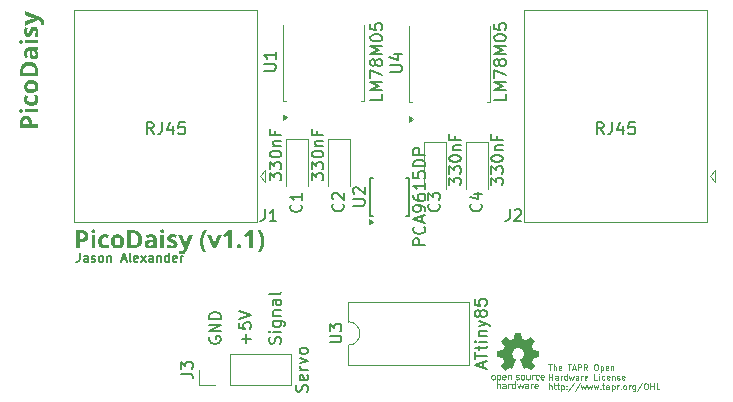
<source format=gto>
%TF.GenerationSoftware,KiCad,Pcbnew,8.0.4*%
%TF.CreationDate,2024-08-22T22:47:01+01:00*%
%TF.ProjectId,PicoChainATtiny85,5069636f-4368-4616-996e-415474696e79,v1.1*%
%TF.SameCoordinates,Original*%
%TF.FileFunction,Legend,Top*%
%TF.FilePolarity,Positive*%
%FSLAX46Y46*%
G04 Gerber Fmt 4.6, Leading zero omitted, Abs format (unit mm)*
G04 Created by KiCad (PCBNEW 8.0.4) date 2024-08-22 22:47:01*
%MOMM*%
%LPD*%
G01*
G04 APERTURE LIST*
%ADD10C,0.000000*%
%ADD11C,0.150000*%
%ADD12C,0.300000*%
%ADD13C,0.062500*%
%ADD14C,0.120000*%
G04 APERTURE END LIST*
D10*
G36*
X141068651Y-98232824D02*
G01*
X141075328Y-98233097D01*
X141081834Y-98233544D01*
X141088172Y-98234158D01*
X141094343Y-98234934D01*
X141100349Y-98235865D01*
X141106193Y-98236945D01*
X141111878Y-98238167D01*
X141117404Y-98239525D01*
X141122775Y-98241013D01*
X141127993Y-98242624D01*
X141133060Y-98244351D01*
X141137978Y-98246190D01*
X141142749Y-98248132D01*
X141147376Y-98250172D01*
X141151861Y-98252304D01*
X141160414Y-98256817D01*
X141168424Y-98261619D01*
X141175911Y-98266659D01*
X141182891Y-98271888D01*
X141189382Y-98277254D01*
X141195403Y-98282706D01*
X141200971Y-98288193D01*
X141206104Y-98293665D01*
X141212705Y-98301225D01*
X141218810Y-98308856D01*
X141224429Y-98316651D01*
X141229572Y-98324705D01*
X141234249Y-98333109D01*
X141238469Y-98341959D01*
X141242242Y-98351346D01*
X141245577Y-98361365D01*
X141248484Y-98372109D01*
X141250972Y-98383671D01*
X141253051Y-98396145D01*
X141254730Y-98409624D01*
X141256020Y-98424202D01*
X141256929Y-98439972D01*
X141257468Y-98457027D01*
X141257645Y-98475460D01*
X141257468Y-98494048D01*
X141256929Y-98511240D01*
X141256020Y-98527128D01*
X141254730Y-98541809D01*
X141253051Y-98555377D01*
X141250972Y-98567926D01*
X141248484Y-98579551D01*
X141245577Y-98590346D01*
X141242242Y-98600406D01*
X141238469Y-98609825D01*
X141234249Y-98618699D01*
X141229572Y-98627120D01*
X141224429Y-98635185D01*
X141218810Y-98642987D01*
X141212705Y-98650621D01*
X141206104Y-98658182D01*
X141200971Y-98663653D01*
X141195403Y-98669138D01*
X141189382Y-98674588D01*
X141182891Y-98679950D01*
X141175911Y-98685175D01*
X141168424Y-98690211D01*
X141160414Y-98695008D01*
X141151861Y-98699516D01*
X141142749Y-98703683D01*
X141133060Y-98707459D01*
X141122775Y-98710793D01*
X141111878Y-98713635D01*
X141100349Y-98715933D01*
X141088172Y-98717638D01*
X141075328Y-98718698D01*
X141061801Y-98719062D01*
X141054948Y-98718970D01*
X141048268Y-98718698D01*
X141041760Y-98718251D01*
X141035421Y-98717638D01*
X141029248Y-98716863D01*
X141023240Y-98715933D01*
X141017394Y-98714855D01*
X141011708Y-98713635D01*
X141006180Y-98712279D01*
X141000808Y-98710793D01*
X140995589Y-98709185D01*
X140990521Y-98707459D01*
X140985602Y-98705623D01*
X140980830Y-98703683D01*
X140976202Y-98701645D01*
X140971717Y-98699516D01*
X140963163Y-98695009D01*
X140955152Y-98690211D01*
X140947665Y-98685175D01*
X140940684Y-98679950D01*
X140934192Y-98674588D01*
X140928171Y-98669139D01*
X140922603Y-98663653D01*
X140917470Y-98658182D01*
X140910870Y-98650621D01*
X140904766Y-98642988D01*
X140899148Y-98635187D01*
X140894006Y-98627124D01*
X140889331Y-98618704D01*
X140885114Y-98609832D01*
X140881343Y-98600414D01*
X140878011Y-98590356D01*
X140875107Y-98579562D01*
X140872621Y-98567938D01*
X140870544Y-98555389D01*
X140868867Y-98541820D01*
X140867579Y-98527138D01*
X140866671Y-98511247D01*
X140866133Y-98494053D01*
X140865956Y-98475460D01*
X140961523Y-98475460D01*
X140961591Y-98487884D01*
X140961800Y-98499204D01*
X140962161Y-98509505D01*
X140962682Y-98518870D01*
X140963374Y-98527385D01*
X140964246Y-98535131D01*
X140965307Y-98542194D01*
X140966567Y-98548657D01*
X140968036Y-98554605D01*
X140969723Y-98560120D01*
X140971638Y-98565287D01*
X140973791Y-98570189D01*
X140976190Y-98574912D01*
X140978846Y-98579537D01*
X140981768Y-98584150D01*
X140984966Y-98588834D01*
X140987783Y-98592472D01*
X140990955Y-98595984D01*
X140994462Y-98599355D01*
X140998284Y-98602570D01*
X141002404Y-98605614D01*
X141006800Y-98608472D01*
X141011455Y-98611129D01*
X141016348Y-98613570D01*
X141021462Y-98615780D01*
X141026776Y-98617744D01*
X141032272Y-98619447D01*
X141037930Y-98620874D01*
X141043731Y-98622010D01*
X141049656Y-98622839D01*
X141055685Y-98623348D01*
X141061801Y-98623521D01*
X141067911Y-98623348D01*
X141073937Y-98622838D01*
X141079858Y-98622007D01*
X141085656Y-98620870D01*
X141091312Y-98619441D01*
X141096806Y-98617737D01*
X141102120Y-98615771D01*
X141107233Y-98613560D01*
X141112127Y-98611118D01*
X141116782Y-98608460D01*
X141121181Y-98605602D01*
X141125302Y-98602559D01*
X141129127Y-98599345D01*
X141132637Y-98595977D01*
X141135813Y-98592468D01*
X141137270Y-98590666D01*
X141138636Y-98588834D01*
X141141833Y-98584151D01*
X141144754Y-98579539D01*
X141147409Y-98574918D01*
X141149806Y-98570204D01*
X141151957Y-98565315D01*
X141153870Y-98560169D01*
X141155554Y-98554682D01*
X141157021Y-98548773D01*
X141158279Y-98542359D01*
X141159337Y-98535357D01*
X141160207Y-98527686D01*
X141160897Y-98519261D01*
X141161416Y-98510001D01*
X141161775Y-98499824D01*
X141162051Y-98476387D01*
X141161984Y-98463963D01*
X141161775Y-98452641D01*
X141161416Y-98442338D01*
X141160897Y-98432969D01*
X141160207Y-98424452D01*
X141159337Y-98416702D01*
X141158279Y-98409636D01*
X141157021Y-98403170D01*
X141155554Y-98397220D01*
X141153870Y-98391704D01*
X141151957Y-98386537D01*
X141149806Y-98381635D01*
X141147409Y-98376915D01*
X141144754Y-98372294D01*
X141141833Y-98367688D01*
X141138636Y-98363012D01*
X141135813Y-98359374D01*
X141132637Y-98355862D01*
X141129127Y-98352492D01*
X141125302Y-98349277D01*
X141121181Y-98346233D01*
X141116782Y-98343375D01*
X141112127Y-98340718D01*
X141107233Y-98338277D01*
X141102120Y-98336067D01*
X141096806Y-98334103D01*
X141091312Y-98332400D01*
X141085656Y-98330973D01*
X141079858Y-98329837D01*
X141073937Y-98329007D01*
X141067911Y-98328498D01*
X141061801Y-98328325D01*
X141055685Y-98328499D01*
X141049656Y-98329008D01*
X141043731Y-98329840D01*
X141037930Y-98330977D01*
X141032272Y-98332406D01*
X141026776Y-98334110D01*
X141021462Y-98336076D01*
X141016348Y-98338287D01*
X141011455Y-98340729D01*
X141006800Y-98343387D01*
X141002404Y-98346245D01*
X140998284Y-98349288D01*
X140994462Y-98352501D01*
X140990955Y-98355870D01*
X140987783Y-98359379D01*
X140986329Y-98361181D01*
X140984966Y-98363012D01*
X140981768Y-98367687D01*
X140978846Y-98372292D01*
X140976190Y-98376909D01*
X140973791Y-98381620D01*
X140971638Y-98386508D01*
X140969723Y-98391655D01*
X140968036Y-98397143D01*
X140966567Y-98403054D01*
X140965307Y-98409471D01*
X140964246Y-98416476D01*
X140963374Y-98424151D01*
X140962682Y-98432579D01*
X140962161Y-98441841D01*
X140961800Y-98452021D01*
X140961523Y-98475460D01*
X140865956Y-98475460D01*
X140866133Y-98457027D01*
X140866671Y-98439973D01*
X140867579Y-98424204D01*
X140868867Y-98409628D01*
X140870544Y-98396151D01*
X140872621Y-98383678D01*
X140875107Y-98372118D01*
X140878011Y-98361375D01*
X140881343Y-98351357D01*
X140885114Y-98341970D01*
X140889331Y-98333121D01*
X140894006Y-98324716D01*
X140899148Y-98316661D01*
X140904766Y-98308863D01*
X140910870Y-98301229D01*
X140917470Y-98293665D01*
X140922603Y-98288193D01*
X140928171Y-98282706D01*
X140934192Y-98277254D01*
X140940684Y-98271888D01*
X140947665Y-98266660D01*
X140955152Y-98261619D01*
X140963163Y-98256817D01*
X140971717Y-98252304D01*
X140980830Y-98248132D01*
X140990521Y-98244351D01*
X141000808Y-98241013D01*
X141011708Y-98238167D01*
X141023240Y-98235865D01*
X141035421Y-98234158D01*
X141048268Y-98233097D01*
X141061801Y-98232732D01*
X141068651Y-98232824D01*
G37*
G36*
X144421803Y-98983306D02*
G01*
X144428778Y-98983790D01*
X144435612Y-98984588D01*
X144442310Y-98985689D01*
X144448877Y-98987088D01*
X144455318Y-98988774D01*
X144461639Y-98990741D01*
X144467844Y-98992979D01*
X144473941Y-98995480D01*
X144479933Y-98998237D01*
X144485827Y-99001242D01*
X144491628Y-99004485D01*
X144497340Y-99007959D01*
X144502970Y-99011655D01*
X144508523Y-99015565D01*
X144514004Y-99019682D01*
X144444657Y-99102153D01*
X144440514Y-99099103D01*
X144436503Y-99096290D01*
X144432602Y-99093709D01*
X144428789Y-99091353D01*
X144425043Y-99089218D01*
X144421340Y-99087297D01*
X144417659Y-99085586D01*
X144413978Y-99084078D01*
X144410275Y-99082769D01*
X144406527Y-99081652D01*
X144402713Y-99080722D01*
X144398810Y-99079974D01*
X144394797Y-99079401D01*
X144390651Y-99078999D01*
X144386349Y-99078762D01*
X144381871Y-99078684D01*
X144373103Y-99079038D01*
X144364425Y-99080110D01*
X144355901Y-99081912D01*
X144347598Y-99084459D01*
X144343550Y-99086016D01*
X144339581Y-99087764D01*
X144335701Y-99089705D01*
X144331917Y-99091840D01*
X144328238Y-99094172D01*
X144324671Y-99096701D01*
X144321225Y-99099431D01*
X144317908Y-99102361D01*
X144314729Y-99105495D01*
X144311695Y-99108833D01*
X144308815Y-99112377D01*
X144306097Y-99116130D01*
X144303549Y-99120093D01*
X144301180Y-99124267D01*
X144298997Y-99128654D01*
X144297010Y-99133256D01*
X144295225Y-99138074D01*
X144293652Y-99143111D01*
X144292298Y-99148368D01*
X144291171Y-99153846D01*
X144290281Y-99159547D01*
X144289635Y-99165474D01*
X144289242Y-99171627D01*
X144289109Y-99178009D01*
X144289109Y-99463838D01*
X144193568Y-99463838D01*
X144193568Y-98988778D01*
X144289109Y-98988778D01*
X144289109Y-99039367D01*
X144291014Y-99039367D01*
X144296787Y-99032561D01*
X144302859Y-99026195D01*
X144309223Y-99020266D01*
X144315869Y-99014776D01*
X144322790Y-99009725D01*
X144329977Y-99005113D01*
X144337422Y-99000940D01*
X144345117Y-98997206D01*
X144353054Y-98993910D01*
X144361224Y-98991054D01*
X144369619Y-98988637D01*
X144378230Y-98986659D01*
X144387051Y-98985121D01*
X144396071Y-98984022D01*
X144405283Y-98983363D01*
X144414680Y-98983143D01*
X144421803Y-98983306D01*
G37*
G36*
X143117626Y-98233079D02*
G01*
X143132345Y-98233950D01*
X143146478Y-98235381D01*
X143160051Y-98237356D01*
X143173090Y-98239859D01*
X143185622Y-98242872D01*
X143197673Y-98246380D01*
X143209268Y-98250366D01*
X143220435Y-98254813D01*
X143231199Y-98259705D01*
X143241587Y-98265026D01*
X143251624Y-98270758D01*
X143261338Y-98276886D01*
X143270754Y-98283392D01*
X143279899Y-98290261D01*
X143288799Y-98297475D01*
X143229796Y-98366770D01*
X143222757Y-98361959D01*
X143215677Y-98357358D01*
X143208539Y-98352980D01*
X143201324Y-98348840D01*
X143194015Y-98344952D01*
X143186595Y-98341328D01*
X143179044Y-98337985D01*
X143171347Y-98334934D01*
X143163483Y-98332190D01*
X143155437Y-98329767D01*
X143147190Y-98327679D01*
X143138725Y-98325939D01*
X143130023Y-98324562D01*
X143121066Y-98323561D01*
X143111838Y-98322950D01*
X143102320Y-98322743D01*
X143096730Y-98322814D01*
X143091372Y-98323025D01*
X143086243Y-98323373D01*
X143081339Y-98323855D01*
X143076657Y-98324469D01*
X143072192Y-98325210D01*
X143067942Y-98326077D01*
X143063903Y-98327067D01*
X143060071Y-98328175D01*
X143056442Y-98329401D01*
X143053014Y-98330740D01*
X143049781Y-98332189D01*
X143046742Y-98333746D01*
X143043892Y-98335408D01*
X143041227Y-98337172D01*
X143038744Y-98339035D01*
X143036439Y-98340994D01*
X143034310Y-98343045D01*
X143032351Y-98345187D01*
X143030560Y-98347416D01*
X143028933Y-98349729D01*
X143027467Y-98352124D01*
X143026157Y-98354597D01*
X143025000Y-98357145D01*
X143023993Y-98359766D01*
X143023132Y-98362456D01*
X143022413Y-98365213D01*
X143021833Y-98368033D01*
X143021388Y-98370914D01*
X143021075Y-98373853D01*
X143020889Y-98376847D01*
X143020828Y-98379893D01*
X143021008Y-98383754D01*
X143021565Y-98387589D01*
X143022525Y-98391376D01*
X143023915Y-98395089D01*
X143025760Y-98398703D01*
X143028087Y-98402193D01*
X143030921Y-98405536D01*
X143032537Y-98407144D01*
X143034289Y-98408706D01*
X143036182Y-98410219D01*
X143038217Y-98411679D01*
X143040399Y-98413084D01*
X143042731Y-98414431D01*
X143045217Y-98415715D01*
X143047858Y-98416935D01*
X143053623Y-98419169D01*
X143060052Y-98421107D01*
X143067172Y-98422724D01*
X143075008Y-98423996D01*
X143083588Y-98424899D01*
X143162301Y-98430482D01*
X143171356Y-98431252D01*
X143180068Y-98432329D01*
X143188441Y-98433705D01*
X143196478Y-98435374D01*
X143204184Y-98437329D01*
X143211562Y-98439562D01*
X143218614Y-98442067D01*
X143225346Y-98444837D01*
X143231761Y-98447865D01*
X143237862Y-98451144D01*
X143243652Y-98454667D01*
X143249137Y-98458428D01*
X143254318Y-98462420D01*
X143259200Y-98466635D01*
X143263787Y-98471067D01*
X143268082Y-98475709D01*
X143272088Y-98480554D01*
X143275809Y-98485595D01*
X143279250Y-98490825D01*
X143282413Y-98496237D01*
X143285302Y-98501826D01*
X143287921Y-98507582D01*
X143290273Y-98513501D01*
X143292362Y-98519574D01*
X143294192Y-98525795D01*
X143295766Y-98532157D01*
X143298162Y-98545277D01*
X143299578Y-98558879D01*
X143300043Y-98572907D01*
X143299793Y-98581490D01*
X143299048Y-98589840D01*
X143297821Y-98597954D01*
X143296123Y-98605829D01*
X143293965Y-98613463D01*
X143291359Y-98620853D01*
X143288316Y-98627998D01*
X143284847Y-98634893D01*
X143280963Y-98641537D01*
X143276676Y-98647928D01*
X143271997Y-98654061D01*
X143266938Y-98659936D01*
X143261509Y-98665549D01*
X143255723Y-98670898D01*
X143249590Y-98675981D01*
X143243121Y-98680794D01*
X143236329Y-98685335D01*
X143229224Y-98689602D01*
X143214122Y-98697302D01*
X143197905Y-98703873D01*
X143180665Y-98709296D01*
X143162490Y-98713550D01*
X143143473Y-98716613D01*
X143123704Y-98718466D01*
X143103273Y-98719089D01*
X143088933Y-98718759D01*
X143074732Y-98717769D01*
X143060676Y-98716116D01*
X143046772Y-98713801D01*
X143033027Y-98710821D01*
X143019448Y-98707176D01*
X143006042Y-98702863D01*
X142992816Y-98697882D01*
X142979776Y-98692232D01*
X142966930Y-98685910D01*
X142954285Y-98678916D01*
X142941846Y-98671248D01*
X142929622Y-98662905D01*
X142917619Y-98653886D01*
X142905845Y-98644189D01*
X142894305Y-98633813D01*
X142960821Y-98568250D01*
X142968598Y-98575579D01*
X142976485Y-98582443D01*
X142984504Y-98588842D01*
X142992676Y-98594774D01*
X143001025Y-98600238D01*
X143009571Y-98605233D01*
X143018337Y-98609758D01*
X143027344Y-98613811D01*
X143036615Y-98617392D01*
X143046172Y-98620499D01*
X143056035Y-98623132D01*
X143066229Y-98625288D01*
X143076773Y-98626967D01*
X143087691Y-98628168D01*
X143099004Y-98628889D01*
X143110734Y-98629130D01*
X143115782Y-98629070D01*
X143120738Y-98628889D01*
X143125598Y-98628588D01*
X143130356Y-98628167D01*
X143135010Y-98627626D01*
X143139553Y-98626965D01*
X143143983Y-98626184D01*
X143148293Y-98625284D01*
X143152480Y-98624265D01*
X143156539Y-98623126D01*
X143160467Y-98621869D01*
X143164257Y-98620492D01*
X143167906Y-98618997D01*
X143171410Y-98617383D01*
X143174763Y-98615651D01*
X143177961Y-98613801D01*
X143181001Y-98611833D01*
X143183877Y-98609746D01*
X143186585Y-98607542D01*
X143189120Y-98605221D01*
X143191478Y-98602782D01*
X143193654Y-98600226D01*
X143195645Y-98597552D01*
X143197445Y-98594762D01*
X143199050Y-98591855D01*
X143200456Y-98588832D01*
X143201657Y-98585692D01*
X143202651Y-98582435D01*
X143203431Y-98579063D01*
X143203994Y-98575574D01*
X143204335Y-98571970D01*
X143204450Y-98568250D01*
X143204376Y-98565155D01*
X143204158Y-98562195D01*
X143203798Y-98559366D01*
X143203300Y-98556665D01*
X143202666Y-98554090D01*
X143201901Y-98551637D01*
X143201008Y-98549304D01*
X143199988Y-98547087D01*
X143198847Y-98544985D01*
X143197587Y-98542993D01*
X143196211Y-98541110D01*
X143194723Y-98539332D01*
X143193126Y-98537656D01*
X143191423Y-98536079D01*
X143189617Y-98534599D01*
X143187711Y-98533213D01*
X143185710Y-98531917D01*
X143183615Y-98530709D01*
X143179160Y-98528544D01*
X143174372Y-98526696D01*
X143169278Y-98525142D01*
X143163902Y-98523857D01*
X143158271Y-98522820D01*
X143152410Y-98522006D01*
X143146347Y-98521392D01*
X143061998Y-98513904D01*
X143047494Y-98512203D01*
X143033528Y-98509565D01*
X143026764Y-98507897D01*
X143020155Y-98505998D01*
X143013707Y-98503869D01*
X143007428Y-98501512D01*
X143001325Y-98498926D01*
X142995404Y-98496114D01*
X142989673Y-98493076D01*
X142984137Y-98489813D01*
X142978805Y-98486326D01*
X142973683Y-98482617D01*
X142968777Y-98478686D01*
X142964095Y-98474534D01*
X142959644Y-98470163D01*
X142955430Y-98465574D01*
X142951460Y-98460767D01*
X142947742Y-98455743D01*
X142944281Y-98450505D01*
X142941085Y-98445052D01*
X142938162Y-98439386D01*
X142935516Y-98433507D01*
X142933156Y-98427418D01*
X142931089Y-98421118D01*
X142929321Y-98414609D01*
X142927858Y-98407893D01*
X142926709Y-98400969D01*
X142925880Y-98393839D01*
X142925377Y-98386505D01*
X142925208Y-98378967D01*
X142925432Y-98370055D01*
X142926096Y-98361419D01*
X142927190Y-98353058D01*
X142928705Y-98344974D01*
X142930632Y-98337166D01*
X142932960Y-98329635D01*
X142935679Y-98322381D01*
X142938780Y-98315406D01*
X142942253Y-98308710D01*
X142946088Y-98302293D01*
X142950276Y-98296155D01*
X142954806Y-98290298D01*
X142959669Y-98284721D01*
X142964855Y-98279426D01*
X142970354Y-98274412D01*
X142976157Y-98269681D01*
X142982254Y-98265232D01*
X142988634Y-98261067D01*
X142995288Y-98257185D01*
X143002207Y-98253588D01*
X143009381Y-98250276D01*
X143016799Y-98247249D01*
X143032331Y-98242052D01*
X143048725Y-98238004D01*
X143065902Y-98235107D01*
X143083784Y-98233366D01*
X143102294Y-98232785D01*
X143117626Y-98233079D01*
G37*
G36*
X141568254Y-98233061D02*
G01*
X141578586Y-98233955D01*
X141588549Y-98235415D01*
X141598144Y-98237415D01*
X141607372Y-98239932D01*
X141616233Y-98242941D01*
X141624730Y-98246416D01*
X141632864Y-98250333D01*
X141640635Y-98254667D01*
X141648046Y-98259395D01*
X141655097Y-98264490D01*
X141661789Y-98269928D01*
X141668125Y-98275684D01*
X141674104Y-98281735D01*
X141679729Y-98288054D01*
X141685000Y-98294617D01*
X141689700Y-98300931D01*
X141693976Y-98307309D01*
X141697847Y-98313882D01*
X141701329Y-98320779D01*
X141702928Y-98324391D01*
X141704437Y-98328133D01*
X141705856Y-98332021D01*
X141707188Y-98336072D01*
X141708435Y-98340302D01*
X141709599Y-98344728D01*
X141711687Y-98354231D01*
X141713467Y-98364712D01*
X141714956Y-98376301D01*
X141716171Y-98389128D01*
X141717128Y-98403325D01*
X141717844Y-98419021D01*
X141718335Y-98436348D01*
X141718617Y-98455435D01*
X141718708Y-98476413D01*
X141718335Y-98516157D01*
X141717128Y-98548942D01*
X141716171Y-98563047D01*
X141714956Y-98575798D01*
X141713467Y-98587326D01*
X141711687Y-98597757D01*
X141709599Y-98607222D01*
X141707188Y-98615849D01*
X141704437Y-98623767D01*
X141701328Y-98631105D01*
X141697847Y-98637991D01*
X141693976Y-98644554D01*
X141689700Y-98650924D01*
X141685000Y-98657229D01*
X141679729Y-98663792D01*
X141674104Y-98670112D01*
X141668125Y-98676162D01*
X141661789Y-98681919D01*
X141655097Y-98687357D01*
X141648046Y-98692452D01*
X141640635Y-98697179D01*
X141632864Y-98701513D01*
X141624730Y-98705431D01*
X141620527Y-98707225D01*
X141616233Y-98708906D01*
X141611848Y-98710470D01*
X141607371Y-98711914D01*
X141602804Y-98713235D01*
X141598144Y-98714431D01*
X141593393Y-98715497D01*
X141588549Y-98716431D01*
X141583614Y-98717230D01*
X141578586Y-98717891D01*
X141573466Y-98718410D01*
X141568254Y-98718785D01*
X141562948Y-98719012D01*
X141557550Y-98719088D01*
X141548531Y-98718828D01*
X141539743Y-98718056D01*
X141531175Y-98716791D01*
X141522815Y-98715047D01*
X141514654Y-98712843D01*
X141506679Y-98710194D01*
X141498880Y-98707116D01*
X141491246Y-98703627D01*
X141483765Y-98699742D01*
X141476428Y-98695479D01*
X141469222Y-98690853D01*
X141462137Y-98685881D01*
X141455161Y-98680580D01*
X141448285Y-98674966D01*
X141441496Y-98669055D01*
X141434784Y-98662864D01*
X141434440Y-99039367D01*
X141440543Y-99032561D01*
X141446905Y-99026194D01*
X141453520Y-99020266D01*
X141460381Y-99014776D01*
X141467484Y-99009725D01*
X141474823Y-99005113D01*
X141482393Y-99000939D01*
X141490187Y-98997205D01*
X141498201Y-98993910D01*
X141506430Y-98991054D01*
X141514866Y-98988637D01*
X141523506Y-98986659D01*
X141532343Y-98985121D01*
X141541372Y-98984022D01*
X141550588Y-98983362D01*
X141559984Y-98983142D01*
X141566952Y-98983310D01*
X141573963Y-98983811D01*
X141580999Y-98984644D01*
X141588043Y-98985809D01*
X141595079Y-98987303D01*
X141602088Y-98989127D01*
X141609054Y-98991278D01*
X141615959Y-98993756D01*
X141622785Y-98996559D01*
X141629516Y-98999685D01*
X141636134Y-99003135D01*
X141642621Y-99006907D01*
X141648961Y-99010999D01*
X141655136Y-99015410D01*
X141661129Y-99020139D01*
X141666922Y-99025185D01*
X141672499Y-99030547D01*
X141677841Y-99036223D01*
X141682932Y-99042212D01*
X141687753Y-99048513D01*
X141692289Y-99055125D01*
X141696521Y-99062047D01*
X141700432Y-99069278D01*
X141704005Y-99076815D01*
X141707223Y-99084659D01*
X141710068Y-99092807D01*
X141712522Y-99101259D01*
X141714570Y-99110013D01*
X141716192Y-99119069D01*
X141717372Y-99128424D01*
X141718093Y-99138079D01*
X141718338Y-99148031D01*
X141718338Y-99463837D01*
X141622770Y-99463837D01*
X141622770Y-99180866D01*
X141622653Y-99174881D01*
X141622304Y-99169058D01*
X141621730Y-99163398D01*
X141620934Y-99157903D01*
X141619922Y-99152575D01*
X141618699Y-99147416D01*
X141617270Y-99142428D01*
X141615639Y-99137613D01*
X141613812Y-99132972D01*
X141611794Y-99128507D01*
X141609589Y-99124221D01*
X141607203Y-99120115D01*
X141604641Y-99116191D01*
X141601907Y-99112450D01*
X141599006Y-99108896D01*
X141595945Y-99105529D01*
X141592726Y-99102352D01*
X141589356Y-99099366D01*
X141585840Y-99096573D01*
X141582182Y-99093976D01*
X141578388Y-99091576D01*
X141574461Y-99089374D01*
X141570408Y-99087373D01*
X141566234Y-99085575D01*
X141561943Y-99083982D01*
X141557540Y-99082594D01*
X141553030Y-99081416D01*
X141548419Y-99080447D01*
X141543710Y-99079690D01*
X141538910Y-99079147D01*
X141534023Y-99078820D01*
X141529055Y-99078711D01*
X141524002Y-99078820D01*
X141519036Y-99079147D01*
X141514163Y-99079690D01*
X141509386Y-99080447D01*
X141504711Y-99081416D01*
X141500143Y-99082594D01*
X141495685Y-99083982D01*
X141491344Y-99085575D01*
X141487124Y-99087373D01*
X141483029Y-99089374D01*
X141479065Y-99091576D01*
X141475236Y-99093976D01*
X141471547Y-99096574D01*
X141468002Y-99099366D01*
X141464608Y-99102352D01*
X141461368Y-99105529D01*
X141458287Y-99108896D01*
X141455370Y-99112451D01*
X141452622Y-99116191D01*
X141450047Y-99120115D01*
X141447651Y-99124221D01*
X141445438Y-99128507D01*
X141443413Y-99132972D01*
X141441581Y-99137613D01*
X141439946Y-99142428D01*
X141438514Y-99147416D01*
X141437289Y-99152575D01*
X141436276Y-99157903D01*
X141435480Y-99163398D01*
X141434905Y-99169058D01*
X141434557Y-99174881D01*
X141434440Y-99180866D01*
X141434440Y-99463838D01*
X141338846Y-99463838D01*
X141338846Y-98476386D01*
X141434784Y-98476386D01*
X141435159Y-98502353D01*
X141435803Y-98515372D01*
X141436907Y-98528241D01*
X141438587Y-98540830D01*
X141440961Y-98553009D01*
X141444144Y-98564646D01*
X141446076Y-98570221D01*
X141448254Y-98575612D01*
X141450693Y-98580802D01*
X141453408Y-98585776D01*
X141456412Y-98590516D01*
X141459721Y-98595008D01*
X141463350Y-98599233D01*
X141467312Y-98603177D01*
X141471622Y-98606822D01*
X141476296Y-98610153D01*
X141481346Y-98613153D01*
X141486790Y-98615806D01*
X141492639Y-98618095D01*
X141498910Y-98620005D01*
X141505617Y-98621519D01*
X141512775Y-98622620D01*
X141520397Y-98623293D01*
X141528499Y-98623521D01*
X141536685Y-98623306D01*
X141544387Y-98622672D01*
X141551618Y-98621630D01*
X141558394Y-98620196D01*
X141564729Y-98618383D01*
X141570638Y-98616205D01*
X141576136Y-98613675D01*
X141581238Y-98610808D01*
X141585958Y-98607616D01*
X141590312Y-98604115D01*
X141594313Y-98600316D01*
X141597977Y-98596235D01*
X141601318Y-98591885D01*
X141604352Y-98587280D01*
X141607092Y-98582433D01*
X141609554Y-98577358D01*
X141611753Y-98572069D01*
X141613703Y-98566580D01*
X141615418Y-98560904D01*
X141616915Y-98555055D01*
X141618207Y-98549047D01*
X141619309Y-98542894D01*
X141621003Y-98530206D01*
X141622115Y-98517101D01*
X141622764Y-98503690D01*
X141623066Y-98490081D01*
X141623141Y-98476386D01*
X141622764Y-98448762D01*
X141622115Y-98435222D01*
X141621003Y-98422009D01*
X141619309Y-98409230D01*
X141616915Y-98396994D01*
X141613703Y-98385410D01*
X141611753Y-98379895D01*
X141609554Y-98374584D01*
X141607092Y-98369490D01*
X141604352Y-98364627D01*
X141601318Y-98360008D01*
X141597977Y-98355646D01*
X141594313Y-98351555D01*
X141590312Y-98347749D01*
X141585958Y-98344242D01*
X141581238Y-98341046D01*
X141576136Y-98338175D01*
X141570638Y-98335643D01*
X141564729Y-98333463D01*
X141558394Y-98331650D01*
X141551618Y-98330216D01*
X141544387Y-98329174D01*
X141536685Y-98328540D01*
X141528499Y-98328325D01*
X141520399Y-98328553D01*
X141512779Y-98329226D01*
X141505623Y-98330328D01*
X141498918Y-98331843D01*
X141492648Y-98333754D01*
X141486799Y-98336047D01*
X141481357Y-98338703D01*
X141476307Y-98341708D01*
X141471634Y-98345045D01*
X141467324Y-98348698D01*
X141463361Y-98352651D01*
X141459733Y-98356888D01*
X141456424Y-98361392D01*
X141453419Y-98366148D01*
X141450704Y-98371140D01*
X141448264Y-98376351D01*
X141446085Y-98381765D01*
X141444153Y-98387365D01*
X141442452Y-98393137D01*
X141440967Y-98399064D01*
X141439686Y-98405129D01*
X141438592Y-98411317D01*
X141436910Y-98423996D01*
X141435805Y-98436971D01*
X141435160Y-98450114D01*
X141434858Y-98463295D01*
X141434784Y-98476386D01*
X141338846Y-98476386D01*
X141338846Y-98238393D01*
X141434784Y-98238393D01*
X141434784Y-98288056D01*
X141440571Y-98282028D01*
X141446674Y-98276260D01*
X141453078Y-98270770D01*
X141459770Y-98265574D01*
X141466736Y-98260692D01*
X141473963Y-98256141D01*
X141481436Y-98251939D01*
X141489142Y-98248104D01*
X141497068Y-98244653D01*
X141505200Y-98241604D01*
X141513524Y-98238975D01*
X141522027Y-98236785D01*
X141530694Y-98235050D01*
X141539513Y-98233788D01*
X141548470Y-98233019D01*
X141557550Y-98232758D01*
X141568254Y-98233061D01*
G37*
G36*
X144540239Y-98232895D02*
G01*
X144547219Y-98233379D01*
X144554056Y-98234176D01*
X144560753Y-98235278D01*
X144567317Y-98236676D01*
X144573755Y-98238363D01*
X144580071Y-98240329D01*
X144586272Y-98242567D01*
X144592364Y-98245069D01*
X144598352Y-98247826D01*
X144604242Y-98250830D01*
X144610040Y-98254074D01*
X144615753Y-98257547D01*
X144621385Y-98261244D01*
X144626943Y-98265154D01*
X144632432Y-98269271D01*
X144563085Y-98351741D01*
X144558941Y-98348701D01*
X144554930Y-98345896D01*
X144551030Y-98343322D01*
X144547217Y-98340973D01*
X144543471Y-98338842D01*
X144539768Y-98336926D01*
X144536087Y-98335218D01*
X144532406Y-98333713D01*
X144528703Y-98332406D01*
X144524955Y-98331291D01*
X144521141Y-98330362D01*
X144517238Y-98329614D01*
X144513225Y-98329042D01*
X144509078Y-98328641D01*
X144504777Y-98328403D01*
X144500299Y-98328326D01*
X144491531Y-98328679D01*
X144482852Y-98329749D01*
X144474328Y-98331549D01*
X144466026Y-98334093D01*
X144461977Y-98335648D01*
X144458009Y-98337395D01*
X144454129Y-98339334D01*
X144450345Y-98341468D01*
X144446665Y-98343798D01*
X144443099Y-98346326D01*
X144439653Y-98349054D01*
X144436336Y-98351983D01*
X144433157Y-98355115D01*
X144430123Y-98358452D01*
X144427243Y-98361996D01*
X144424525Y-98365749D01*
X144421977Y-98369711D01*
X144419608Y-98373885D01*
X144417425Y-98378272D01*
X144415437Y-98382875D01*
X144413653Y-98387695D01*
X144412079Y-98392733D01*
X144410725Y-98397992D01*
X144409599Y-98403472D01*
X144408709Y-98409177D01*
X144408063Y-98415107D01*
X144407669Y-98421264D01*
X144407536Y-98427650D01*
X144407536Y-98713427D01*
X144311942Y-98713427D01*
X144311942Y-98238367D01*
X144407536Y-98238367D01*
X144407536Y-98288956D01*
X144409389Y-98288956D01*
X144415162Y-98282150D01*
X144421236Y-98275783D01*
X144427603Y-98269855D01*
X144434252Y-98264365D01*
X144441177Y-98259314D01*
X144448369Y-98254702D01*
X144455819Y-98250529D01*
X144463519Y-98246794D01*
X144471460Y-98243499D01*
X144479635Y-98240643D01*
X144488034Y-98238226D01*
X144496650Y-98236248D01*
X144505474Y-98234710D01*
X144514497Y-98233611D01*
X144523711Y-98232951D01*
X144533108Y-98232732D01*
X144540239Y-98232895D01*
G37*
G36*
X143923217Y-98521339D02*
G01*
X143923334Y-98527319D01*
X143923682Y-98533138D01*
X143924257Y-98538795D01*
X143925054Y-98544287D01*
X143926068Y-98549612D01*
X143927293Y-98554769D01*
X143928726Y-98559755D01*
X143930361Y-98564570D01*
X143932194Y-98569210D01*
X143934220Y-98573674D01*
X143936434Y-98577960D01*
X143938831Y-98582067D01*
X143941406Y-98585991D01*
X143944155Y-98589732D01*
X143947073Y-98593288D01*
X143950154Y-98596656D01*
X143953395Y-98599834D01*
X143956790Y-98602822D01*
X143960335Y-98605616D01*
X143964024Y-98608215D01*
X143967853Y-98610617D01*
X143971818Y-98612820D01*
X143975912Y-98614823D01*
X143980132Y-98616622D01*
X143984473Y-98618217D01*
X143988929Y-98619606D01*
X143993497Y-98620786D01*
X143998171Y-98621756D01*
X144002946Y-98622514D01*
X144007817Y-98623057D01*
X144012781Y-98623385D01*
X144017831Y-98623494D01*
X144022803Y-98623385D01*
X144027692Y-98623057D01*
X144032494Y-98622514D01*
X144037204Y-98621756D01*
X144041817Y-98620786D01*
X144046329Y-98619606D01*
X144050733Y-98618217D01*
X144055026Y-98616622D01*
X144059202Y-98614823D01*
X144063256Y-98612820D01*
X144067183Y-98610617D01*
X144070979Y-98608215D01*
X144074638Y-98605616D01*
X144078155Y-98602822D01*
X144081526Y-98599834D01*
X144084745Y-98596656D01*
X144087807Y-98593288D01*
X144090708Y-98589732D01*
X144093442Y-98585991D01*
X144096005Y-98582067D01*
X144098391Y-98577960D01*
X144100596Y-98573674D01*
X144102615Y-98569210D01*
X144104442Y-98564570D01*
X144106073Y-98559755D01*
X144107502Y-98554769D01*
X144108725Y-98549612D01*
X144109737Y-98544287D01*
X144110533Y-98538795D01*
X144111108Y-98533138D01*
X144111456Y-98527319D01*
X144111573Y-98521339D01*
X144111573Y-98238367D01*
X144207114Y-98238367D01*
X144207114Y-98713479D01*
X144111573Y-98713479D01*
X144111573Y-98662838D01*
X144109721Y-98662838D01*
X144103948Y-98669643D01*
X144097875Y-98676010D01*
X144091514Y-98681939D01*
X144084873Y-98687428D01*
X144077962Y-98692479D01*
X144070792Y-98697092D01*
X144063373Y-98701265D01*
X144055713Y-98704999D01*
X144047824Y-98708294D01*
X144039714Y-98711151D01*
X144031393Y-98713568D01*
X144022873Y-98715545D01*
X144014161Y-98717084D01*
X144005269Y-98718182D01*
X143996206Y-98718842D01*
X143986981Y-98719062D01*
X143979929Y-98718894D01*
X143972840Y-98718394D01*
X143958615Y-98716396D01*
X143944445Y-98713077D01*
X143937424Y-98710926D01*
X143930467Y-98708449D01*
X143923593Y-98705646D01*
X143916818Y-98702519D01*
X143910160Y-98699069D01*
X143903636Y-98695298D01*
X143897262Y-98691206D01*
X143891057Y-98686795D01*
X143885037Y-98682066D01*
X143879220Y-98677020D01*
X143873622Y-98671658D01*
X143868260Y-98665982D01*
X143863153Y-98659993D01*
X143858317Y-98653691D01*
X143853769Y-98647079D01*
X143849526Y-98640157D01*
X143845606Y-98632927D01*
X143842026Y-98625390D01*
X143838803Y-98617546D01*
X143835954Y-98609398D01*
X143833496Y-98600946D01*
X143831446Y-98592191D01*
X143829822Y-98583136D01*
X143828641Y-98573780D01*
X143827920Y-98564126D01*
X143827675Y-98554174D01*
X143827676Y-98554174D01*
X143827676Y-98238367D01*
X143923217Y-98238367D01*
X143923217Y-98521339D01*
G37*
G36*
X143912350Y-98983614D02*
G01*
X143932949Y-98985063D01*
X143952563Y-98987548D01*
X143961981Y-98989196D01*
X143971129Y-98991124D01*
X143979998Y-98993339D01*
X143988581Y-98995848D01*
X143996869Y-98998658D01*
X144004854Y-99001775D01*
X144012529Y-99005208D01*
X144019884Y-99008963D01*
X144026913Y-99013046D01*
X144033607Y-99017466D01*
X144039958Y-99022229D01*
X144045957Y-99027342D01*
X144051598Y-99032812D01*
X144056871Y-99038646D01*
X144061768Y-99044852D01*
X144066282Y-99051435D01*
X144070405Y-99058404D01*
X144074128Y-99065765D01*
X144077443Y-99073525D01*
X144080342Y-99081692D01*
X144082818Y-99090272D01*
X144084861Y-99099272D01*
X144086465Y-99108700D01*
X144087620Y-99118562D01*
X144088319Y-99128866D01*
X144088554Y-99139618D01*
X144088554Y-99463838D01*
X143992934Y-99463838D01*
X143992934Y-99421663D01*
X143991082Y-99421663D01*
X143987232Y-99427611D01*
X143983047Y-99433145D01*
X143978499Y-99438269D01*
X143973561Y-99442986D01*
X143968205Y-99447302D01*
X143962405Y-99451220D01*
X143956132Y-99454746D01*
X143949360Y-99457882D01*
X143942061Y-99460633D01*
X143934209Y-99463004D01*
X143925774Y-99464998D01*
X143916731Y-99466621D01*
X143907052Y-99467875D01*
X143896709Y-99468766D01*
X143885676Y-99469297D01*
X143873924Y-99469474D01*
X143864127Y-99469291D01*
X143854591Y-99468748D01*
X143845319Y-99467854D01*
X143836316Y-99466615D01*
X143827583Y-99465040D01*
X143819124Y-99463136D01*
X143810943Y-99460912D01*
X143803043Y-99458375D01*
X143795427Y-99455533D01*
X143788099Y-99452395D01*
X143781060Y-99448967D01*
X143774316Y-99445259D01*
X143767869Y-99441277D01*
X143761723Y-99437030D01*
X143755880Y-99432526D01*
X143750344Y-99427772D01*
X143745118Y-99422777D01*
X143740206Y-99417548D01*
X143735610Y-99412093D01*
X143731335Y-99406420D01*
X143727383Y-99400537D01*
X143723757Y-99394451D01*
X143720461Y-99388172D01*
X143717498Y-99381706D01*
X143714872Y-99375062D01*
X143712585Y-99368247D01*
X143710641Y-99361270D01*
X143709043Y-99354137D01*
X143707795Y-99346858D01*
X143706899Y-99339440D01*
X143706359Y-99331890D01*
X143706178Y-99324218D01*
X143706280Y-99319534D01*
X143796190Y-99319534D01*
X143796490Y-99325453D01*
X143797404Y-99331249D01*
X143798952Y-99336886D01*
X143801156Y-99342330D01*
X143802510Y-99344968D01*
X143804035Y-99347544D01*
X143805734Y-99350053D01*
X143807610Y-99352492D01*
X143809665Y-99354855D01*
X143811901Y-99357138D01*
X143814322Y-99359337D01*
X143816930Y-99361447D01*
X143819727Y-99363464D01*
X143822715Y-99365384D01*
X143825899Y-99367201D01*
X143829279Y-99368911D01*
X143832859Y-99370511D01*
X143836642Y-99371994D01*
X143840629Y-99373358D01*
X143844823Y-99374597D01*
X143853844Y-99376683D01*
X143863724Y-99378218D01*
X143874486Y-99379165D01*
X143886148Y-99379489D01*
X143900472Y-99379376D01*
X143913603Y-99378983D01*
X143925578Y-99378224D01*
X143936435Y-99377017D01*
X143941456Y-99376219D01*
X143946211Y-99375277D01*
X143950705Y-99374181D01*
X143954942Y-99372921D01*
X143958927Y-99371486D01*
X143962666Y-99369865D01*
X143966161Y-99368048D01*
X143969419Y-99366025D01*
X143972443Y-99363784D01*
X143975239Y-99361316D01*
X143977811Y-99358611D01*
X143980163Y-99355657D01*
X143982300Y-99352444D01*
X143984228Y-99348961D01*
X143985949Y-99345199D01*
X143987470Y-99341147D01*
X143988795Y-99336793D01*
X143989928Y-99332129D01*
X143990874Y-99327142D01*
X143991637Y-99321824D01*
X143992223Y-99316163D01*
X143992636Y-99310148D01*
X143992880Y-99303770D01*
X143992960Y-99297018D01*
X143992960Y-99262331D01*
X143878660Y-99262331D01*
X143873477Y-99262397D01*
X143868468Y-99262592D01*
X143863634Y-99262916D01*
X143858974Y-99263366D01*
X143854487Y-99263941D01*
X143850171Y-99264638D01*
X143846027Y-99265455D01*
X143842055Y-99266391D01*
X143838252Y-99267444D01*
X143834619Y-99268612D01*
X143831154Y-99269893D01*
X143827858Y-99271284D01*
X143824729Y-99272785D01*
X143821767Y-99274394D01*
X143818971Y-99276108D01*
X143816341Y-99277925D01*
X143813875Y-99279844D01*
X143811573Y-99281862D01*
X143809435Y-99283979D01*
X143807459Y-99286191D01*
X143805645Y-99288498D01*
X143803993Y-99290896D01*
X143802501Y-99293385D01*
X143801169Y-99295962D01*
X143799996Y-99298626D01*
X143798982Y-99301374D01*
X143798126Y-99304205D01*
X143797427Y-99307117D01*
X143796885Y-99310108D01*
X143796498Y-99313175D01*
X143796267Y-99316318D01*
X143796190Y-99319534D01*
X143706280Y-99319534D01*
X143706332Y-99317138D01*
X143706793Y-99310134D01*
X143707561Y-99303215D01*
X143708634Y-99296391D01*
X143710014Y-99289671D01*
X143711698Y-99283067D01*
X143713687Y-99276586D01*
X143715980Y-99270240D01*
X143718576Y-99264038D01*
X143721475Y-99257989D01*
X143724677Y-99252104D01*
X143728180Y-99246392D01*
X143731985Y-99240864D01*
X143736090Y-99235528D01*
X143740496Y-99230395D01*
X143745201Y-99225475D01*
X143750205Y-99220777D01*
X143755508Y-99216311D01*
X143761109Y-99212087D01*
X143767008Y-99208114D01*
X143773203Y-99204403D01*
X143779695Y-99200964D01*
X143786483Y-99197805D01*
X143793566Y-99194938D01*
X143800945Y-99192371D01*
X143808617Y-99190114D01*
X143816583Y-99188178D01*
X143824842Y-99186572D01*
X143833394Y-99185306D01*
X143842238Y-99184389D01*
X143851374Y-99183832D01*
X143860801Y-99183644D01*
X143992934Y-99183644D01*
X143992934Y-99133982D01*
X143992591Y-99125890D01*
X143992159Y-99122092D01*
X143991552Y-99118458D01*
X143990767Y-99114983D01*
X143989802Y-99111666D01*
X143988655Y-99108505D01*
X143987326Y-99105497D01*
X143985810Y-99102640D01*
X143984108Y-99099930D01*
X143982216Y-99097367D01*
X143980134Y-99094948D01*
X143977858Y-99092670D01*
X143975388Y-99090530D01*
X143972721Y-99088527D01*
X143969856Y-99086658D01*
X143966790Y-99084921D01*
X143963521Y-99083313D01*
X143956370Y-99080476D01*
X143948387Y-99078127D01*
X143939557Y-99076248D01*
X143929864Y-99074820D01*
X143919294Y-99073823D01*
X143907832Y-99073239D01*
X143895462Y-99073048D01*
X143886453Y-99073161D01*
X143878031Y-99073506D01*
X143870167Y-99074097D01*
X143862833Y-99074945D01*
X143859355Y-99075469D01*
X143855998Y-99076062D01*
X143852759Y-99076726D01*
X143849634Y-99077462D01*
X143846620Y-99078271D01*
X143843713Y-99079155D01*
X143840910Y-99080116D01*
X143838206Y-99081155D01*
X143835598Y-99082273D01*
X143833082Y-99083473D01*
X143830656Y-99084755D01*
X143828315Y-99086121D01*
X143826055Y-99087573D01*
X143823874Y-99089113D01*
X143821766Y-99090741D01*
X143819730Y-99092459D01*
X143817761Y-99094270D01*
X143815856Y-99096173D01*
X143814010Y-99098172D01*
X143812221Y-99100267D01*
X143810485Y-99102459D01*
X143808798Y-99104752D01*
X143807156Y-99107145D01*
X143805556Y-99109641D01*
X143730573Y-99052490D01*
X143737612Y-99043366D01*
X143745030Y-99034971D01*
X143752829Y-99027286D01*
X143761016Y-99020290D01*
X143769593Y-99013966D01*
X143778564Y-99008294D01*
X143787933Y-99003254D01*
X143797704Y-98998826D01*
X143807882Y-98994992D01*
X143818470Y-98991732D01*
X143829472Y-98989027D01*
X143840892Y-98986857D01*
X143852734Y-98985203D01*
X143865002Y-98984046D01*
X143877699Y-98983365D01*
X143890831Y-98983143D01*
X143912350Y-98983614D01*
G37*
G36*
X142974870Y-99463838D02*
G01*
X142879303Y-99463838D01*
X142879303Y-99414175D01*
X142873519Y-99420194D01*
X142867420Y-99425956D01*
X142861018Y-99431442D01*
X142854327Y-99436634D01*
X142847362Y-99441515D01*
X142840136Y-99446066D01*
X142832662Y-99450270D01*
X142824954Y-99454108D01*
X142817027Y-99457561D01*
X142808894Y-99460613D01*
X142800568Y-99463245D01*
X142792064Y-99465439D01*
X142783395Y-99467177D01*
X142774574Y-99468441D01*
X142765617Y-99469212D01*
X142756536Y-99469473D01*
X142751136Y-99469397D01*
X142745829Y-99469170D01*
X142740615Y-99468795D01*
X142735494Y-99468276D01*
X142730465Y-99467615D01*
X142725530Y-99466816D01*
X142720687Y-99465882D01*
X142715935Y-99464816D01*
X142711276Y-99463620D01*
X142706709Y-99462299D01*
X142702234Y-99460855D01*
X142697850Y-99459291D01*
X142693557Y-99457610D01*
X142689356Y-99455816D01*
X142681226Y-99451898D01*
X142673458Y-99447564D01*
X142666052Y-99442837D01*
X142659004Y-99437742D01*
X142652316Y-99432304D01*
X142645983Y-99426547D01*
X142640006Y-99420497D01*
X142634383Y-99414177D01*
X142629113Y-99407614D01*
X142624409Y-99401300D01*
X142620128Y-99394922D01*
X142616253Y-99388350D01*
X142612769Y-99381453D01*
X142609658Y-99374100D01*
X142606905Y-99366162D01*
X142604492Y-99357507D01*
X142602403Y-99348006D01*
X142600622Y-99337528D01*
X142599132Y-99325943D01*
X142597916Y-99313120D01*
X142596958Y-99298928D01*
X142595751Y-99265919D01*
X142595378Y-99225872D01*
X142690946Y-99225872D01*
X142691020Y-99239729D01*
X142691323Y-99253479D01*
X142691971Y-99267011D01*
X142693083Y-99280218D01*
X142694777Y-99292992D01*
X142695880Y-99299182D01*
X142697172Y-99305223D01*
X142698668Y-99311102D01*
X142700384Y-99316804D01*
X142702334Y-99322317D01*
X142704532Y-99327627D01*
X142706994Y-99332720D01*
X142709735Y-99337582D01*
X142712768Y-99342200D01*
X142716110Y-99346561D01*
X142719774Y-99350651D01*
X142723775Y-99354457D01*
X142728128Y-99357964D01*
X142732848Y-99361160D01*
X142737950Y-99364030D01*
X142743448Y-99366562D01*
X142749358Y-99368741D01*
X142755693Y-99370555D01*
X142762469Y-99371989D01*
X142769700Y-99373030D01*
X142777401Y-99373665D01*
X142785587Y-99373879D01*
X142793689Y-99373651D01*
X142801312Y-99372979D01*
X142808469Y-99371878D01*
X142815176Y-99370364D01*
X142821447Y-99368454D01*
X142827297Y-99366163D01*
X142832740Y-99363508D01*
X142837791Y-99360505D01*
X142842464Y-99357170D01*
X142846775Y-99353519D01*
X142850737Y-99349568D01*
X142854365Y-99345334D01*
X142857674Y-99340832D01*
X142860679Y-99336078D01*
X142863393Y-99331089D01*
X142865832Y-99325881D01*
X142868010Y-99320469D01*
X142869942Y-99314871D01*
X142873126Y-99303177D01*
X142875500Y-99290928D01*
X142877180Y-99278254D01*
X142878284Y-99265282D01*
X142878928Y-99252142D01*
X142879303Y-99225872D01*
X142879229Y-99212943D01*
X142878928Y-99199903D01*
X142878284Y-99186881D01*
X142877180Y-99174008D01*
X142875500Y-99161415D01*
X142874407Y-99155265D01*
X142873126Y-99149233D01*
X142871643Y-99143336D01*
X142869942Y-99137591D01*
X142868010Y-99132013D01*
X142865832Y-99126620D01*
X142863393Y-99121427D01*
X142860679Y-99116451D01*
X142857674Y-99111708D01*
X142854365Y-99107214D01*
X142850737Y-99102986D01*
X142846775Y-99099041D01*
X142842464Y-99095393D01*
X142837791Y-99092060D01*
X142832740Y-99089058D01*
X142827297Y-99086404D01*
X142821447Y-99084113D01*
X142815176Y-99082202D01*
X142808469Y-99080687D01*
X142801312Y-99079585D01*
X142793689Y-99078912D01*
X142785587Y-99078684D01*
X142777401Y-99078899D01*
X142769700Y-99079533D01*
X142762469Y-99080575D01*
X142755693Y-99082009D01*
X142749358Y-99083822D01*
X142743448Y-99086000D01*
X142737950Y-99088530D01*
X142732848Y-99091398D01*
X142728128Y-99094590D01*
X142723775Y-99098092D01*
X142719774Y-99101891D01*
X142716110Y-99105972D01*
X142712768Y-99110323D01*
X142709735Y-99114930D01*
X142706994Y-99119778D01*
X142704532Y-99124854D01*
X142702334Y-99130144D01*
X142700384Y-99135635D01*
X142697172Y-99147163D01*
X142694777Y-99159328D01*
X142693083Y-99172021D01*
X142691971Y-99185132D01*
X142691323Y-99198551D01*
X142690946Y-99225872D01*
X142595378Y-99225872D01*
X142595469Y-99205047D01*
X142595751Y-99186095D01*
X142596242Y-99168886D01*
X142596958Y-99153290D01*
X142597916Y-99139179D01*
X142599132Y-99126423D01*
X142600622Y-99114893D01*
X142602403Y-99104461D01*
X142604492Y-99094997D01*
X142605657Y-99090587D01*
X142606905Y-99086371D01*
X142608238Y-99082332D01*
X142609658Y-99078455D01*
X142611168Y-99074723D01*
X142612769Y-99071120D01*
X142616253Y-99064236D01*
X142620128Y-99057675D01*
X142624409Y-99051307D01*
X142629113Y-99045002D01*
X142634383Y-99038430D01*
X142640006Y-99032104D01*
X142645983Y-99026050D01*
X142652316Y-99020290D01*
X142659004Y-99014851D01*
X142666052Y-99009756D01*
X142673458Y-99005030D01*
X142681226Y-99000698D01*
X142689356Y-98996784D01*
X142697850Y-98993312D01*
X142706709Y-98990307D01*
X142715935Y-98987793D01*
X142725530Y-98985795D01*
X142735494Y-98984338D01*
X142745829Y-98983446D01*
X142756536Y-98983143D01*
X142765555Y-98983404D01*
X142774343Y-98984175D01*
X142782912Y-98985441D01*
X142791271Y-98987184D01*
X142799433Y-98989389D01*
X142807408Y-98992038D01*
X142815207Y-98995115D01*
X142822841Y-98998605D01*
X142830321Y-99002489D01*
X142837659Y-99006753D01*
X142844865Y-99011379D01*
X142851950Y-99016350D01*
X142858925Y-99021652D01*
X142865802Y-99027266D01*
X142872591Y-99033176D01*
X142879303Y-99039367D01*
X142879303Y-98796638D01*
X142974870Y-98796638D01*
X142974870Y-99463838D01*
G37*
G36*
X143369396Y-94680699D02*
G01*
X143370403Y-94680774D01*
X143371405Y-94680897D01*
X143372401Y-94681068D01*
X143373389Y-94681284D01*
X143374367Y-94681545D01*
X143375335Y-94681849D01*
X143376289Y-94682196D01*
X143377230Y-94682583D01*
X143378156Y-94683011D01*
X143379064Y-94683476D01*
X143379955Y-94683979D01*
X143380825Y-94684518D01*
X143381674Y-94685092D01*
X143382499Y-94685700D01*
X143383301Y-94686339D01*
X143384077Y-94687010D01*
X143384825Y-94687711D01*
X143385544Y-94688440D01*
X143386233Y-94689197D01*
X143386890Y-94689980D01*
X143387514Y-94690787D01*
X143388103Y-94691619D01*
X143388655Y-94692472D01*
X143389170Y-94693347D01*
X143389646Y-94694242D01*
X143390080Y-94695156D01*
X143390473Y-94696087D01*
X143390821Y-94697035D01*
X143391124Y-94697997D01*
X143391381Y-94698973D01*
X143391589Y-94699962D01*
X143475330Y-95149833D01*
X143475541Y-95150830D01*
X143475798Y-95151830D01*
X143476442Y-95153834D01*
X143477250Y-95155832D01*
X143478211Y-95157810D01*
X143479313Y-95159756D01*
X143480546Y-95161656D01*
X143481897Y-95163498D01*
X143483357Y-95165268D01*
X143484912Y-95166954D01*
X143486553Y-95168542D01*
X143488268Y-95170019D01*
X143490045Y-95171372D01*
X143491874Y-95172589D01*
X143493743Y-95173655D01*
X143494688Y-95174128D01*
X143495640Y-95174559D01*
X143496596Y-95174945D01*
X143497555Y-95175286D01*
X143799074Y-95298714D01*
X143800947Y-95299539D01*
X143802934Y-95300228D01*
X143805016Y-95300782D01*
X143807177Y-95301202D01*
X143809399Y-95301491D01*
X143811664Y-95301648D01*
X143813955Y-95301676D01*
X143816255Y-95301575D01*
X143818546Y-95301347D01*
X143820810Y-95300992D01*
X143823030Y-95300512D01*
X143825189Y-95299909D01*
X143827269Y-95299182D01*
X143829253Y-95298335D01*
X143831123Y-95297367D01*
X143832861Y-95296280D01*
X144208702Y-95038364D01*
X144209548Y-95037813D01*
X144210420Y-95037304D01*
X144211315Y-95036838D01*
X144212231Y-95036415D01*
X144213166Y-95036034D01*
X144214119Y-95035696D01*
X144215087Y-95035399D01*
X144216069Y-95035145D01*
X144217063Y-95034932D01*
X144218066Y-95034760D01*
X144220094Y-95034541D01*
X144222138Y-95034486D01*
X144224183Y-95034594D01*
X144226214Y-95034863D01*
X144228214Y-95035291D01*
X144230169Y-95035879D01*
X144231125Y-95036231D01*
X144232064Y-95036623D01*
X144232984Y-95037053D01*
X144233883Y-95037523D01*
X144234759Y-95038031D01*
X144235611Y-95038577D01*
X144236436Y-95039161D01*
X144237232Y-95039784D01*
X144237998Y-95040444D01*
X144238732Y-95041142D01*
X144555253Y-95357663D01*
X144555951Y-95358397D01*
X144556611Y-95359163D01*
X144557233Y-95359960D01*
X144557816Y-95360786D01*
X144558362Y-95361638D01*
X144558868Y-95362515D01*
X144559765Y-95364335D01*
X144560506Y-95366232D01*
X144561090Y-95368190D01*
X144561516Y-95370193D01*
X144561782Y-95372225D01*
X144561887Y-95374273D01*
X144561831Y-95376319D01*
X144561612Y-95378350D01*
X144561228Y-95380348D01*
X144560680Y-95382300D01*
X144560343Y-95383254D01*
X144559965Y-95384190D01*
X144559545Y-95385106D01*
X144559082Y-95386001D01*
X144558578Y-95386873D01*
X144558031Y-95387720D01*
X144304613Y-95757078D01*
X144303523Y-95758824D01*
X144302556Y-95760697D01*
X144301712Y-95762680D01*
X144300993Y-95764755D01*
X144300400Y-95766906D01*
X144299934Y-95769116D01*
X144299596Y-95771368D01*
X144299387Y-95773645D01*
X144299309Y-95775929D01*
X144299362Y-95778204D01*
X144299547Y-95780453D01*
X144299865Y-95782658D01*
X144300318Y-95784803D01*
X144300907Y-95786871D01*
X144301633Y-95788845D01*
X144302496Y-95790707D01*
X144435820Y-96101751D01*
X144436581Y-96103661D01*
X144437518Y-96105553D01*
X144438615Y-96107417D01*
X144439861Y-96109241D01*
X144441242Y-96111013D01*
X144442745Y-96112723D01*
X144444356Y-96114359D01*
X144446063Y-96115910D01*
X144447852Y-96117364D01*
X144449710Y-96118710D01*
X144451623Y-96119938D01*
X144453579Y-96121035D01*
X144455565Y-96121991D01*
X144457566Y-96122794D01*
X144459570Y-96123433D01*
X144461564Y-96123897D01*
X144896512Y-96204780D01*
X144897499Y-96204993D01*
X144898473Y-96205253D01*
X144899433Y-96205561D01*
X144900379Y-96205913D01*
X144901308Y-96206308D01*
X144902220Y-96206745D01*
X144903113Y-96207223D01*
X144903986Y-96207740D01*
X144905669Y-96208885D01*
X144907256Y-96210169D01*
X144908740Y-96211579D01*
X144910109Y-96213104D01*
X144911353Y-96214733D01*
X144912464Y-96216453D01*
X144913430Y-96218252D01*
X144913856Y-96219178D01*
X144914242Y-96220120D01*
X144914587Y-96221076D01*
X144914889Y-96222044D01*
X144915148Y-96223024D01*
X144915363Y-96224013D01*
X144915531Y-96225010D01*
X144915652Y-96226014D01*
X144915725Y-96227023D01*
X144915748Y-96228036D01*
X144915695Y-96675685D01*
X144915669Y-96676696D01*
X144915594Y-96677704D01*
X144915471Y-96678707D01*
X144915300Y-96679703D01*
X144915083Y-96680692D01*
X144914822Y-96681672D01*
X144914517Y-96682641D01*
X144914169Y-96683597D01*
X144913781Y-96684540D01*
X144913353Y-96685467D01*
X144912886Y-96686378D01*
X144912382Y-96687270D01*
X144911843Y-96688142D01*
X144911268Y-96688993D01*
X144910660Y-96689821D01*
X144910019Y-96690624D01*
X144909348Y-96691401D01*
X144908647Y-96692151D01*
X144907917Y-96692872D01*
X144907160Y-96693563D01*
X144906378Y-96694221D01*
X144905570Y-96694846D01*
X144904739Y-96695436D01*
X144903885Y-96695989D01*
X144903011Y-96696504D01*
X144902117Y-96696979D01*
X144901204Y-96697414D01*
X144900274Y-96697805D01*
X144899328Y-96698153D01*
X144898367Y-96698455D01*
X144897393Y-96698709D01*
X144896407Y-96698915D01*
X144472147Y-96777867D01*
X144471148Y-96778072D01*
X144470148Y-96778323D01*
X144469146Y-96778619D01*
X144468146Y-96778958D01*
X144466154Y-96779761D01*
X144464186Y-96780720D01*
X144462254Y-96781823D01*
X144460370Y-96783059D01*
X144458547Y-96784417D01*
X144456798Y-96785884D01*
X144455135Y-96787449D01*
X144453572Y-96789101D01*
X144452121Y-96790827D01*
X144450794Y-96792616D01*
X144449604Y-96794457D01*
X144448564Y-96796337D01*
X144447687Y-96798246D01*
X144447313Y-96799207D01*
X144446985Y-96800171D01*
X144314535Y-97131033D01*
X144313716Y-97132915D01*
X144313032Y-97134908D01*
X144312484Y-97136995D01*
X144312070Y-97139158D01*
X144311787Y-97141381D01*
X144311636Y-97143646D01*
X144311614Y-97145936D01*
X144311720Y-97148234D01*
X144311953Y-97150522D01*
X144312312Y-97152783D01*
X144312795Y-97155000D01*
X144313400Y-97157156D01*
X144314127Y-97159233D01*
X144314974Y-97161214D01*
X144315939Y-97163082D01*
X144317022Y-97164820D01*
X144558031Y-97516002D01*
X144558582Y-97516848D01*
X144559091Y-97517721D01*
X144559556Y-97518616D01*
X144559980Y-97519533D01*
X144560360Y-97520470D01*
X144560699Y-97521424D01*
X144560996Y-97522394D01*
X144561250Y-97523377D01*
X144561463Y-97524373D01*
X144561635Y-97525378D01*
X144561854Y-97527411D01*
X144561909Y-97529460D01*
X144561801Y-97531510D01*
X144561532Y-97533545D01*
X144561103Y-97535550D01*
X144560516Y-97537510D01*
X144560164Y-97538468D01*
X144559772Y-97539409D01*
X144559341Y-97540330D01*
X144558872Y-97541231D01*
X144558364Y-97542109D01*
X144557818Y-97542961D01*
X144557234Y-97543787D01*
X144556611Y-97544585D01*
X144555951Y-97545351D01*
X144555253Y-97546085D01*
X144238679Y-97862606D01*
X144237950Y-97863299D01*
X144237188Y-97863955D01*
X144236395Y-97864573D01*
X144235573Y-97865154D01*
X144234724Y-97865697D01*
X144233849Y-97866201D01*
X144232033Y-97867095D01*
X144230139Y-97867835D01*
X144228184Y-97868419D01*
X144226182Y-97868846D01*
X144224150Y-97869115D01*
X144222102Y-97869223D01*
X144220055Y-97869170D01*
X144218023Y-97868954D01*
X144216023Y-97868574D01*
X144214070Y-97868028D01*
X144213116Y-97867693D01*
X144212180Y-97867316D01*
X144211263Y-97866896D01*
X144210367Y-97866435D01*
X144209495Y-97865931D01*
X144208649Y-97865384D01*
X143863658Y-97628608D01*
X143861924Y-97627529D01*
X143860067Y-97626582D01*
X143858103Y-97625769D01*
X143856050Y-97625089D01*
X143853924Y-97624544D01*
X143851743Y-97624132D01*
X143849523Y-97623856D01*
X143847281Y-97623714D01*
X143845034Y-97623707D01*
X143842799Y-97623836D01*
X143840592Y-97624100D01*
X143838432Y-97624501D01*
X143836334Y-97625038D01*
X143834316Y-97625712D01*
X143832394Y-97626523D01*
X143830585Y-97627471D01*
X143678450Y-97708698D01*
X143677540Y-97709130D01*
X143676623Y-97709511D01*
X143675700Y-97709839D01*
X143674772Y-97710117D01*
X143673842Y-97710343D01*
X143672910Y-97710520D01*
X143671979Y-97710648D01*
X143671049Y-97710727D01*
X143670124Y-97710757D01*
X143669203Y-97710740D01*
X143668289Y-97710676D01*
X143667383Y-97710566D01*
X143666487Y-97710409D01*
X143665603Y-97710207D01*
X143664731Y-97709961D01*
X143663875Y-97709670D01*
X143663034Y-97709336D01*
X143662211Y-97708959D01*
X143661408Y-97708539D01*
X143660625Y-97708078D01*
X143659866Y-97707575D01*
X143659130Y-97707032D01*
X143658420Y-97706448D01*
X143657737Y-97705825D01*
X143657083Y-97705164D01*
X143656459Y-97704464D01*
X143655868Y-97703726D01*
X143655310Y-97702951D01*
X143654788Y-97702139D01*
X143654302Y-97701291D01*
X143653854Y-97700408D01*
X143653447Y-97699490D01*
X143339783Y-96941512D01*
X143339420Y-96940569D01*
X143339106Y-96939612D01*
X143338839Y-96938642D01*
X143338618Y-96937662D01*
X143338444Y-96936672D01*
X143338316Y-96935676D01*
X143338232Y-96934674D01*
X143338193Y-96933669D01*
X143338198Y-96932662D01*
X143338246Y-96931655D01*
X143338336Y-96930650D01*
X143338469Y-96929649D01*
X143338643Y-96928653D01*
X143338857Y-96927664D01*
X143339112Y-96926685D01*
X143339406Y-96925716D01*
X143339739Y-96924761D01*
X143340111Y-96923819D01*
X143340520Y-96922894D01*
X143340966Y-96921988D01*
X143341449Y-96921101D01*
X143341967Y-96920235D01*
X143342521Y-96919394D01*
X143343109Y-96918578D01*
X143343732Y-96917788D01*
X143344388Y-96917028D01*
X143345076Y-96916299D01*
X143345797Y-96915602D01*
X143346550Y-96914939D01*
X143347333Y-96914312D01*
X143348147Y-96913724D01*
X143348991Y-96913175D01*
X143387064Y-96889865D01*
X143389805Y-96888120D01*
X143392730Y-96886128D01*
X143395786Y-96883933D01*
X143398918Y-96881577D01*
X143402068Y-96879105D01*
X143405184Y-96876560D01*
X143408209Y-96873985D01*
X143411088Y-96871424D01*
X143436292Y-96854172D01*
X143460346Y-96835441D01*
X143483184Y-96815296D01*
X143504740Y-96793802D01*
X143524949Y-96771024D01*
X143543745Y-96747028D01*
X143561063Y-96721878D01*
X143576837Y-96695641D01*
X143591000Y-96668382D01*
X143603489Y-96640165D01*
X143614236Y-96611056D01*
X143623176Y-96581120D01*
X143630244Y-96550423D01*
X143635374Y-96519029D01*
X143638500Y-96487004D01*
X143639556Y-96454414D01*
X143638912Y-96428938D01*
X143637000Y-96403796D01*
X143633852Y-96379020D01*
X143629499Y-96354640D01*
X143623971Y-96330689D01*
X143617300Y-96307196D01*
X143609517Y-96284193D01*
X143600653Y-96261712D01*
X143590739Y-96239782D01*
X143579807Y-96218436D01*
X143567887Y-96197704D01*
X143555010Y-96177618D01*
X143541208Y-96158209D01*
X143526512Y-96139507D01*
X143510953Y-96121544D01*
X143494561Y-96104351D01*
X143477369Y-96087959D01*
X143459407Y-96072399D01*
X143440706Y-96057702D01*
X143421297Y-96043900D01*
X143401212Y-96031023D01*
X143380481Y-96019103D01*
X143359136Y-96008170D01*
X143337208Y-95998256D01*
X143314728Y-95989392D01*
X143291727Y-95981609D01*
X143268236Y-95974938D01*
X143244286Y-95969410D01*
X143219908Y-95965056D01*
X143195134Y-95961908D01*
X143169995Y-95959996D01*
X143144521Y-95959352D01*
X143119047Y-95959996D01*
X143093907Y-95961908D01*
X143069133Y-95965056D01*
X143044755Y-95969410D01*
X143020804Y-95974938D01*
X142997312Y-95981609D01*
X142974310Y-95989392D01*
X142951829Y-95998256D01*
X142929900Y-96008170D01*
X142908554Y-96019103D01*
X142887823Y-96031023D01*
X142867736Y-96043900D01*
X142848326Y-96057702D01*
X142829624Y-96072399D01*
X142811661Y-96087959D01*
X142794467Y-96104351D01*
X142778074Y-96121544D01*
X142762514Y-96139507D01*
X142747816Y-96158209D01*
X142734013Y-96177618D01*
X142721136Y-96197704D01*
X142709215Y-96218436D01*
X142698281Y-96239782D01*
X142688366Y-96261712D01*
X142679502Y-96284193D01*
X142671718Y-96307196D01*
X142665046Y-96330689D01*
X142659518Y-96354640D01*
X142655164Y-96379020D01*
X142652015Y-96403796D01*
X142650103Y-96428938D01*
X142649459Y-96454414D01*
X142649725Y-96470776D01*
X142650516Y-96487004D01*
X142651825Y-96503092D01*
X142653643Y-96519029D01*
X142655962Y-96534809D01*
X142658774Y-96550423D01*
X142662070Y-96565862D01*
X142665843Y-96581120D01*
X142670084Y-96596187D01*
X142674785Y-96611056D01*
X142679937Y-96625718D01*
X142685533Y-96640165D01*
X142691565Y-96654389D01*
X142698023Y-96668382D01*
X142712188Y-96695641D01*
X142727963Y-96721879D01*
X142745281Y-96747028D01*
X142764078Y-96771024D01*
X142784286Y-96793802D01*
X142805841Y-96815296D01*
X142828677Y-96835441D01*
X142852727Y-96854172D01*
X142877927Y-96871424D01*
X142880822Y-96873985D01*
X142883858Y-96876560D01*
X142886980Y-96879105D01*
X142890134Y-96881577D01*
X142893267Y-96883933D01*
X142896326Y-96886128D01*
X142899256Y-96888120D01*
X142902004Y-96889865D01*
X142940077Y-96913175D01*
X142940926Y-96913724D01*
X142941744Y-96914312D01*
X142942531Y-96914939D01*
X142943287Y-96915602D01*
X142944011Y-96916299D01*
X142944702Y-96917028D01*
X142945985Y-96918578D01*
X142947130Y-96920235D01*
X142948132Y-96921988D01*
X142948988Y-96923819D01*
X142949692Y-96925716D01*
X142950239Y-96927664D01*
X142950625Y-96929649D01*
X142950845Y-96931655D01*
X142950894Y-96933669D01*
X142950767Y-96935676D01*
X142950636Y-96936672D01*
X142950460Y-96937662D01*
X142950237Y-96938642D01*
X142949967Y-96939612D01*
X142949650Y-96940569D01*
X142949285Y-96941512D01*
X142635595Y-97699464D01*
X142635188Y-97700382D01*
X142634740Y-97701265D01*
X142634254Y-97702113D01*
X142633731Y-97702925D01*
X142633172Y-97703701D01*
X142632580Y-97704440D01*
X142631956Y-97705140D01*
X142631301Y-97705803D01*
X142630618Y-97706427D01*
X142629907Y-97707011D01*
X142629170Y-97707555D01*
X142628410Y-97708058D01*
X142627626Y-97708521D01*
X142626822Y-97708941D01*
X142625999Y-97709319D01*
X142625157Y-97709654D01*
X142624300Y-97709945D01*
X142623428Y-97710192D01*
X142622543Y-97710394D01*
X142621647Y-97710551D01*
X142620741Y-97710662D01*
X142619827Y-97710726D01*
X142618907Y-97710743D01*
X142617981Y-97710712D01*
X142617052Y-97710632D01*
X142616122Y-97710504D01*
X142615191Y-97710326D01*
X142614262Y-97710098D01*
X142613336Y-97709819D01*
X142612415Y-97709489D01*
X142611499Y-97709106D01*
X142610592Y-97708672D01*
X142458457Y-97627444D01*
X142456652Y-97626497D01*
X142454734Y-97625687D01*
X142452718Y-97625014D01*
X142450621Y-97624478D01*
X142448461Y-97624079D01*
X142446255Y-97623816D01*
X142444019Y-97623689D01*
X142441771Y-97623697D01*
X142439528Y-97623840D01*
X142437306Y-97624118D01*
X142435123Y-97624529D01*
X142432996Y-97625074D01*
X142430941Y-97625753D01*
X142428976Y-97626564D01*
X142427118Y-97627507D01*
X142425384Y-97628582D01*
X142080420Y-97865358D01*
X142079571Y-97865904D01*
X142078697Y-97866408D01*
X142077799Y-97866870D01*
X142076881Y-97867289D01*
X142075943Y-97867667D01*
X142074988Y-97868002D01*
X142074018Y-97868296D01*
X142073033Y-97868548D01*
X142072038Y-97868758D01*
X142071033Y-97868928D01*
X142069001Y-97869143D01*
X142066953Y-97869197D01*
X142064905Y-97869088D01*
X142062873Y-97868820D01*
X142060871Y-97868393D01*
X142058915Y-97867809D01*
X142057959Y-97867459D01*
X142057020Y-97867069D01*
X142056101Y-97866641D01*
X142055203Y-97866175D01*
X142054327Y-97865670D01*
X142053477Y-97865128D01*
X142052653Y-97864547D01*
X142051859Y-97863929D01*
X142051095Y-97863273D01*
X142050363Y-97862580D01*
X141733789Y-97546058D01*
X141733094Y-97545325D01*
X141732435Y-97544558D01*
X141731815Y-97543761D01*
X141731233Y-97542935D01*
X141730688Y-97542082D01*
X141730182Y-97541205D01*
X141729285Y-97539382D01*
X141728543Y-97537484D01*
X141727957Y-97535524D01*
X141727529Y-97533519D01*
X141727261Y-97531483D01*
X141727153Y-97529433D01*
X141727207Y-97527384D01*
X141727424Y-97525352D01*
X141727806Y-97523351D01*
X141728355Y-97521398D01*
X141728692Y-97520443D01*
X141729071Y-97519507D01*
X141729492Y-97518590D01*
X141729956Y-97517694D01*
X141730462Y-97516822D01*
X141731011Y-97515975D01*
X141971994Y-97164794D01*
X141973085Y-97163056D01*
X141974058Y-97161188D01*
X141974911Y-97159207D01*
X141975642Y-97157130D01*
X141976251Y-97154974D01*
X141976735Y-97152757D01*
X141977095Y-97150496D01*
X141977328Y-97148208D01*
X141977434Y-97145910D01*
X141977412Y-97143620D01*
X141977259Y-97141355D01*
X141976976Y-97139132D01*
X141976560Y-97136969D01*
X141976011Y-97134882D01*
X141975327Y-97132889D01*
X141974507Y-97131007D01*
X141842057Y-96800145D01*
X141841731Y-96799181D01*
X141841358Y-96798220D01*
X141840483Y-96796311D01*
X141839443Y-96794430D01*
X141838251Y-96792590D01*
X141836921Y-96790800D01*
X141835466Y-96789074D01*
X141833898Y-96787423D01*
X141832231Y-96785858D01*
X141830477Y-96784391D01*
X141828650Y-96783033D01*
X141826762Y-96781797D01*
X141824826Y-96780693D01*
X141822856Y-96779734D01*
X141820864Y-96778932D01*
X141818864Y-96778297D01*
X141817865Y-96778046D01*
X141816868Y-96777841D01*
X141392609Y-96698889D01*
X141391620Y-96698683D01*
X141390644Y-96698429D01*
X141389682Y-96698127D01*
X141388734Y-96697779D01*
X141387803Y-96697387D01*
X141386889Y-96696953D01*
X141385994Y-96696478D01*
X141385119Y-96695963D01*
X141384265Y-96695409D01*
X141383434Y-96694820D01*
X141381844Y-96693536D01*
X141380358Y-96692125D01*
X141378986Y-96690598D01*
X141377739Y-96688966D01*
X141376626Y-96687244D01*
X141375658Y-96685441D01*
X141374843Y-96683571D01*
X141374496Y-96682614D01*
X141374192Y-96681646D01*
X141373931Y-96680666D01*
X141373715Y-96679677D01*
X141373544Y-96678680D01*
X141373421Y-96677677D01*
X141373346Y-96676670D01*
X141373321Y-96675659D01*
X141373294Y-96228010D01*
X141373320Y-96226999D01*
X141373394Y-96225992D01*
X141373517Y-96224990D01*
X141373687Y-96223995D01*
X141373903Y-96223008D01*
X141374163Y-96222030D01*
X141374467Y-96221063D01*
X141374813Y-96220109D01*
X141375199Y-96219169D01*
X141375626Y-96218244D01*
X141376091Y-96217336D01*
X141376593Y-96216446D01*
X141377131Y-96215576D01*
X141377704Y-96214728D01*
X141378311Y-96213902D01*
X141378950Y-96213101D01*
X141379620Y-96212325D01*
X141380320Y-96211577D01*
X141381049Y-96210857D01*
X141381806Y-96210167D01*
X141382588Y-96209509D01*
X141383396Y-96208884D01*
X141384228Y-96208294D01*
X141385082Y-96207740D01*
X141385957Y-96207223D01*
X141386853Y-96206745D01*
X141387768Y-96206308D01*
X141388700Y-96205912D01*
X141389649Y-96205561D01*
X141390613Y-96205253D01*
X141391591Y-96204993D01*
X141392583Y-96204780D01*
X141827505Y-96123897D01*
X141828504Y-96123687D01*
X141829508Y-96123433D01*
X141831519Y-96122794D01*
X141833526Y-96121991D01*
X141835516Y-96121035D01*
X141837475Y-96119938D01*
X141839390Y-96118710D01*
X141841248Y-96117364D01*
X141843036Y-96115910D01*
X141844741Y-96114359D01*
X141846350Y-96112723D01*
X141847849Y-96111013D01*
X141849226Y-96109241D01*
X141850468Y-96107417D01*
X141851561Y-96105553D01*
X141852492Y-96103661D01*
X141852893Y-96102707D01*
X141853249Y-96101751D01*
X141986599Y-95790707D01*
X141987457Y-95788845D01*
X141988179Y-95786871D01*
X141988765Y-95784803D01*
X141989215Y-95782658D01*
X141989532Y-95780453D01*
X141989716Y-95778204D01*
X141989769Y-95775929D01*
X141989691Y-95773645D01*
X141989484Y-95771368D01*
X141989149Y-95769116D01*
X141988686Y-95766906D01*
X141988098Y-95764755D01*
X141987385Y-95762680D01*
X141986548Y-95760697D01*
X141985589Y-95758824D01*
X141984508Y-95757078D01*
X141731064Y-95387720D01*
X141730513Y-95386873D01*
X141730004Y-95386001D01*
X141729539Y-95385106D01*
X141729116Y-95384190D01*
X141728736Y-95383254D01*
X141728398Y-95382300D01*
X141728102Y-95381331D01*
X141727848Y-95380348D01*
X141727636Y-95379354D01*
X141727465Y-95378350D01*
X141727248Y-95376319D01*
X141727195Y-95374273D01*
X141727304Y-95372225D01*
X141727574Y-95370193D01*
X141728003Y-95368190D01*
X141728590Y-95366232D01*
X141728943Y-95365275D01*
X141729334Y-95364335D01*
X141729764Y-95363415D01*
X141730232Y-95362515D01*
X141730739Y-95361638D01*
X141731284Y-95360786D01*
X141731867Y-95359960D01*
X141732488Y-95359163D01*
X141733146Y-95358397D01*
X141733842Y-95357663D01*
X142050390Y-95041142D01*
X142051121Y-95040444D01*
X142051885Y-95039784D01*
X142052680Y-95039161D01*
X142053503Y-95038577D01*
X142054354Y-95038031D01*
X142055229Y-95037523D01*
X142057047Y-95036623D01*
X142058942Y-95035879D01*
X142060898Y-95035292D01*
X142062900Y-95034863D01*
X142064932Y-95034594D01*
X142066980Y-95034486D01*
X142069027Y-95034541D01*
X142071059Y-95034760D01*
X142073060Y-95035145D01*
X142075015Y-95035696D01*
X142075970Y-95036034D01*
X142076908Y-95036415D01*
X142077826Y-95036838D01*
X142078723Y-95037304D01*
X142079598Y-95037813D01*
X142080447Y-95038364D01*
X142456261Y-95296280D01*
X142457994Y-95297367D01*
X142459860Y-95298335D01*
X142461840Y-95299182D01*
X142463917Y-95299909D01*
X142466074Y-95300512D01*
X142468293Y-95300992D01*
X142470556Y-95301347D01*
X142472847Y-95301575D01*
X142475147Y-95301676D01*
X142477439Y-95301648D01*
X142479706Y-95301491D01*
X142481930Y-95301203D01*
X142484093Y-95300782D01*
X142486179Y-95300228D01*
X142488170Y-95299539D01*
X142490048Y-95298714D01*
X142791594Y-95175286D01*
X142793513Y-95174559D01*
X142795413Y-95173655D01*
X142797284Y-95172589D01*
X142799114Y-95171372D01*
X142800892Y-95170019D01*
X142802607Y-95168542D01*
X142804247Y-95166954D01*
X142805802Y-95165268D01*
X142807259Y-95163498D01*
X142808609Y-95161656D01*
X142809840Y-95159756D01*
X142810941Y-95157810D01*
X142811900Y-95155832D01*
X142812707Y-95153834D01*
X142813350Y-95151830D01*
X142813818Y-95149833D01*
X142897533Y-94699962D01*
X142897741Y-94698973D01*
X142897997Y-94697997D01*
X142898301Y-94697035D01*
X142898649Y-94696087D01*
X142899041Y-94695156D01*
X142899476Y-94694242D01*
X142899951Y-94693347D01*
X142900466Y-94692472D01*
X142901018Y-94691619D01*
X142901607Y-94690787D01*
X142902887Y-94689197D01*
X142904295Y-94687711D01*
X142905817Y-94686339D01*
X142907443Y-94685092D01*
X142909161Y-94683979D01*
X142910957Y-94683011D01*
X142911881Y-94682583D01*
X142912821Y-94682196D01*
X142913774Y-94681849D01*
X142914740Y-94681545D01*
X142915717Y-94681284D01*
X142916703Y-94681068D01*
X142917697Y-94680897D01*
X142918697Y-94680774D01*
X142919702Y-94680699D01*
X142920710Y-94680674D01*
X143368385Y-94680674D01*
X143369396Y-94680699D01*
G37*
G36*
X141991770Y-98983614D02*
G01*
X142012373Y-98985063D01*
X142031989Y-98987548D01*
X142041408Y-98989196D01*
X142050556Y-98991124D01*
X142059426Y-98993339D01*
X142068009Y-98995848D01*
X142076297Y-98998658D01*
X142084282Y-99001775D01*
X142091956Y-99005208D01*
X142099311Y-99008963D01*
X142106340Y-99013046D01*
X142113033Y-99017466D01*
X142119383Y-99022229D01*
X142125382Y-99027342D01*
X142131022Y-99032812D01*
X142136294Y-99038646D01*
X142141191Y-99044852D01*
X142145704Y-99051435D01*
X142149826Y-99058404D01*
X142153548Y-99065765D01*
X142156862Y-99073525D01*
X142159761Y-99081692D01*
X142162236Y-99090272D01*
X142164279Y-99099272D01*
X142165882Y-99108700D01*
X142167037Y-99118562D01*
X142167736Y-99128866D01*
X142167970Y-99139618D01*
X142167970Y-99463838D01*
X142072377Y-99463838D01*
X142072377Y-99421663D01*
X142070498Y-99421663D01*
X142066653Y-99427611D01*
X142062473Y-99433145D01*
X142057930Y-99438269D01*
X142052996Y-99442986D01*
X142047645Y-99447302D01*
X142041848Y-99451220D01*
X142035579Y-99454746D01*
X142028810Y-99457882D01*
X142021513Y-99460633D01*
X142013662Y-99463004D01*
X142005228Y-99464998D01*
X141996184Y-99466621D01*
X141986504Y-99467875D01*
X141976159Y-99468766D01*
X141965123Y-99469297D01*
X141953367Y-99469474D01*
X141943570Y-99469291D01*
X141934034Y-99468748D01*
X141924763Y-99467854D01*
X141915759Y-99466615D01*
X141907027Y-99465040D01*
X141898569Y-99463136D01*
X141890389Y-99460912D01*
X141882490Y-99458375D01*
X141874875Y-99455533D01*
X141867547Y-99452395D01*
X141860511Y-99448967D01*
X141853768Y-99445259D01*
X141847322Y-99441277D01*
X141841176Y-99437030D01*
X141835335Y-99432526D01*
X141829800Y-99427772D01*
X141824576Y-99422777D01*
X141819664Y-99417548D01*
X141815070Y-99412093D01*
X141810796Y-99406420D01*
X141806845Y-99400537D01*
X141803220Y-99394451D01*
X141799925Y-99388172D01*
X141796964Y-99381706D01*
X141794338Y-99375062D01*
X141792052Y-99368247D01*
X141790109Y-99361270D01*
X141788511Y-99354137D01*
X141787263Y-99346858D01*
X141786368Y-99339440D01*
X141785828Y-99331890D01*
X141785648Y-99324218D01*
X141785749Y-99319534D01*
X141875580Y-99319534D01*
X141875880Y-99325453D01*
X141876794Y-99331249D01*
X141878342Y-99336886D01*
X141880546Y-99342330D01*
X141881900Y-99344968D01*
X141883426Y-99347544D01*
X141885125Y-99350053D01*
X141887001Y-99352492D01*
X141889056Y-99354855D01*
X141891293Y-99357138D01*
X141893715Y-99359337D01*
X141896323Y-99361447D01*
X141899120Y-99363464D01*
X141902110Y-99365384D01*
X141905294Y-99367201D01*
X141908676Y-99368911D01*
X141912257Y-99370511D01*
X141916040Y-99371994D01*
X141920028Y-99373358D01*
X141924224Y-99374597D01*
X141933248Y-99376683D01*
X141943132Y-99378218D01*
X141953897Y-99379165D01*
X141965564Y-99379489D01*
X141979888Y-99379376D01*
X141993019Y-99378983D01*
X142004995Y-99378224D01*
X142015852Y-99377017D01*
X142020872Y-99376219D01*
X142025627Y-99375277D01*
X142030121Y-99374181D01*
X142034358Y-99372921D01*
X142038344Y-99371486D01*
X142042082Y-99369865D01*
X142045578Y-99368048D01*
X142048835Y-99366025D01*
X142051860Y-99363784D01*
X142054655Y-99361316D01*
X142057227Y-99358611D01*
X142059579Y-99355657D01*
X142061717Y-99352444D01*
X142063644Y-99348961D01*
X142065366Y-99345199D01*
X142066887Y-99341147D01*
X142068211Y-99336793D01*
X142069344Y-99332129D01*
X142070290Y-99327142D01*
X142071053Y-99321824D01*
X142071639Y-99316163D01*
X142072052Y-99310148D01*
X142072296Y-99303770D01*
X142072377Y-99297018D01*
X142072377Y-99262331D01*
X141958077Y-99262331D01*
X141952891Y-99262397D01*
X141947880Y-99262592D01*
X141943044Y-99262916D01*
X141938382Y-99263366D01*
X141933892Y-99263941D01*
X141929575Y-99264638D01*
X141925430Y-99265455D01*
X141921456Y-99266391D01*
X141917652Y-99267444D01*
X141914017Y-99268612D01*
X141910552Y-99269893D01*
X141907255Y-99271284D01*
X141904125Y-99272785D01*
X141901162Y-99274394D01*
X141898365Y-99276108D01*
X141895734Y-99277925D01*
X141893268Y-99279844D01*
X141890965Y-99281862D01*
X141888827Y-99283979D01*
X141886850Y-99286191D01*
X141885036Y-99288498D01*
X141883384Y-99290896D01*
X141881892Y-99293385D01*
X141880559Y-99295962D01*
X141879387Y-99298626D01*
X141878372Y-99301374D01*
X141877516Y-99304205D01*
X141876817Y-99307117D01*
X141876275Y-99310108D01*
X141875888Y-99313175D01*
X141875657Y-99316318D01*
X141875580Y-99319534D01*
X141785749Y-99319534D01*
X141785801Y-99317138D01*
X141786262Y-99310134D01*
X141787029Y-99303215D01*
X141788102Y-99296391D01*
X141789480Y-99289671D01*
X141791163Y-99283067D01*
X141793150Y-99276586D01*
X141795441Y-99270240D01*
X141798036Y-99264038D01*
X141800933Y-99257989D01*
X141804133Y-99252104D01*
X141807634Y-99246392D01*
X141811437Y-99240864D01*
X141815540Y-99235528D01*
X141819944Y-99230395D01*
X141824647Y-99225475D01*
X141829650Y-99220777D01*
X141834951Y-99216311D01*
X141840550Y-99212087D01*
X141846448Y-99208114D01*
X141852642Y-99204403D01*
X141859133Y-99200964D01*
X141865920Y-99197805D01*
X141873002Y-99194938D01*
X141880380Y-99192371D01*
X141888052Y-99190114D01*
X141896019Y-99188178D01*
X141904279Y-99186572D01*
X141912832Y-99185306D01*
X141921677Y-99184389D01*
X141930815Y-99183832D01*
X141940244Y-99183644D01*
X142072377Y-99183644D01*
X142072377Y-99133982D01*
X142072034Y-99125890D01*
X142071602Y-99122092D01*
X142070995Y-99118458D01*
X142070210Y-99114983D01*
X142069245Y-99111666D01*
X142068098Y-99108505D01*
X142066769Y-99105497D01*
X142065254Y-99102640D01*
X142063551Y-99099930D01*
X142061660Y-99097367D01*
X142059578Y-99094948D01*
X142057303Y-99092670D01*
X142054833Y-99090530D01*
X142052167Y-99088527D01*
X142049302Y-99086658D01*
X142046236Y-99084921D01*
X142042969Y-99083313D01*
X142035819Y-99080476D01*
X142027838Y-99078127D01*
X142019011Y-99076248D01*
X142009321Y-99074820D01*
X141998754Y-99073823D01*
X141987296Y-99073239D01*
X141974931Y-99073048D01*
X141965921Y-99073161D01*
X141957498Y-99073506D01*
X141949632Y-99074097D01*
X141942293Y-99074945D01*
X141938813Y-99075469D01*
X141935455Y-99076062D01*
X141932214Y-99076726D01*
X141929087Y-99077462D01*
X141926070Y-99078271D01*
X141923161Y-99079155D01*
X141920355Y-99080116D01*
X141917648Y-99081155D01*
X141915038Y-99082273D01*
X141912520Y-99083473D01*
X141910091Y-99084755D01*
X141907748Y-99086121D01*
X141905486Y-99087573D01*
X141903302Y-99089113D01*
X141901193Y-99090741D01*
X141899155Y-99092459D01*
X141897184Y-99094270D01*
X141895277Y-99096173D01*
X141893430Y-99098172D01*
X141891640Y-99100267D01*
X141889902Y-99102459D01*
X141888214Y-99104752D01*
X141886572Y-99107145D01*
X141884972Y-99109641D01*
X141810016Y-99052490D01*
X141817054Y-99043366D01*
X141824470Y-99034971D01*
X141832267Y-99027286D01*
X141840451Y-99020290D01*
X141849024Y-99013966D01*
X141857991Y-99008294D01*
X141867356Y-99003254D01*
X141877124Y-98998826D01*
X141887298Y-98994992D01*
X141897883Y-98991732D01*
X141908883Y-98989027D01*
X141920301Y-98986857D01*
X141932143Y-98985203D01*
X141944411Y-98984046D01*
X141957112Y-98983365D01*
X141970247Y-98983143D01*
X141991770Y-98983614D01*
G37*
G36*
X143218102Y-99321412D02*
G01*
X143219980Y-99321412D01*
X143327719Y-98988778D01*
X143397066Y-98988778D01*
X143504804Y-99321412D01*
X143506736Y-99321412D01*
X143597567Y-98988778D01*
X143698797Y-98988778D01*
X143547032Y-99463838D01*
X143462656Y-99463838D01*
X143363331Y-99131177D01*
X143361453Y-99131177D01*
X143262129Y-99463838D01*
X143177806Y-99463838D01*
X143026014Y-98988778D01*
X143127191Y-98988778D01*
X143218102Y-99321412D01*
G37*
G36*
X142501228Y-98983306D02*
G01*
X142508210Y-98983790D01*
X142515048Y-98984588D01*
X142521749Y-98985689D01*
X142528316Y-98987088D01*
X142534757Y-98988774D01*
X142541077Y-98990741D01*
X142547281Y-98992979D01*
X142553374Y-98995480D01*
X142559364Y-98998237D01*
X142565254Y-99001242D01*
X142571051Y-99004485D01*
X142576761Y-99007959D01*
X142582389Y-99011655D01*
X142587940Y-99015565D01*
X142593420Y-99019682D01*
X142524100Y-99102153D01*
X142519956Y-99099103D01*
X142515944Y-99096290D01*
X142512043Y-99093709D01*
X142508228Y-99091353D01*
X142504480Y-99089218D01*
X142500776Y-99087297D01*
X142497094Y-99085586D01*
X142493411Y-99084078D01*
X142489707Y-99082769D01*
X142485959Y-99081652D01*
X142482144Y-99080722D01*
X142478242Y-99079974D01*
X142474230Y-99079401D01*
X142470086Y-99078999D01*
X142465788Y-99078762D01*
X142461314Y-99078684D01*
X142452550Y-99079038D01*
X142443874Y-99080110D01*
X142435351Y-99081912D01*
X142427048Y-99084459D01*
X142422999Y-99086016D01*
X142419030Y-99087764D01*
X142415148Y-99089705D01*
X142411363Y-99091840D01*
X142407682Y-99094172D01*
X142404114Y-99096701D01*
X142400666Y-99099431D01*
X142397348Y-99102361D01*
X142394166Y-99105495D01*
X142391131Y-99108833D01*
X142388249Y-99112377D01*
X142385529Y-99116130D01*
X142382979Y-99120093D01*
X142380608Y-99124267D01*
X142378423Y-99128654D01*
X142376434Y-99133256D01*
X142374647Y-99138074D01*
X142373072Y-99143111D01*
X142371717Y-99148368D01*
X142370590Y-99153846D01*
X142369699Y-99159547D01*
X142369052Y-99165474D01*
X142368658Y-99171627D01*
X142368525Y-99178009D01*
X142368525Y-99463838D01*
X142272957Y-99463838D01*
X142272957Y-98988778D01*
X142368525Y-98988778D01*
X142368525Y-99039367D01*
X142370403Y-99039367D01*
X142376177Y-99032561D01*
X142382250Y-99026195D01*
X142388615Y-99020266D01*
X142395263Y-99014776D01*
X142402186Y-99009725D01*
X142409375Y-99005113D01*
X142416823Y-99000940D01*
X142424520Y-98997206D01*
X142432459Y-98993910D01*
X142440632Y-98991054D01*
X142449029Y-98988637D01*
X142457643Y-98986659D01*
X142466464Y-98985121D01*
X142475486Y-98984022D01*
X142484699Y-98983363D01*
X142494096Y-98983143D01*
X142501228Y-98983306D01*
G37*
G36*
X142484500Y-98232899D02*
G01*
X142491511Y-98233400D01*
X142505592Y-98235398D01*
X142519637Y-98238716D01*
X142533507Y-98243346D01*
X142540334Y-98246149D01*
X142547064Y-98249276D01*
X142553682Y-98252726D01*
X142560170Y-98256499D01*
X142566510Y-98260591D01*
X142572685Y-98265003D01*
X142578678Y-98269733D01*
X142584471Y-98274780D01*
X142590047Y-98280143D01*
X142595389Y-98285821D01*
X142600480Y-98291812D01*
X142605302Y-98298115D01*
X142609837Y-98304729D01*
X142614070Y-98311653D01*
X142617981Y-98318886D01*
X142621554Y-98326426D01*
X142624772Y-98334273D01*
X142627616Y-98342424D01*
X142630071Y-98350879D01*
X142632118Y-98359638D01*
X142633741Y-98368697D01*
X142634921Y-98378057D01*
X142635642Y-98387716D01*
X142635886Y-98397673D01*
X142635886Y-98713427D01*
X142540319Y-98713427D01*
X142540319Y-98430508D01*
X142540201Y-98424523D01*
X142539853Y-98418700D01*
X142539278Y-98413040D01*
X142538483Y-98407545D01*
X142537471Y-98402218D01*
X142536248Y-98397059D01*
X142534818Y-98392070D01*
X142533188Y-98387255D01*
X142531361Y-98382614D01*
X142529342Y-98378149D01*
X142527138Y-98373863D01*
X142524752Y-98369757D01*
X142522189Y-98365833D01*
X142519455Y-98362093D01*
X142516555Y-98358538D01*
X142513493Y-98355171D01*
X142510275Y-98351994D01*
X142506905Y-98349008D01*
X142503389Y-98346216D01*
X142499731Y-98343618D01*
X142495936Y-98341218D01*
X142492010Y-98339016D01*
X142487957Y-98337015D01*
X142483783Y-98335217D01*
X142479491Y-98333624D01*
X142475088Y-98332236D01*
X142470579Y-98331057D01*
X142465967Y-98330089D01*
X142461259Y-98329332D01*
X142456459Y-98328789D01*
X142451572Y-98328462D01*
X142446603Y-98328352D01*
X142441550Y-98328462D01*
X142436584Y-98328789D01*
X142431711Y-98329332D01*
X142426933Y-98330089D01*
X142422258Y-98331057D01*
X142417689Y-98332236D01*
X142413231Y-98333623D01*
X142408888Y-98335217D01*
X142404667Y-98337015D01*
X142400571Y-98339016D01*
X142396606Y-98341217D01*
X142392776Y-98343618D01*
X142389086Y-98346215D01*
X142385540Y-98349008D01*
X142382144Y-98351994D01*
X142378903Y-98355171D01*
X142375821Y-98358538D01*
X142372903Y-98362092D01*
X142370153Y-98365833D01*
X142367577Y-98369757D01*
X142365180Y-98373863D01*
X142362966Y-98378149D01*
X142360940Y-98382614D01*
X142359107Y-98387255D01*
X142357472Y-98392070D01*
X142356039Y-98397058D01*
X142354813Y-98402217D01*
X142353799Y-98407545D01*
X142353003Y-98413040D01*
X142352427Y-98418700D01*
X142352079Y-98424523D01*
X142351962Y-98430508D01*
X142351962Y-98713427D01*
X142256394Y-98713427D01*
X142256394Y-98238367D01*
X142351962Y-98238367D01*
X142351962Y-98288956D01*
X142353867Y-98288956D01*
X142359635Y-98282150D01*
X142365705Y-98275783D01*
X142372066Y-98269855D01*
X142378711Y-98264365D01*
X142385631Y-98259314D01*
X142392819Y-98254702D01*
X142400265Y-98250529D01*
X142407961Y-98246794D01*
X142415899Y-98243499D01*
X142424070Y-98240643D01*
X142432467Y-98238226D01*
X142441080Y-98236248D01*
X142449902Y-98234710D01*
X142458923Y-98233611D01*
X142468136Y-98232951D01*
X142477533Y-98232732D01*
X142484500Y-98232899D01*
G37*
G36*
X143557088Y-98232824D02*
G01*
X143563770Y-98233097D01*
X143570280Y-98233544D01*
X143576621Y-98234158D01*
X143582795Y-98234934D01*
X143588804Y-98235865D01*
X143594650Y-98236945D01*
X143600337Y-98238167D01*
X143605865Y-98239525D01*
X143611238Y-98241013D01*
X143616457Y-98242624D01*
X143621524Y-98244351D01*
X143626443Y-98246190D01*
X143631215Y-98248132D01*
X143635842Y-98250172D01*
X143640327Y-98252304D01*
X143648879Y-98256817D01*
X143656889Y-98261619D01*
X143664374Y-98266659D01*
X143671353Y-98271888D01*
X143677844Y-98277254D01*
X143683864Y-98282706D01*
X143689431Y-98288193D01*
X143694564Y-98293665D01*
X143701163Y-98301225D01*
X143707268Y-98308856D01*
X143712886Y-98316651D01*
X143718027Y-98324705D01*
X143722702Y-98333109D01*
X143726920Y-98341959D01*
X143730690Y-98351346D01*
X143734023Y-98361365D01*
X143736927Y-98372109D01*
X143739413Y-98383671D01*
X143741489Y-98396145D01*
X143743167Y-98409624D01*
X143744455Y-98424202D01*
X143745363Y-98439972D01*
X143745901Y-98457027D01*
X143746078Y-98475460D01*
X143745901Y-98494048D01*
X143745363Y-98511240D01*
X143744455Y-98527128D01*
X143743167Y-98541809D01*
X143741489Y-98555377D01*
X143739413Y-98567926D01*
X143736927Y-98579551D01*
X143734023Y-98590346D01*
X143730690Y-98600406D01*
X143726920Y-98609825D01*
X143722702Y-98618699D01*
X143718027Y-98627120D01*
X143712886Y-98635185D01*
X143707268Y-98642987D01*
X143701163Y-98650621D01*
X143694564Y-98658182D01*
X143689431Y-98663653D01*
X143683864Y-98669138D01*
X143677844Y-98674588D01*
X143671353Y-98679950D01*
X143664374Y-98685175D01*
X143656889Y-98690211D01*
X143648879Y-98695008D01*
X143640327Y-98699516D01*
X143631215Y-98703683D01*
X143621524Y-98707459D01*
X143611237Y-98710793D01*
X143600337Y-98713635D01*
X143588804Y-98715933D01*
X143576621Y-98717638D01*
X143563770Y-98718698D01*
X143550233Y-98719062D01*
X143543383Y-98718970D01*
X143536706Y-98718698D01*
X143530200Y-98718251D01*
X143523863Y-98717638D01*
X143517693Y-98716863D01*
X143511687Y-98715933D01*
X143505844Y-98714855D01*
X143500160Y-98713635D01*
X143494635Y-98712279D01*
X143489265Y-98710793D01*
X143484048Y-98709185D01*
X143478982Y-98707459D01*
X143474065Y-98705623D01*
X143469295Y-98703683D01*
X143464669Y-98701645D01*
X143460185Y-98699516D01*
X143451636Y-98695009D01*
X143443627Y-98690211D01*
X143436143Y-98685175D01*
X143429165Y-98679950D01*
X143422675Y-98674588D01*
X143416656Y-98669139D01*
X143411088Y-98663653D01*
X143405956Y-98658182D01*
X143399355Y-98650621D01*
X143393249Y-98642988D01*
X143387629Y-98635187D01*
X143382484Y-98627124D01*
X143377805Y-98618704D01*
X143373583Y-98609832D01*
X143369808Y-98600414D01*
X143366470Y-98590356D01*
X143363561Y-98579562D01*
X143361071Y-98567938D01*
X143358989Y-98555389D01*
X143357308Y-98541820D01*
X143356016Y-98527138D01*
X143355106Y-98511247D01*
X143354566Y-98494053D01*
X143354389Y-98475460D01*
X143449982Y-98475460D01*
X143450050Y-98487884D01*
X143450259Y-98499204D01*
X143450620Y-98509505D01*
X143451142Y-98518870D01*
X143451834Y-98527385D01*
X143452706Y-98535131D01*
X143453768Y-98542194D01*
X143455029Y-98548657D01*
X143456500Y-98554605D01*
X143458189Y-98560120D01*
X143460106Y-98565287D01*
X143462261Y-98570189D01*
X143464663Y-98574912D01*
X143467323Y-98579537D01*
X143470249Y-98584150D01*
X143473451Y-98588834D01*
X143476260Y-98592472D01*
X143479425Y-98595984D01*
X143482927Y-98599355D01*
X143486747Y-98602570D01*
X143490864Y-98605614D01*
X143495259Y-98608472D01*
X143499914Y-98611129D01*
X143504807Y-98613570D01*
X143509921Y-98615780D01*
X143515235Y-98617744D01*
X143520729Y-98619447D01*
X143526385Y-98620874D01*
X143532183Y-98622010D01*
X143538103Y-98622839D01*
X143544127Y-98623348D01*
X143550233Y-98623521D01*
X143556348Y-98623348D01*
X143562378Y-98622838D01*
X143568303Y-98622007D01*
X143574104Y-98620870D01*
X143579762Y-98619441D01*
X143585257Y-98617737D01*
X143590572Y-98615771D01*
X143595685Y-98613560D01*
X143600579Y-98611118D01*
X143605234Y-98608460D01*
X143609630Y-98605602D01*
X143613749Y-98602559D01*
X143617572Y-98599345D01*
X143621078Y-98595977D01*
X143624250Y-98592468D01*
X143625705Y-98590666D01*
X143627068Y-98588834D01*
X143630270Y-98584151D01*
X143633194Y-98579539D01*
X143635851Y-98574918D01*
X143638250Y-98570204D01*
X143640401Y-98565315D01*
X143642314Y-98560169D01*
X143643998Y-98554682D01*
X143645463Y-98548773D01*
X143646720Y-98542359D01*
X143647777Y-98535357D01*
X143648645Y-98527686D01*
X143649333Y-98519261D01*
X143649851Y-98510001D01*
X143650209Y-98499824D01*
X143650484Y-98476387D01*
X143650417Y-98463963D01*
X143650209Y-98452641D01*
X143649851Y-98442338D01*
X143649333Y-98432969D01*
X143648645Y-98424452D01*
X143647777Y-98416702D01*
X143646720Y-98409636D01*
X143645463Y-98403170D01*
X143643998Y-98397220D01*
X143642314Y-98391704D01*
X143640401Y-98386537D01*
X143638250Y-98381635D01*
X143635851Y-98376915D01*
X143633194Y-98372294D01*
X143630270Y-98367688D01*
X143627068Y-98363012D01*
X143624250Y-98359374D01*
X143621078Y-98355862D01*
X143617572Y-98352492D01*
X143613749Y-98349277D01*
X143609630Y-98346233D01*
X143605234Y-98343375D01*
X143600579Y-98340718D01*
X143595685Y-98338277D01*
X143590572Y-98336067D01*
X143585257Y-98334103D01*
X143579762Y-98332400D01*
X143574104Y-98330973D01*
X143568303Y-98329837D01*
X143562378Y-98329007D01*
X143556348Y-98328498D01*
X143550233Y-98328325D01*
X143544127Y-98328499D01*
X143538103Y-98329008D01*
X143532183Y-98329840D01*
X143526385Y-98330977D01*
X143520729Y-98332406D01*
X143515235Y-98334110D01*
X143509921Y-98336076D01*
X143504807Y-98338287D01*
X143499914Y-98340729D01*
X143495259Y-98343387D01*
X143490864Y-98346245D01*
X143486747Y-98349288D01*
X143482927Y-98352501D01*
X143479425Y-98355870D01*
X143476260Y-98359379D01*
X143474810Y-98361181D01*
X143473451Y-98363012D01*
X143470249Y-98367687D01*
X143467323Y-98372292D01*
X143464663Y-98376909D01*
X143462261Y-98381620D01*
X143460106Y-98386508D01*
X143458189Y-98391655D01*
X143456500Y-98397143D01*
X143455029Y-98403054D01*
X143453768Y-98409471D01*
X143452706Y-98416476D01*
X143451834Y-98424151D01*
X143451142Y-98432579D01*
X143450620Y-98441841D01*
X143450259Y-98452021D01*
X143449982Y-98475460D01*
X143354389Y-98475460D01*
X143354566Y-98457027D01*
X143355106Y-98439973D01*
X143356016Y-98424204D01*
X143357308Y-98409628D01*
X143358989Y-98396151D01*
X143361071Y-98383678D01*
X143363561Y-98372118D01*
X143366470Y-98361375D01*
X143369808Y-98351357D01*
X143373583Y-98341970D01*
X143377805Y-98333121D01*
X143382484Y-98324716D01*
X143387629Y-98316661D01*
X143393249Y-98308863D01*
X143399355Y-98301229D01*
X143405956Y-98293665D01*
X143411088Y-98288193D01*
X143416656Y-98282706D01*
X143422675Y-98277254D01*
X143429165Y-98271888D01*
X143436143Y-98266660D01*
X143443628Y-98261619D01*
X143451636Y-98256817D01*
X143460186Y-98252304D01*
X143469295Y-98248132D01*
X143478982Y-98244351D01*
X143489265Y-98241013D01*
X143500160Y-98238167D01*
X143511687Y-98235865D01*
X143523863Y-98234158D01*
X143536706Y-98233097D01*
X143550233Y-98232732D01*
X143557088Y-98232824D01*
G37*
G36*
X144721416Y-98983343D02*
G01*
X144731113Y-98984019D01*
X144740700Y-98985139D01*
X144750162Y-98986697D01*
X144759486Y-98988687D01*
X144768656Y-98991101D01*
X144777660Y-98993936D01*
X144786483Y-98997184D01*
X144795111Y-99000840D01*
X144803530Y-99004897D01*
X144811726Y-99009350D01*
X144819685Y-99014193D01*
X144827392Y-99019419D01*
X144834835Y-99025023D01*
X144841998Y-99030998D01*
X144848868Y-99037339D01*
X144855430Y-99044040D01*
X144861671Y-99051094D01*
X144867576Y-99058496D01*
X144873132Y-99066239D01*
X144878324Y-99074318D01*
X144883138Y-99082726D01*
X144887561Y-99091458D01*
X144891577Y-99100508D01*
X144895174Y-99109869D01*
X144898337Y-99119536D01*
X144901052Y-99129502D01*
X144903304Y-99139762D01*
X144905081Y-99150310D01*
X144906367Y-99161139D01*
X144907150Y-99172243D01*
X144907413Y-99183617D01*
X144907413Y-99262384D01*
X144611371Y-99262384D01*
X144611510Y-99269559D01*
X144611923Y-99276509D01*
X144612606Y-99283234D01*
X144613551Y-99289734D01*
X144614755Y-99296008D01*
X144616211Y-99302057D01*
X144617914Y-99307879D01*
X144619859Y-99313476D01*
X144622039Y-99318846D01*
X144624450Y-99323990D01*
X144627086Y-99328907D01*
X144629942Y-99333597D01*
X144633012Y-99338061D01*
X144636291Y-99342297D01*
X144639773Y-99346306D01*
X144643452Y-99350087D01*
X144647324Y-99353640D01*
X144651382Y-99356966D01*
X144655622Y-99360063D01*
X144660038Y-99362932D01*
X144664624Y-99365573D01*
X144669374Y-99367985D01*
X144674284Y-99370168D01*
X144679349Y-99372123D01*
X144684561Y-99373848D01*
X144689917Y-99375343D01*
X144695410Y-99376609D01*
X144701034Y-99377645D01*
X144706786Y-99378452D01*
X144712659Y-99379028D01*
X144718647Y-99379373D01*
X144724745Y-99379489D01*
X144731617Y-99379293D01*
X144738535Y-99378709D01*
X144745479Y-99377744D01*
X144752430Y-99376405D01*
X144759364Y-99374698D01*
X144766263Y-99372630D01*
X144773106Y-99370207D01*
X144779871Y-99367437D01*
X144786538Y-99364326D01*
X144793087Y-99360880D01*
X144799496Y-99357107D01*
X144805745Y-99353012D01*
X144811813Y-99348603D01*
X144817680Y-99343887D01*
X144823324Y-99338869D01*
X144828726Y-99333557D01*
X144898073Y-99392612D01*
X144889126Y-99402431D01*
X144879866Y-99411517D01*
X144870311Y-99419883D01*
X144860476Y-99427545D01*
X144850378Y-99434514D01*
X144840033Y-99440805D01*
X144829458Y-99446433D01*
X144818669Y-99451409D01*
X144807682Y-99455749D01*
X144796515Y-99459466D01*
X144785182Y-99462573D01*
X144773702Y-99465084D01*
X144762089Y-99467014D01*
X144750361Y-99468375D01*
X144738534Y-99469182D01*
X144726624Y-99469447D01*
X144708193Y-99468873D01*
X144689579Y-99467052D01*
X144670971Y-99463836D01*
X144652558Y-99459076D01*
X144634530Y-99452625D01*
X144625719Y-99448719D01*
X144617076Y-99444334D01*
X144608624Y-99439452D01*
X144600386Y-99434055D01*
X144592386Y-99428124D01*
X144584648Y-99421640D01*
X144577196Y-99414586D01*
X144570053Y-99406941D01*
X144563243Y-99398689D01*
X144556790Y-99389810D01*
X144550717Y-99380286D01*
X144545047Y-99370098D01*
X144539806Y-99359228D01*
X144535015Y-99347657D01*
X144530700Y-99335367D01*
X144526883Y-99322340D01*
X144523588Y-99308556D01*
X144520839Y-99293997D01*
X144518660Y-99278645D01*
X144517075Y-99262481D01*
X144516106Y-99245487D01*
X144515777Y-99227644D01*
X144516079Y-99210704D01*
X144516968Y-99194481D01*
X144517985Y-99183644D01*
X144611371Y-99183644D01*
X144811872Y-99183644D01*
X144811500Y-99176978D01*
X144810906Y-99170511D01*
X144810096Y-99164244D01*
X144809073Y-99158176D01*
X144807842Y-99152310D01*
X144806407Y-99146645D01*
X144804773Y-99141183D01*
X144802943Y-99135924D01*
X144800922Y-99130870D01*
X144798714Y-99126021D01*
X144796324Y-99121379D01*
X144793756Y-99116943D01*
X144791015Y-99112716D01*
X144788103Y-99108697D01*
X144785027Y-99104888D01*
X144781789Y-99101289D01*
X144778395Y-99097902D01*
X144774849Y-99094727D01*
X144771155Y-99091765D01*
X144767317Y-99089017D01*
X144763340Y-99086484D01*
X144759227Y-99084166D01*
X144754984Y-99082066D01*
X144750615Y-99080182D01*
X144746123Y-99078517D01*
X144741513Y-99077071D01*
X144736790Y-99075846D01*
X144731958Y-99074841D01*
X144727021Y-99074058D01*
X144721983Y-99073497D01*
X144716848Y-99073161D01*
X144711622Y-99073048D01*
X144706393Y-99073161D01*
X144701251Y-99073497D01*
X144696201Y-99074058D01*
X144691248Y-99074841D01*
X144686396Y-99075846D01*
X144681651Y-99077071D01*
X144677017Y-99078517D01*
X144672499Y-99080182D01*
X144668101Y-99082066D01*
X144663830Y-99084166D01*
X144659688Y-99086484D01*
X144655682Y-99089017D01*
X144651816Y-99091765D01*
X144648095Y-99094727D01*
X144644524Y-99097902D01*
X144641107Y-99101289D01*
X144637849Y-99104888D01*
X144634756Y-99108697D01*
X144631831Y-99112716D01*
X144629080Y-99116943D01*
X144626508Y-99121379D01*
X144624119Y-99126021D01*
X144621918Y-99130870D01*
X144619910Y-99135924D01*
X144618100Y-99141183D01*
X144616493Y-99146645D01*
X144615092Y-99152309D01*
X144613905Y-99158176D01*
X144612934Y-99164244D01*
X144612185Y-99170511D01*
X144611662Y-99176978D01*
X144611371Y-99183644D01*
X144517985Y-99183644D01*
X144518424Y-99178966D01*
X144520426Y-99164145D01*
X144522952Y-99150006D01*
X144525981Y-99136539D01*
X144529492Y-99123731D01*
X144533464Y-99111570D01*
X144537874Y-99100045D01*
X144542703Y-99089143D01*
X144547928Y-99078853D01*
X144553529Y-99069163D01*
X144559484Y-99060061D01*
X144565772Y-99051535D01*
X144572371Y-99043574D01*
X144579261Y-99036165D01*
X144586420Y-99029297D01*
X144593826Y-99022958D01*
X144601459Y-99017136D01*
X144609298Y-99011820D01*
X144617320Y-99006996D01*
X144625505Y-99002654D01*
X144633831Y-98998782D01*
X144642278Y-98995368D01*
X144650823Y-98992400D01*
X144659446Y-98989866D01*
X144668125Y-98987754D01*
X144676839Y-98986053D01*
X144694288Y-98983835D01*
X144711622Y-98983116D01*
X144721416Y-98983343D01*
G37*
G36*
X144843276Y-98232832D02*
G01*
X144849906Y-98233132D01*
X144856449Y-98233627D01*
X144862903Y-98234314D01*
X144875547Y-98236245D01*
X144887837Y-98238894D01*
X144899770Y-98242229D01*
X144911346Y-98246219D01*
X144922563Y-98250833D01*
X144933418Y-98256038D01*
X144943912Y-98261803D01*
X144954041Y-98268097D01*
X144963804Y-98274889D01*
X144973201Y-98282146D01*
X144982228Y-98289837D01*
X144990885Y-98297932D01*
X144999170Y-98306397D01*
X145007082Y-98315202D01*
X144936808Y-98377988D01*
X144932302Y-98372642D01*
X144927561Y-98367513D01*
X144922590Y-98362617D01*
X144917397Y-98357972D01*
X144911989Y-98353596D01*
X144906374Y-98349508D01*
X144900558Y-98345724D01*
X144894548Y-98342262D01*
X144888351Y-98339141D01*
X144881975Y-98336379D01*
X144875426Y-98333992D01*
X144868712Y-98332000D01*
X144861839Y-98330419D01*
X144854815Y-98329268D01*
X144847647Y-98328564D01*
X144840341Y-98328325D01*
X144826133Y-98328845D01*
X144812692Y-98330420D01*
X144806265Y-98331611D01*
X144800038Y-98333074D01*
X144794014Y-98334812D01*
X144788194Y-98336829D01*
X144782581Y-98339127D01*
X144777178Y-98341710D01*
X144771987Y-98344579D01*
X144767012Y-98347739D01*
X144762254Y-98351192D01*
X144757716Y-98354940D01*
X144753401Y-98358987D01*
X144749312Y-98363336D01*
X144745450Y-98367990D01*
X144741818Y-98372951D01*
X144738420Y-98378223D01*
X144735257Y-98383808D01*
X144732333Y-98389709D01*
X144729649Y-98395930D01*
X144727209Y-98402472D01*
X144725015Y-98409340D01*
X144723069Y-98416536D01*
X144721374Y-98424062D01*
X144719933Y-98431923D01*
X144718748Y-98440120D01*
X144717157Y-98457536D01*
X144716622Y-98476333D01*
X144716757Y-98485827D01*
X144717158Y-98494978D01*
X144717823Y-98503788D01*
X144718749Y-98512261D01*
X144719934Y-98520399D01*
X144721376Y-98528204D01*
X144723072Y-98535681D01*
X144725018Y-98542830D01*
X144727214Y-98549656D01*
X144729655Y-98556160D01*
X144732339Y-98562346D01*
X144735264Y-98568216D01*
X144738428Y-98573773D01*
X144741827Y-98579019D01*
X144745459Y-98583958D01*
X144749322Y-98588593D01*
X144753412Y-98592925D01*
X144757727Y-98596958D01*
X144762265Y-98600694D01*
X144767024Y-98604137D01*
X144771999Y-98607288D01*
X144777190Y-98610151D01*
X144782592Y-98612728D01*
X144788205Y-98615023D01*
X144794024Y-98617037D01*
X144800048Y-98618774D01*
X144806274Y-98620236D01*
X144812699Y-98621426D01*
X144819321Y-98622346D01*
X144826137Y-98623001D01*
X144833145Y-98623391D01*
X144840341Y-98623521D01*
X144844011Y-98623461D01*
X144847647Y-98623282D01*
X144851248Y-98622988D01*
X144854814Y-98622579D01*
X144861837Y-98621427D01*
X144868708Y-98619847D01*
X144875421Y-98617854D01*
X144881968Y-98615468D01*
X144888343Y-98612705D01*
X144894538Y-98609584D01*
X144900547Y-98606123D01*
X144906362Y-98602339D01*
X144911978Y-98598250D01*
X144917386Y-98593875D01*
X144922580Y-98589230D01*
X144927553Y-98584334D01*
X144932298Y-98579204D01*
X144936808Y-98573859D01*
X145007082Y-98636644D01*
X144999175Y-98645435D01*
X144990894Y-98653889D01*
X144982240Y-98661974D01*
X144973215Y-98669658D01*
X144963821Y-98676910D01*
X144954059Y-98683697D01*
X144943931Y-98689988D01*
X144933438Y-98695752D01*
X144922582Y-98700956D01*
X144911365Y-98705569D01*
X144899787Y-98709560D01*
X144887852Y-98712896D01*
X144875559Y-98715546D01*
X144862912Y-98717478D01*
X144849911Y-98718660D01*
X144836558Y-98719062D01*
X144816073Y-98718241D01*
X144795826Y-98715745D01*
X144775965Y-98711524D01*
X144756641Y-98705525D01*
X144747226Y-98701843D01*
X144738002Y-98697697D01*
X144728987Y-98693082D01*
X144720200Y-98687991D01*
X144711658Y-98682417D01*
X144703382Y-98676354D01*
X144695390Y-98669795D01*
X144687700Y-98662735D01*
X144680331Y-98655167D01*
X144673302Y-98647084D01*
X144666631Y-98638481D01*
X144660338Y-98629350D01*
X144654441Y-98619686D01*
X144648958Y-98609481D01*
X144643909Y-98598731D01*
X144639312Y-98587427D01*
X144635186Y-98575564D01*
X144631549Y-98563136D01*
X144628420Y-98550136D01*
X144625818Y-98536558D01*
X144623762Y-98522394D01*
X144622270Y-98507640D01*
X144621361Y-98492289D01*
X144621054Y-98476333D01*
X144621361Y-98460303D01*
X144622270Y-98444881D01*
X144623762Y-98430061D01*
X144625818Y-98415836D01*
X144628420Y-98402199D01*
X144631549Y-98389145D01*
X144635186Y-98376666D01*
X144639312Y-98364757D01*
X144643909Y-98353410D01*
X144648958Y-98342619D01*
X144654441Y-98332378D01*
X144660338Y-98322679D01*
X144666631Y-98313518D01*
X144673302Y-98304886D01*
X144680331Y-98296778D01*
X144687700Y-98289187D01*
X144695390Y-98282106D01*
X144703382Y-98275530D01*
X144711658Y-98269451D01*
X144720200Y-98263862D01*
X144728987Y-98258759D01*
X144738002Y-98254133D01*
X144747226Y-98249979D01*
X144756641Y-98246290D01*
X144766226Y-98243059D01*
X144775965Y-98240280D01*
X144785838Y-98237946D01*
X144795826Y-98236051D01*
X144805910Y-98234589D01*
X144816073Y-98233553D01*
X144836558Y-98232731D01*
X144843276Y-98232832D01*
G37*
G36*
X145237031Y-98232958D02*
G01*
X145246725Y-98233635D01*
X145256309Y-98234755D01*
X145265769Y-98236312D01*
X145275091Y-98238302D01*
X145284262Y-98240717D01*
X145293266Y-98243552D01*
X145302089Y-98246800D01*
X145310718Y-98250456D01*
X145319139Y-98254514D01*
X145327337Y-98258968D01*
X145335298Y-98263811D01*
X145343009Y-98269038D01*
X145350455Y-98274642D01*
X145357621Y-98280619D01*
X145364494Y-98286961D01*
X145371061Y-98293663D01*
X145377305Y-98300718D01*
X145383214Y-98308122D01*
X145388774Y-98315867D01*
X145393970Y-98323948D01*
X145398788Y-98332359D01*
X145403214Y-98341093D01*
X145407235Y-98350146D01*
X145410835Y-98359510D01*
X145414000Y-98369180D01*
X145416718Y-98379149D01*
X145418973Y-98389413D01*
X145420751Y-98399964D01*
X145422039Y-98410798D01*
X145422822Y-98421907D01*
X145423086Y-98433286D01*
X145423086Y-98511999D01*
X145126991Y-98511999D01*
X145127130Y-98519179D01*
X145127544Y-98526133D01*
X145128226Y-98532863D01*
X145129171Y-98539366D01*
X145130375Y-98545644D01*
X145131831Y-98551696D01*
X145133534Y-98557522D01*
X145135479Y-98563121D01*
X145137659Y-98568494D01*
X145140070Y-98573640D01*
X145142706Y-98578559D01*
X145145562Y-98583252D01*
X145148632Y-98587717D01*
X145151911Y-98591955D01*
X145155393Y-98595965D01*
X145159072Y-98599748D01*
X145162944Y-98603302D01*
X145167002Y-98606629D01*
X145171242Y-98609727D01*
X145175658Y-98612597D01*
X145180244Y-98615238D01*
X145184994Y-98617651D01*
X145189905Y-98619835D01*
X145194969Y-98621789D01*
X145200181Y-98623514D01*
X145205537Y-98625010D01*
X145211030Y-98626276D01*
X145216655Y-98627313D01*
X145222406Y-98628119D01*
X145228279Y-98628695D01*
X145234267Y-98629041D01*
X145240365Y-98629156D01*
X145247246Y-98628959D01*
X145254170Y-98628374D01*
X145261119Y-98627407D01*
X145268072Y-98626065D01*
X145275008Y-98624355D01*
X145281907Y-98622283D01*
X145288748Y-98619858D01*
X145295511Y-98617085D01*
X145302175Y-98613971D01*
X145308721Y-98610524D01*
X145315127Y-98606751D01*
X145321372Y-98602657D01*
X145327438Y-98598251D01*
X145333302Y-98593539D01*
X145338945Y-98588528D01*
X145344347Y-98583225D01*
X145413694Y-98642227D01*
X145404755Y-98652046D01*
X145395502Y-98661131D01*
X145385951Y-98669498D01*
X145376119Y-98677159D01*
X145366022Y-98684129D01*
X145355677Y-98690420D01*
X145345100Y-98696047D01*
X145334309Y-98701024D01*
X145323320Y-98705363D01*
X145312149Y-98709080D01*
X145300813Y-98712187D01*
X145289329Y-98714699D01*
X145277714Y-98716628D01*
X145265983Y-98717989D01*
X145254154Y-98718796D01*
X145242244Y-98719062D01*
X145223813Y-98718488D01*
X145205199Y-98716667D01*
X145186591Y-98713450D01*
X145168178Y-98708691D01*
X145150150Y-98702241D01*
X145141339Y-98698335D01*
X145132696Y-98693951D01*
X145124244Y-98689070D01*
X145116006Y-98683674D01*
X145108006Y-98677744D01*
X145100269Y-98671262D01*
X145092816Y-98664208D01*
X145085673Y-98656565D01*
X145078863Y-98648315D01*
X145072410Y-98639438D01*
X145066337Y-98629915D01*
X145060667Y-98619730D01*
X145055426Y-98608862D01*
X145050635Y-98597294D01*
X145046320Y-98585008D01*
X145042503Y-98571983D01*
X145039208Y-98558203D01*
X145036459Y-98543648D01*
X145034280Y-98528300D01*
X145032695Y-98512140D01*
X145031726Y-98495150D01*
X145031398Y-98477312D01*
X145031699Y-98460371D01*
X145032587Y-98444149D01*
X145033604Y-98433312D01*
X145126991Y-98433312D01*
X145327492Y-98433312D01*
X145327115Y-98426642D01*
X145326518Y-98420171D01*
X145325704Y-98413900D01*
X145324678Y-98407829D01*
X145323444Y-98401960D01*
X145322007Y-98396294D01*
X145320371Y-98390830D01*
X145318540Y-98385570D01*
X145316519Y-98380516D01*
X145314311Y-98375666D01*
X145311921Y-98371024D01*
X145309353Y-98366589D01*
X145306612Y-98362361D01*
X145303701Y-98358343D01*
X145300625Y-98354535D01*
X145297389Y-98350938D01*
X145293997Y-98347552D01*
X145290452Y-98344378D01*
X145286759Y-98341418D01*
X145282923Y-98338671D01*
X145278947Y-98336140D01*
X145274836Y-98333824D01*
X145270595Y-98331725D01*
X145266227Y-98329843D01*
X145261737Y-98328180D01*
X145257129Y-98326735D01*
X145252407Y-98325511D01*
X145247575Y-98324507D01*
X145242639Y-98323725D01*
X145237602Y-98323165D01*
X145232468Y-98322829D01*
X145227241Y-98322717D01*
X145222012Y-98322829D01*
X145216871Y-98323165D01*
X145211821Y-98323725D01*
X145206867Y-98324507D01*
X145202016Y-98325511D01*
X145197271Y-98326735D01*
X145192636Y-98328180D01*
X145188118Y-98329843D01*
X145183721Y-98331725D01*
X145179449Y-98333824D01*
X145175308Y-98336140D01*
X145171302Y-98338671D01*
X145167436Y-98341418D01*
X145163715Y-98344378D01*
X145160144Y-98347552D01*
X145156727Y-98350938D01*
X145153469Y-98354535D01*
X145150376Y-98358343D01*
X145147451Y-98362361D01*
X145144700Y-98366588D01*
X145142128Y-98371024D01*
X145139739Y-98375666D01*
X145137538Y-98380515D01*
X145135530Y-98385570D01*
X145133720Y-98390830D01*
X145132112Y-98396293D01*
X145130712Y-98401960D01*
X145129524Y-98407829D01*
X145128553Y-98413900D01*
X145127804Y-98420171D01*
X145127282Y-98426642D01*
X145126991Y-98433312D01*
X145033604Y-98433312D01*
X145034043Y-98428632D01*
X145036044Y-98413810D01*
X145038569Y-98399671D01*
X145041597Y-98386202D01*
X145045106Y-98373392D01*
X145049076Y-98361230D01*
X145053485Y-98349702D01*
X145058312Y-98338798D01*
X145063536Y-98328506D01*
X145069135Y-98318814D01*
X145075088Y-98309710D01*
X145081375Y-98301182D01*
X145087973Y-98293218D01*
X145094861Y-98285807D01*
X145102019Y-98278936D01*
X145109424Y-98272595D01*
X145117056Y-98266771D01*
X145124894Y-98261451D01*
X145132916Y-98256626D01*
X145141101Y-98252282D01*
X145149428Y-98248408D01*
X145157875Y-98244991D01*
X145166422Y-98242021D01*
X145175046Y-98239486D01*
X145183727Y-98237373D01*
X145192444Y-98235670D01*
X145209899Y-98233450D01*
X145227242Y-98232731D01*
X145237031Y-98232958D01*
G37*
G36*
X141988799Y-98232958D02*
G01*
X141998497Y-98233635D01*
X142008084Y-98234755D01*
X142017547Y-98236312D01*
X142026871Y-98238302D01*
X142036042Y-98240717D01*
X142045047Y-98243552D01*
X142053871Y-98246800D01*
X142062500Y-98250456D01*
X142070920Y-98254514D01*
X142079117Y-98258968D01*
X142087077Y-98263811D01*
X142094785Y-98269038D01*
X142102229Y-98274642D01*
X142109393Y-98280619D01*
X142116264Y-98286961D01*
X142122828Y-98293663D01*
X142129070Y-98300718D01*
X142134976Y-98308122D01*
X142140533Y-98315867D01*
X142145726Y-98323948D01*
X142150542Y-98332359D01*
X142154965Y-98341093D01*
X142158983Y-98350146D01*
X142162581Y-98359510D01*
X142165744Y-98369180D01*
X142168460Y-98379149D01*
X142170713Y-98389413D01*
X142172490Y-98399964D01*
X142173777Y-98410798D01*
X142174559Y-98421907D01*
X142174823Y-98433286D01*
X142174823Y-98511999D01*
X141878728Y-98511999D01*
X141878867Y-98519179D01*
X141879281Y-98526133D01*
X141879963Y-98532863D01*
X141880909Y-98539366D01*
X141882114Y-98545644D01*
X141883570Y-98551696D01*
X141885274Y-98557522D01*
X141887219Y-98563121D01*
X141889401Y-98568494D01*
X141891813Y-98573640D01*
X141894450Y-98578559D01*
X141897307Y-98583252D01*
X141900378Y-98587717D01*
X141903658Y-98591955D01*
X141907141Y-98595965D01*
X141910822Y-98599748D01*
X141914695Y-98603302D01*
X141918755Y-98606629D01*
X141922996Y-98609727D01*
X141927412Y-98612597D01*
X141931999Y-98615238D01*
X141936751Y-98617651D01*
X141941663Y-98619835D01*
X141946728Y-98621789D01*
X141951941Y-98623514D01*
X141957297Y-98625010D01*
X141962791Y-98626276D01*
X141968417Y-98627313D01*
X141974169Y-98628119D01*
X141980042Y-98628695D01*
X141986030Y-98629041D01*
X141992128Y-98629156D01*
X141999009Y-98628959D01*
X142005935Y-98628374D01*
X142012885Y-98627407D01*
X142019839Y-98626065D01*
X142026777Y-98624355D01*
X142033677Y-98622283D01*
X142040520Y-98619858D01*
X142047284Y-98617085D01*
X142053950Y-98613971D01*
X142060496Y-98610524D01*
X142066901Y-98606751D01*
X142073147Y-98602657D01*
X142079211Y-98598251D01*
X142085073Y-98593539D01*
X142090713Y-98588528D01*
X142096110Y-98583225D01*
X142165457Y-98642227D01*
X142156510Y-98652046D01*
X142147250Y-98661131D01*
X142137694Y-98669498D01*
X142127859Y-98677159D01*
X142117760Y-98684129D01*
X142107415Y-98690420D01*
X142096839Y-98696047D01*
X142086049Y-98701024D01*
X142075061Y-98705363D01*
X142063892Y-98709080D01*
X142052557Y-98712187D01*
X142041074Y-98714699D01*
X142029458Y-98716628D01*
X142017727Y-98717989D01*
X142005895Y-98718796D01*
X141993980Y-98719062D01*
X141975554Y-98718488D01*
X141956944Y-98716667D01*
X141938340Y-98713450D01*
X141919930Y-98708691D01*
X141901904Y-98702241D01*
X141893095Y-98698335D01*
X141884453Y-98693951D01*
X141876001Y-98689070D01*
X141867764Y-98683674D01*
X141859765Y-98677744D01*
X141852028Y-98671262D01*
X141844577Y-98664208D01*
X141837434Y-98656565D01*
X141830625Y-98648315D01*
X141824172Y-98639438D01*
X141818099Y-98629915D01*
X141812430Y-98619730D01*
X141807188Y-98608862D01*
X141802398Y-98597294D01*
X141798082Y-98585008D01*
X141794266Y-98571983D01*
X141790971Y-98558203D01*
X141788222Y-98543648D01*
X141786043Y-98528300D01*
X141784458Y-98512140D01*
X141783489Y-98495150D01*
X141783161Y-98477312D01*
X141783462Y-98460371D01*
X141784351Y-98444149D01*
X141785367Y-98433312D01*
X141878728Y-98433312D01*
X142079256Y-98433312D01*
X142078881Y-98426642D01*
X142078285Y-98420171D01*
X142077473Y-98413900D01*
X142076449Y-98407829D01*
X142075217Y-98401960D01*
X142073781Y-98396294D01*
X142072145Y-98390830D01*
X142070315Y-98385570D01*
X142068294Y-98380516D01*
X142066086Y-98375666D01*
X142063696Y-98371024D01*
X142061128Y-98366589D01*
X142058386Y-98362361D01*
X142055475Y-98358343D01*
X142052399Y-98354535D01*
X142049163Y-98350938D01*
X142045769Y-98347552D01*
X142042224Y-98344378D01*
X142038530Y-98341418D01*
X142034693Y-98338671D01*
X142030717Y-98336140D01*
X142026605Y-98333824D01*
X142022363Y-98331725D01*
X142017994Y-98329843D01*
X142013503Y-98328180D01*
X142008895Y-98326735D01*
X142004172Y-98325511D01*
X141999340Y-98324507D01*
X141994403Y-98323725D01*
X141989366Y-98323165D01*
X141984231Y-98322829D01*
X141979005Y-98322717D01*
X141973776Y-98322829D01*
X141968634Y-98323165D01*
X141963584Y-98323725D01*
X141958631Y-98324507D01*
X141953779Y-98325511D01*
X141949034Y-98326735D01*
X141944400Y-98328180D01*
X141939882Y-98329843D01*
X141935484Y-98331725D01*
X141931212Y-98333824D01*
X141927071Y-98336140D01*
X141923064Y-98338671D01*
X141919198Y-98341418D01*
X141915476Y-98344378D01*
X141911905Y-98347552D01*
X141908487Y-98350938D01*
X141905229Y-98354535D01*
X141902134Y-98358343D01*
X141899209Y-98362361D01*
X141896457Y-98366588D01*
X141893884Y-98371024D01*
X141891494Y-98375666D01*
X141889292Y-98380515D01*
X141887282Y-98385570D01*
X141885471Y-98390830D01*
X141883862Y-98396293D01*
X141882460Y-98401960D01*
X141881270Y-98407829D01*
X141880297Y-98413900D01*
X141879546Y-98420171D01*
X141879021Y-98426642D01*
X141878728Y-98433312D01*
X141785367Y-98433312D01*
X141785807Y-98428632D01*
X141787808Y-98413810D01*
X141790333Y-98399671D01*
X141793362Y-98386202D01*
X141796872Y-98373392D01*
X141800843Y-98361230D01*
X141805253Y-98349702D01*
X141810081Y-98338798D01*
X141815305Y-98328506D01*
X141820905Y-98318814D01*
X141826859Y-98309710D01*
X141833146Y-98301182D01*
X141839745Y-98293218D01*
X141846634Y-98285807D01*
X141853792Y-98278936D01*
X141861198Y-98272595D01*
X141868831Y-98266771D01*
X141876669Y-98261451D01*
X141884691Y-98256626D01*
X141892876Y-98252282D01*
X141901203Y-98248408D01*
X141909650Y-98244991D01*
X141918195Y-98242021D01*
X141926819Y-98239486D01*
X141935500Y-98237373D01*
X141944215Y-98235670D01*
X141961667Y-98233450D01*
X141979005Y-98232731D01*
X141988799Y-98232958D01*
G37*
D11*
X117012438Y-95024411D02*
X116964819Y-95119649D01*
X116964819Y-95119649D02*
X116964819Y-95262506D01*
X116964819Y-95262506D02*
X117012438Y-95405363D01*
X117012438Y-95405363D02*
X117107676Y-95500601D01*
X117107676Y-95500601D02*
X117202914Y-95548220D01*
X117202914Y-95548220D02*
X117393390Y-95595839D01*
X117393390Y-95595839D02*
X117536247Y-95595839D01*
X117536247Y-95595839D02*
X117726723Y-95548220D01*
X117726723Y-95548220D02*
X117821961Y-95500601D01*
X117821961Y-95500601D02*
X117917200Y-95405363D01*
X117917200Y-95405363D02*
X117964819Y-95262506D01*
X117964819Y-95262506D02*
X117964819Y-95167268D01*
X117964819Y-95167268D02*
X117917200Y-95024411D01*
X117917200Y-95024411D02*
X117869580Y-94976792D01*
X117869580Y-94976792D02*
X117536247Y-94976792D01*
X117536247Y-94976792D02*
X117536247Y-95167268D01*
X117964819Y-94548220D02*
X116964819Y-94548220D01*
X116964819Y-94548220D02*
X117964819Y-93976792D01*
X117964819Y-93976792D02*
X116964819Y-93976792D01*
X117964819Y-93500601D02*
X116964819Y-93500601D01*
X116964819Y-93500601D02*
X116964819Y-93262506D01*
X116964819Y-93262506D02*
X117012438Y-93119649D01*
X117012438Y-93119649D02*
X117107676Y-93024411D01*
X117107676Y-93024411D02*
X117202914Y-92976792D01*
X117202914Y-92976792D02*
X117393390Y-92929173D01*
X117393390Y-92929173D02*
X117536247Y-92929173D01*
X117536247Y-92929173D02*
X117726723Y-92976792D01*
X117726723Y-92976792D02*
X117821961Y-93024411D01*
X117821961Y-93024411D02*
X117917200Y-93119649D01*
X117917200Y-93119649D02*
X117964819Y-93262506D01*
X117964819Y-93262506D02*
X117964819Y-93500601D01*
D12*
G36*
X101540801Y-76280941D02*
G01*
X101617637Y-76296934D01*
X101690896Y-76323588D01*
X101705118Y-76330198D01*
X101771350Y-76371400D01*
X101828995Y-76426770D01*
X101873534Y-76488716D01*
X101886835Y-76511915D01*
X101916968Y-76581181D01*
X101938492Y-76661850D01*
X101950263Y-76741789D01*
X101955106Y-76817257D01*
X101955711Y-76857397D01*
X101955711Y-76994050D01*
X102495000Y-76994050D01*
X102495000Y-77310956D01*
X100994371Y-77310956D01*
X100994371Y-76848970D01*
X101247163Y-76848970D01*
X101247163Y-76994050D01*
X101702920Y-76994050D01*
X101702920Y-76888904D01*
X101697589Y-76810307D01*
X101679411Y-76736413D01*
X101648332Y-76675680D01*
X101592495Y-76624680D01*
X101521097Y-76600681D01*
X101470645Y-76596912D01*
X101394696Y-76605773D01*
X101325949Y-76638511D01*
X101278590Y-76695372D01*
X101252619Y-76776356D01*
X101247163Y-76848970D01*
X100994371Y-76848970D01*
X100994371Y-76832117D01*
X100997413Y-76745376D01*
X101006536Y-76666273D01*
X101025512Y-76581433D01*
X101053247Y-76507592D01*
X101096674Y-76435346D01*
X101118935Y-76408967D01*
X101177725Y-76357005D01*
X101245420Y-76317805D01*
X101322021Y-76291368D01*
X101394767Y-76278866D01*
X101460387Y-76275610D01*
X101540801Y-76280941D01*
G37*
G36*
X100900582Y-75859787D02*
G01*
X100912077Y-75784277D01*
X100933189Y-75740352D01*
X100995098Y-75696903D01*
X101052990Y-75689794D01*
X101125621Y-75702433D01*
X101172058Y-75740352D01*
X101200709Y-75810534D01*
X101205397Y-75859787D01*
X101194849Y-75933203D01*
X101172058Y-75980687D01*
X101109919Y-76022876D01*
X101052990Y-76029780D01*
X100979259Y-76017506D01*
X100933189Y-75980687D01*
X100905167Y-75910276D01*
X100900582Y-75859787D01*
G37*
G36*
X101346081Y-75704448D02*
G01*
X102495000Y-75704448D01*
X102495000Y-76017323D01*
X101346081Y-76017323D01*
X101346081Y-75704448D01*
G37*
G36*
X102518447Y-74910537D02*
G01*
X102514994Y-74987826D01*
X102501736Y-75073040D01*
X102478535Y-75150036D01*
X102445391Y-75218816D01*
X102402303Y-75279377D01*
X102377030Y-75306577D01*
X102318001Y-75354014D01*
X102247251Y-75391636D01*
X102164781Y-75419444D01*
X102087102Y-75435120D01*
X102001284Y-75443980D01*
X101926769Y-75446161D01*
X101850377Y-75443650D01*
X101768189Y-75434371D01*
X101693469Y-75418255D01*
X101617219Y-75391464D01*
X101582752Y-75374720D01*
X101520448Y-75335542D01*
X101460810Y-75283201D01*
X101412243Y-75222108D01*
X101386015Y-75176517D01*
X101355377Y-75101936D01*
X101336560Y-75030483D01*
X101325667Y-74954176D01*
X101322634Y-74883426D01*
X101325361Y-74806167D01*
X101334557Y-74730081D01*
X101345715Y-74678628D01*
X101367523Y-74606540D01*
X101396398Y-74534458D01*
X101400303Y-74526221D01*
X101647599Y-74618911D01*
X101618931Y-74689894D01*
X101595942Y-74756297D01*
X101579352Y-74828078D01*
X101575425Y-74883426D01*
X101587738Y-74966223D01*
X101624678Y-75031889D01*
X101686245Y-75080425D01*
X101756362Y-75107786D01*
X101843581Y-75123251D01*
X101925669Y-75127058D01*
X102007140Y-75123051D01*
X102085109Y-75108964D01*
X102154747Y-75081415D01*
X102182857Y-75062944D01*
X102233312Y-75007646D01*
X102260481Y-74937923D01*
X102265655Y-74883426D01*
X102261302Y-74806924D01*
X102246876Y-74733194D01*
X102239277Y-74709036D01*
X102210120Y-74639168D01*
X102172108Y-74571070D01*
X102166371Y-74562124D01*
X102434183Y-74562124D01*
X102470794Y-74630710D01*
X102496136Y-74702516D01*
X102498663Y-74712334D01*
X102512187Y-74789040D01*
X102517751Y-74867178D01*
X102518447Y-74910537D01*
G37*
G36*
X102005014Y-73260436D02*
G01*
X102085281Y-73271437D01*
X102159144Y-73289774D01*
X102239327Y-73321458D01*
X102310287Y-73363705D01*
X102362376Y-73406978D01*
X102415415Y-73467106D01*
X102457482Y-73534833D01*
X102488574Y-73610160D01*
X102508692Y-73693085D01*
X102517075Y-73767995D01*
X102518447Y-73815474D01*
X102514096Y-73893006D01*
X102501045Y-73966233D01*
X102475961Y-74043468D01*
X102448838Y-74099773D01*
X102404405Y-74165815D01*
X102349829Y-74223395D01*
X102285110Y-74272513D01*
X102244773Y-74296144D01*
X102174087Y-74327399D01*
X102096120Y-74349725D01*
X102021926Y-74361934D01*
X101942157Y-74367306D01*
X101918342Y-74367585D01*
X101831830Y-74363945D01*
X101751811Y-74353023D01*
X101678286Y-74334822D01*
X101598627Y-74303369D01*
X101528320Y-74261431D01*
X101476873Y-74218475D01*
X101424456Y-74158643D01*
X101382884Y-74090980D01*
X101352156Y-74015486D01*
X101332274Y-73932161D01*
X101323989Y-73856742D01*
X101322758Y-73813276D01*
X101575425Y-73813276D01*
X101585555Y-73890358D01*
X101619713Y-73956080D01*
X101661154Y-73992794D01*
X101730223Y-74024499D01*
X101801804Y-74040651D01*
X101876817Y-74047612D01*
X101918342Y-74048482D01*
X101998851Y-74045001D01*
X102076942Y-74032765D01*
X102148211Y-74008837D01*
X102177728Y-73992794D01*
X102231309Y-73941137D01*
X102260160Y-73869696D01*
X102265655Y-73811078D01*
X102255266Y-73733996D01*
X102220232Y-73668274D01*
X102177728Y-73631559D01*
X102107408Y-73599854D01*
X102035189Y-73583703D01*
X101959902Y-73576742D01*
X101918342Y-73575872D01*
X101837971Y-73579352D01*
X101760363Y-73591588D01*
X101690038Y-73615516D01*
X101661154Y-73631559D01*
X101608913Y-73683217D01*
X101580783Y-73754658D01*
X101575425Y-73813276D01*
X101322758Y-73813276D01*
X101322634Y-73808879D01*
X101327007Y-73730455D01*
X101340128Y-73656747D01*
X101365344Y-73579464D01*
X101392609Y-73523482D01*
X101436778Y-73457971D01*
X101490974Y-73400748D01*
X101555197Y-73351814D01*
X101595209Y-73328210D01*
X101665276Y-73296954D01*
X101742487Y-73274629D01*
X101815908Y-73262420D01*
X101894798Y-73257048D01*
X101918342Y-73256769D01*
X102005014Y-73260436D01*
G37*
G36*
X101822166Y-71733512D02*
G01*
X101908427Y-71743661D01*
X101988816Y-71760577D01*
X102063331Y-71784259D01*
X102131973Y-71814707D01*
X102209516Y-71862283D01*
X102277881Y-71920431D01*
X102302658Y-71946650D01*
X102358069Y-72018349D01*
X102395636Y-72081684D01*
X102427192Y-72150331D01*
X102452737Y-72224291D01*
X102472272Y-72303563D01*
X102485796Y-72388147D01*
X102493309Y-72478044D01*
X102495000Y-72548953D01*
X102495000Y-72973203D01*
X100994371Y-72973203D01*
X100994371Y-72502791D01*
X100994951Y-72485938D01*
X101247163Y-72485938D01*
X101247163Y-72656297D01*
X102242208Y-72656297D01*
X102242208Y-72519644D01*
X102237787Y-72437475D01*
X102224524Y-72363388D01*
X102193085Y-72277178D01*
X102145927Y-72205336D01*
X102083050Y-72147863D01*
X102004453Y-72104758D01*
X101910138Y-72076021D01*
X101829085Y-72063898D01*
X101739190Y-72059856D01*
X101663545Y-72062522D01*
X101581319Y-72072757D01*
X101508418Y-72090669D01*
X101435153Y-72121268D01*
X101366964Y-72169033D01*
X101314551Y-72229781D01*
X101277113Y-72302848D01*
X101256639Y-72376886D01*
X101247631Y-72460357D01*
X101247163Y-72485938D01*
X100994951Y-72485938D01*
X100997334Y-72416765D01*
X101006221Y-72335093D01*
X101021033Y-72257775D01*
X101041770Y-72184810D01*
X101068431Y-72116198D01*
X101078635Y-72094295D01*
X101119180Y-72022214D01*
X101167403Y-71957602D01*
X101223304Y-71900458D01*
X101286885Y-71850783D01*
X101326664Y-71825750D01*
X101401940Y-71788491D01*
X101472239Y-71763839D01*
X101547870Y-71745910D01*
X101628834Y-71734704D01*
X101715130Y-71730222D01*
X101730031Y-71730129D01*
X101822166Y-71733512D01*
G37*
G36*
X102495000Y-70716399D02*
G01*
X102339295Y-70777215D01*
X102339295Y-70785642D01*
X102397757Y-70837264D01*
X102447809Y-70895851D01*
X102475949Y-70941346D01*
X102501846Y-71011225D01*
X102515085Y-71090396D01*
X102518447Y-71165928D01*
X102512883Y-71239223D01*
X102493321Y-71313853D01*
X102459675Y-71380195D01*
X102429420Y-71419818D01*
X102371225Y-71468521D01*
X102297207Y-71501284D01*
X102218130Y-71517026D01*
X102150617Y-71520568D01*
X102074497Y-71514450D01*
X101998923Y-71492474D01*
X101935530Y-71454515D01*
X101884320Y-71400574D01*
X101878775Y-71392707D01*
X101840627Y-71320602D01*
X101816189Y-71244399D01*
X101801883Y-71169343D01*
X101793709Y-71085297D01*
X101791580Y-71008391D01*
X101791580Y-70930722D01*
X101979159Y-70930722D01*
X101983013Y-71008353D01*
X101998192Y-71083478D01*
X102027885Y-71140648D01*
X102088342Y-71186387D01*
X102156113Y-71199267D01*
X102229630Y-71181280D01*
X102254665Y-71157501D01*
X102281111Y-71087795D01*
X102283974Y-71048325D01*
X102274662Y-70971428D01*
X102243807Y-70900382D01*
X102227554Y-70877965D01*
X102169280Y-70830631D01*
X102093195Y-70809804D01*
X102068185Y-70808722D01*
X101979159Y-70808722D01*
X101979159Y-70930722D01*
X101791580Y-70930722D01*
X101791580Y-70808722D01*
X101738824Y-70808722D01*
X101661662Y-70819107D01*
X101601071Y-70855983D01*
X101565522Y-70920744D01*
X101557107Y-70987142D01*
X101562500Y-71065173D01*
X101578681Y-71141272D01*
X101581653Y-71151273D01*
X101605055Y-71220907D01*
X101632944Y-71290680D01*
X101641737Y-71310642D01*
X101428513Y-71413590D01*
X101395420Y-71342527D01*
X101369701Y-71271773D01*
X101351943Y-71209891D01*
X101336487Y-71138121D01*
X101326755Y-71064777D01*
X101322748Y-70989858D01*
X101322634Y-70974685D01*
X101326150Y-70891807D01*
X101336699Y-70816553D01*
X101357894Y-70738395D01*
X101388661Y-70670615D01*
X101422651Y-70620778D01*
X101479300Y-70567082D01*
X101549230Y-70528729D01*
X101621313Y-70507754D01*
X101703564Y-70498525D01*
X101728932Y-70498046D01*
X102495000Y-70498046D01*
X102495000Y-70716399D01*
G37*
G36*
X100900582Y-70019940D02*
G01*
X100912077Y-69944431D01*
X100933189Y-69900505D01*
X100995098Y-69857057D01*
X101052990Y-69849947D01*
X101125621Y-69862587D01*
X101172058Y-69900505D01*
X101200709Y-69970687D01*
X101205397Y-70019940D01*
X101194849Y-70093356D01*
X101172058Y-70140840D01*
X101109919Y-70183030D01*
X101052990Y-70189933D01*
X100979259Y-70177660D01*
X100933189Y-70140840D01*
X100905167Y-70070430D01*
X100900582Y-70019940D01*
G37*
G36*
X101346081Y-69864602D02*
G01*
X102495000Y-69864602D01*
X102495000Y-70177477D01*
X101346081Y-70177477D01*
X101346081Y-69864602D01*
G37*
G36*
X102155746Y-68736933D02*
G01*
X102238224Y-68744626D01*
X102310535Y-68767707D01*
X102379733Y-68812066D01*
X102424658Y-68860031D01*
X102465690Y-68928953D01*
X102491977Y-69001657D01*
X102509288Y-69085932D01*
X102516981Y-69167376D01*
X102518447Y-69226395D01*
X102516542Y-69304567D01*
X102510119Y-69380860D01*
X102502327Y-69431926D01*
X102484685Y-69507259D01*
X102461397Y-69577212D01*
X102450669Y-69604117D01*
X102188353Y-69604117D01*
X102217393Y-69532813D01*
X102242414Y-69457388D01*
X102256863Y-69404815D01*
X102273383Y-69327912D01*
X102282676Y-69252741D01*
X102283974Y-69215771D01*
X102278017Y-69142124D01*
X102256863Y-69085711D01*
X102193219Y-69046129D01*
X102185055Y-69045778D01*
X102132665Y-69061531D01*
X102085353Y-69120174D01*
X102079909Y-69129675D01*
X102046295Y-69196811D01*
X102015434Y-69266518D01*
X102004071Y-69293440D01*
X101972465Y-69363693D01*
X101938281Y-69429373D01*
X101912847Y-69471127D01*
X101862746Y-69530661D01*
X101803304Y-69572976D01*
X101731038Y-69597980D01*
X101654432Y-69606185D01*
X101642470Y-69606315D01*
X101567434Y-69598575D01*
X101495006Y-69571366D01*
X101435272Y-69524567D01*
X101402501Y-69482484D01*
X101367559Y-69415439D01*
X101342601Y-69338136D01*
X101328951Y-69262081D01*
X101322946Y-69178172D01*
X101322634Y-69152756D01*
X101325674Y-69073965D01*
X101334793Y-68998059D01*
X101344249Y-68949057D01*
X101364428Y-68875641D01*
X101389895Y-68806805D01*
X101415690Y-68749389D01*
X101646866Y-68843911D01*
X101615911Y-68915959D01*
X101589725Y-68984641D01*
X101583119Y-69003646D01*
X101564448Y-69074883D01*
X101557132Y-69151934D01*
X101557107Y-69156786D01*
X101564513Y-69230009D01*
X101607172Y-69290757D01*
X101632944Y-69295638D01*
X101682770Y-69277686D01*
X101725320Y-69217767D01*
X101730031Y-69208443D01*
X101761646Y-69139702D01*
X101792241Y-69068438D01*
X101797442Y-69056036D01*
X101827856Y-68985934D01*
X101861851Y-68918596D01*
X101880607Y-68886043D01*
X101926046Y-68826231D01*
X101985340Y-68778226D01*
X101989417Y-68775767D01*
X102058443Y-68747893D01*
X102131028Y-68737539D01*
X102155746Y-68736933D01*
G37*
G36*
X101346081Y-68657431D02*
G01*
X101346081Y-68315247D01*
X102000041Y-68098726D01*
X102073337Y-68078393D01*
X102097861Y-68073813D01*
X102171649Y-68063782D01*
X102202274Y-68060990D01*
X102202274Y-68054762D01*
X102129152Y-68044120D01*
X102097861Y-68037909D01*
X102024427Y-68018675D01*
X102000041Y-68010799D01*
X101346081Y-67798674D01*
X101346081Y-67462351D01*
X102650704Y-67947784D01*
X102725234Y-67979833D01*
X102791103Y-68017317D01*
X102855778Y-68066811D01*
X102909141Y-68123403D01*
X102920715Y-68138660D01*
X102960145Y-68203071D01*
X102988309Y-68272474D01*
X103005208Y-68346869D01*
X103010840Y-68426256D01*
X103007710Y-68501613D01*
X103005711Y-68518946D01*
X102994720Y-68585990D01*
X102745593Y-68585990D01*
X102753653Y-68531402D01*
X102758049Y-68462159D01*
X102748133Y-68388979D01*
X102712047Y-68321670D01*
X102697965Y-68306821D01*
X102636587Y-68259621D01*
X102569568Y-68226462D01*
X102553984Y-68220725D01*
X102497198Y-68201674D01*
X101346081Y-68657431D01*
G37*
D13*
X145689465Y-97345607D02*
X145975179Y-97345607D01*
X145832322Y-97845607D02*
X145832322Y-97345607D01*
X146141845Y-97845607D02*
X146141845Y-97345607D01*
X146356131Y-97845607D02*
X146356131Y-97583702D01*
X146356131Y-97583702D02*
X146332321Y-97536083D01*
X146332321Y-97536083D02*
X146284702Y-97512274D01*
X146284702Y-97512274D02*
X146213274Y-97512274D01*
X146213274Y-97512274D02*
X146165655Y-97536083D01*
X146165655Y-97536083D02*
X146141845Y-97559893D01*
X146784702Y-97821798D02*
X146737083Y-97845607D01*
X146737083Y-97845607D02*
X146641845Y-97845607D01*
X146641845Y-97845607D02*
X146594226Y-97821798D01*
X146594226Y-97821798D02*
X146570417Y-97774178D01*
X146570417Y-97774178D02*
X146570417Y-97583702D01*
X146570417Y-97583702D02*
X146594226Y-97536083D01*
X146594226Y-97536083D02*
X146641845Y-97512274D01*
X146641845Y-97512274D02*
X146737083Y-97512274D01*
X146737083Y-97512274D02*
X146784702Y-97536083D01*
X146784702Y-97536083D02*
X146808512Y-97583702D01*
X146808512Y-97583702D02*
X146808512Y-97631321D01*
X146808512Y-97631321D02*
X146570417Y-97678940D01*
X147332321Y-97345607D02*
X147618035Y-97345607D01*
X147475178Y-97845607D02*
X147475178Y-97345607D01*
X147760892Y-97702750D02*
X147998987Y-97702750D01*
X147713273Y-97845607D02*
X147879939Y-97345607D01*
X147879939Y-97345607D02*
X148046606Y-97845607D01*
X148213272Y-97845607D02*
X148213272Y-97345607D01*
X148213272Y-97345607D02*
X148403748Y-97345607D01*
X148403748Y-97345607D02*
X148451367Y-97369417D01*
X148451367Y-97369417D02*
X148475177Y-97393226D01*
X148475177Y-97393226D02*
X148498986Y-97440845D01*
X148498986Y-97440845D02*
X148498986Y-97512274D01*
X148498986Y-97512274D02*
X148475177Y-97559893D01*
X148475177Y-97559893D02*
X148451367Y-97583702D01*
X148451367Y-97583702D02*
X148403748Y-97607512D01*
X148403748Y-97607512D02*
X148213272Y-97607512D01*
X148998986Y-97845607D02*
X148832320Y-97607512D01*
X148713272Y-97845607D02*
X148713272Y-97345607D01*
X148713272Y-97345607D02*
X148903748Y-97345607D01*
X148903748Y-97345607D02*
X148951367Y-97369417D01*
X148951367Y-97369417D02*
X148975177Y-97393226D01*
X148975177Y-97393226D02*
X148998986Y-97440845D01*
X148998986Y-97440845D02*
X148998986Y-97512274D01*
X148998986Y-97512274D02*
X148975177Y-97559893D01*
X148975177Y-97559893D02*
X148951367Y-97583702D01*
X148951367Y-97583702D02*
X148903748Y-97607512D01*
X148903748Y-97607512D02*
X148713272Y-97607512D01*
X149689462Y-97345607D02*
X149784700Y-97345607D01*
X149784700Y-97345607D02*
X149832319Y-97369417D01*
X149832319Y-97369417D02*
X149879938Y-97417036D01*
X149879938Y-97417036D02*
X149903748Y-97512274D01*
X149903748Y-97512274D02*
X149903748Y-97678940D01*
X149903748Y-97678940D02*
X149879938Y-97774178D01*
X149879938Y-97774178D02*
X149832319Y-97821798D01*
X149832319Y-97821798D02*
X149784700Y-97845607D01*
X149784700Y-97845607D02*
X149689462Y-97845607D01*
X149689462Y-97845607D02*
X149641843Y-97821798D01*
X149641843Y-97821798D02*
X149594224Y-97774178D01*
X149594224Y-97774178D02*
X149570415Y-97678940D01*
X149570415Y-97678940D02*
X149570415Y-97512274D01*
X149570415Y-97512274D02*
X149594224Y-97417036D01*
X149594224Y-97417036D02*
X149641843Y-97369417D01*
X149641843Y-97369417D02*
X149689462Y-97345607D01*
X150118034Y-97512274D02*
X150118034Y-98012274D01*
X150118034Y-97536083D02*
X150165653Y-97512274D01*
X150165653Y-97512274D02*
X150260891Y-97512274D01*
X150260891Y-97512274D02*
X150308510Y-97536083D01*
X150308510Y-97536083D02*
X150332320Y-97559893D01*
X150332320Y-97559893D02*
X150356129Y-97607512D01*
X150356129Y-97607512D02*
X150356129Y-97750369D01*
X150356129Y-97750369D02*
X150332320Y-97797988D01*
X150332320Y-97797988D02*
X150308510Y-97821798D01*
X150308510Y-97821798D02*
X150260891Y-97845607D01*
X150260891Y-97845607D02*
X150165653Y-97845607D01*
X150165653Y-97845607D02*
X150118034Y-97821798D01*
X150760891Y-97821798D02*
X150713272Y-97845607D01*
X150713272Y-97845607D02*
X150618034Y-97845607D01*
X150618034Y-97845607D02*
X150570415Y-97821798D01*
X150570415Y-97821798D02*
X150546606Y-97774178D01*
X150546606Y-97774178D02*
X150546606Y-97583702D01*
X150546606Y-97583702D02*
X150570415Y-97536083D01*
X150570415Y-97536083D02*
X150618034Y-97512274D01*
X150618034Y-97512274D02*
X150713272Y-97512274D01*
X150713272Y-97512274D02*
X150760891Y-97536083D01*
X150760891Y-97536083D02*
X150784701Y-97583702D01*
X150784701Y-97583702D02*
X150784701Y-97631321D01*
X150784701Y-97631321D02*
X150546606Y-97678940D01*
X150998986Y-97512274D02*
X150998986Y-97845607D01*
X150998986Y-97559893D02*
X151022796Y-97536083D01*
X151022796Y-97536083D02*
X151070415Y-97512274D01*
X151070415Y-97512274D02*
X151141843Y-97512274D01*
X151141843Y-97512274D02*
X151189462Y-97536083D01*
X151189462Y-97536083D02*
X151213272Y-97583702D01*
X151213272Y-97583702D02*
X151213272Y-97845607D01*
X145760893Y-98650579D02*
X145760893Y-98150579D01*
X145760893Y-98388674D02*
X146046607Y-98388674D01*
X146046607Y-98650579D02*
X146046607Y-98150579D01*
X146498989Y-98650579D02*
X146498989Y-98388674D01*
X146498989Y-98388674D02*
X146475179Y-98341055D01*
X146475179Y-98341055D02*
X146427560Y-98317246D01*
X146427560Y-98317246D02*
X146332322Y-98317246D01*
X146332322Y-98317246D02*
X146284703Y-98341055D01*
X146498989Y-98626770D02*
X146451370Y-98650579D01*
X146451370Y-98650579D02*
X146332322Y-98650579D01*
X146332322Y-98650579D02*
X146284703Y-98626770D01*
X146284703Y-98626770D02*
X146260894Y-98579150D01*
X146260894Y-98579150D02*
X146260894Y-98531531D01*
X146260894Y-98531531D02*
X146284703Y-98483912D01*
X146284703Y-98483912D02*
X146332322Y-98460103D01*
X146332322Y-98460103D02*
X146451370Y-98460103D01*
X146451370Y-98460103D02*
X146498989Y-98436293D01*
X146737084Y-98650579D02*
X146737084Y-98317246D01*
X146737084Y-98412484D02*
X146760894Y-98364865D01*
X146760894Y-98364865D02*
X146784703Y-98341055D01*
X146784703Y-98341055D02*
X146832322Y-98317246D01*
X146832322Y-98317246D02*
X146879941Y-98317246D01*
X147260894Y-98650579D02*
X147260894Y-98150579D01*
X147260894Y-98626770D02*
X147213275Y-98650579D01*
X147213275Y-98650579D02*
X147118037Y-98650579D01*
X147118037Y-98650579D02*
X147070418Y-98626770D01*
X147070418Y-98626770D02*
X147046608Y-98602960D01*
X147046608Y-98602960D02*
X147022799Y-98555341D01*
X147022799Y-98555341D02*
X147022799Y-98412484D01*
X147022799Y-98412484D02*
X147046608Y-98364865D01*
X147046608Y-98364865D02*
X147070418Y-98341055D01*
X147070418Y-98341055D02*
X147118037Y-98317246D01*
X147118037Y-98317246D02*
X147213275Y-98317246D01*
X147213275Y-98317246D02*
X147260894Y-98341055D01*
X147451370Y-98317246D02*
X147546608Y-98650579D01*
X147546608Y-98650579D02*
X147641846Y-98412484D01*
X147641846Y-98412484D02*
X147737084Y-98650579D01*
X147737084Y-98650579D02*
X147832322Y-98317246D01*
X148237085Y-98650579D02*
X148237085Y-98388674D01*
X148237085Y-98388674D02*
X148213275Y-98341055D01*
X148213275Y-98341055D02*
X148165656Y-98317246D01*
X148165656Y-98317246D02*
X148070418Y-98317246D01*
X148070418Y-98317246D02*
X148022799Y-98341055D01*
X148237085Y-98626770D02*
X148189466Y-98650579D01*
X148189466Y-98650579D02*
X148070418Y-98650579D01*
X148070418Y-98650579D02*
X148022799Y-98626770D01*
X148022799Y-98626770D02*
X147998990Y-98579150D01*
X147998990Y-98579150D02*
X147998990Y-98531531D01*
X147998990Y-98531531D02*
X148022799Y-98483912D01*
X148022799Y-98483912D02*
X148070418Y-98460103D01*
X148070418Y-98460103D02*
X148189466Y-98460103D01*
X148189466Y-98460103D02*
X148237085Y-98436293D01*
X148475180Y-98650579D02*
X148475180Y-98317246D01*
X148475180Y-98412484D02*
X148498990Y-98364865D01*
X148498990Y-98364865D02*
X148522799Y-98341055D01*
X148522799Y-98341055D02*
X148570418Y-98317246D01*
X148570418Y-98317246D02*
X148618037Y-98317246D01*
X148975180Y-98626770D02*
X148927561Y-98650579D01*
X148927561Y-98650579D02*
X148832323Y-98650579D01*
X148832323Y-98650579D02*
X148784704Y-98626770D01*
X148784704Y-98626770D02*
X148760895Y-98579150D01*
X148760895Y-98579150D02*
X148760895Y-98388674D01*
X148760895Y-98388674D02*
X148784704Y-98341055D01*
X148784704Y-98341055D02*
X148832323Y-98317246D01*
X148832323Y-98317246D02*
X148927561Y-98317246D01*
X148927561Y-98317246D02*
X148975180Y-98341055D01*
X148975180Y-98341055D02*
X148998990Y-98388674D01*
X148998990Y-98388674D02*
X148998990Y-98436293D01*
X148998990Y-98436293D02*
X148760895Y-98483912D01*
X149832322Y-98650579D02*
X149594227Y-98650579D01*
X149594227Y-98650579D02*
X149594227Y-98150579D01*
X149998989Y-98650579D02*
X149998989Y-98317246D01*
X149998989Y-98150579D02*
X149975180Y-98174389D01*
X149975180Y-98174389D02*
X149998989Y-98198198D01*
X149998989Y-98198198D02*
X150022799Y-98174389D01*
X150022799Y-98174389D02*
X149998989Y-98150579D01*
X149998989Y-98150579D02*
X149998989Y-98198198D01*
X150451370Y-98626770D02*
X150403751Y-98650579D01*
X150403751Y-98650579D02*
X150308513Y-98650579D01*
X150308513Y-98650579D02*
X150260894Y-98626770D01*
X150260894Y-98626770D02*
X150237084Y-98602960D01*
X150237084Y-98602960D02*
X150213275Y-98555341D01*
X150213275Y-98555341D02*
X150213275Y-98412484D01*
X150213275Y-98412484D02*
X150237084Y-98364865D01*
X150237084Y-98364865D02*
X150260894Y-98341055D01*
X150260894Y-98341055D02*
X150308513Y-98317246D01*
X150308513Y-98317246D02*
X150403751Y-98317246D01*
X150403751Y-98317246D02*
X150451370Y-98341055D01*
X150856131Y-98626770D02*
X150808512Y-98650579D01*
X150808512Y-98650579D02*
X150713274Y-98650579D01*
X150713274Y-98650579D02*
X150665655Y-98626770D01*
X150665655Y-98626770D02*
X150641846Y-98579150D01*
X150641846Y-98579150D02*
X150641846Y-98388674D01*
X150641846Y-98388674D02*
X150665655Y-98341055D01*
X150665655Y-98341055D02*
X150713274Y-98317246D01*
X150713274Y-98317246D02*
X150808512Y-98317246D01*
X150808512Y-98317246D02*
X150856131Y-98341055D01*
X150856131Y-98341055D02*
X150879941Y-98388674D01*
X150879941Y-98388674D02*
X150879941Y-98436293D01*
X150879941Y-98436293D02*
X150641846Y-98483912D01*
X151094226Y-98317246D02*
X151094226Y-98650579D01*
X151094226Y-98364865D02*
X151118036Y-98341055D01*
X151118036Y-98341055D02*
X151165655Y-98317246D01*
X151165655Y-98317246D02*
X151237083Y-98317246D01*
X151237083Y-98317246D02*
X151284702Y-98341055D01*
X151284702Y-98341055D02*
X151308512Y-98388674D01*
X151308512Y-98388674D02*
X151308512Y-98650579D01*
X151522798Y-98626770D02*
X151570417Y-98650579D01*
X151570417Y-98650579D02*
X151665655Y-98650579D01*
X151665655Y-98650579D02*
X151713274Y-98626770D01*
X151713274Y-98626770D02*
X151737083Y-98579150D01*
X151737083Y-98579150D02*
X151737083Y-98555341D01*
X151737083Y-98555341D02*
X151713274Y-98507722D01*
X151713274Y-98507722D02*
X151665655Y-98483912D01*
X151665655Y-98483912D02*
X151594226Y-98483912D01*
X151594226Y-98483912D02*
X151546607Y-98460103D01*
X151546607Y-98460103D02*
X151522798Y-98412484D01*
X151522798Y-98412484D02*
X151522798Y-98388674D01*
X151522798Y-98388674D02*
X151546607Y-98341055D01*
X151546607Y-98341055D02*
X151594226Y-98317246D01*
X151594226Y-98317246D02*
X151665655Y-98317246D01*
X151665655Y-98317246D02*
X151713274Y-98341055D01*
X152141845Y-98626770D02*
X152094226Y-98650579D01*
X152094226Y-98650579D02*
X151998988Y-98650579D01*
X151998988Y-98650579D02*
X151951369Y-98626770D01*
X151951369Y-98626770D02*
X151927560Y-98579150D01*
X151927560Y-98579150D02*
X151927560Y-98388674D01*
X151927560Y-98388674D02*
X151951369Y-98341055D01*
X151951369Y-98341055D02*
X151998988Y-98317246D01*
X151998988Y-98317246D02*
X152094226Y-98317246D01*
X152094226Y-98317246D02*
X152141845Y-98341055D01*
X152141845Y-98341055D02*
X152165655Y-98388674D01*
X152165655Y-98388674D02*
X152165655Y-98436293D01*
X152165655Y-98436293D02*
X151927560Y-98483912D01*
X145760893Y-99455551D02*
X145760893Y-98955551D01*
X145975179Y-99455551D02*
X145975179Y-99193646D01*
X145975179Y-99193646D02*
X145951369Y-99146027D01*
X145951369Y-99146027D02*
X145903750Y-99122218D01*
X145903750Y-99122218D02*
X145832322Y-99122218D01*
X145832322Y-99122218D02*
X145784703Y-99146027D01*
X145784703Y-99146027D02*
X145760893Y-99169837D01*
X146141846Y-99122218D02*
X146332322Y-99122218D01*
X146213274Y-98955551D02*
X146213274Y-99384122D01*
X146213274Y-99384122D02*
X146237084Y-99431742D01*
X146237084Y-99431742D02*
X146284703Y-99455551D01*
X146284703Y-99455551D02*
X146332322Y-99455551D01*
X146427560Y-99122218D02*
X146618036Y-99122218D01*
X146498988Y-98955551D02*
X146498988Y-99384122D01*
X146498988Y-99384122D02*
X146522798Y-99431742D01*
X146522798Y-99431742D02*
X146570417Y-99455551D01*
X146570417Y-99455551D02*
X146618036Y-99455551D01*
X146784702Y-99122218D02*
X146784702Y-99622218D01*
X146784702Y-99146027D02*
X146832321Y-99122218D01*
X146832321Y-99122218D02*
X146927559Y-99122218D01*
X146927559Y-99122218D02*
X146975178Y-99146027D01*
X146975178Y-99146027D02*
X146998988Y-99169837D01*
X146998988Y-99169837D02*
X147022797Y-99217456D01*
X147022797Y-99217456D02*
X147022797Y-99360313D01*
X147022797Y-99360313D02*
X146998988Y-99407932D01*
X146998988Y-99407932D02*
X146975178Y-99431742D01*
X146975178Y-99431742D02*
X146927559Y-99455551D01*
X146927559Y-99455551D02*
X146832321Y-99455551D01*
X146832321Y-99455551D02*
X146784702Y-99431742D01*
X147237083Y-99407932D02*
X147260893Y-99431742D01*
X147260893Y-99431742D02*
X147237083Y-99455551D01*
X147237083Y-99455551D02*
X147213274Y-99431742D01*
X147213274Y-99431742D02*
X147237083Y-99407932D01*
X147237083Y-99407932D02*
X147237083Y-99455551D01*
X147237083Y-99146027D02*
X147260893Y-99169837D01*
X147260893Y-99169837D02*
X147237083Y-99193646D01*
X147237083Y-99193646D02*
X147213274Y-99169837D01*
X147213274Y-99169837D02*
X147237083Y-99146027D01*
X147237083Y-99146027D02*
X147237083Y-99193646D01*
X147832321Y-98931742D02*
X147403750Y-99574599D01*
X148356131Y-98931742D02*
X147927560Y-99574599D01*
X148475179Y-99122218D02*
X148570417Y-99455551D01*
X148570417Y-99455551D02*
X148665655Y-99217456D01*
X148665655Y-99217456D02*
X148760893Y-99455551D01*
X148760893Y-99455551D02*
X148856131Y-99122218D01*
X148998989Y-99122218D02*
X149094227Y-99455551D01*
X149094227Y-99455551D02*
X149189465Y-99217456D01*
X149189465Y-99217456D02*
X149284703Y-99455551D01*
X149284703Y-99455551D02*
X149379941Y-99122218D01*
X149522799Y-99122218D02*
X149618037Y-99455551D01*
X149618037Y-99455551D02*
X149713275Y-99217456D01*
X149713275Y-99217456D02*
X149808513Y-99455551D01*
X149808513Y-99455551D02*
X149903751Y-99122218D01*
X150094228Y-99407932D02*
X150118038Y-99431742D01*
X150118038Y-99431742D02*
X150094228Y-99455551D01*
X150094228Y-99455551D02*
X150070419Y-99431742D01*
X150070419Y-99431742D02*
X150094228Y-99407932D01*
X150094228Y-99407932D02*
X150094228Y-99455551D01*
X150260895Y-99122218D02*
X150451371Y-99122218D01*
X150332323Y-98955551D02*
X150332323Y-99384122D01*
X150332323Y-99384122D02*
X150356133Y-99431742D01*
X150356133Y-99431742D02*
X150403752Y-99455551D01*
X150403752Y-99455551D02*
X150451371Y-99455551D01*
X150832323Y-99455551D02*
X150832323Y-99193646D01*
X150832323Y-99193646D02*
X150808513Y-99146027D01*
X150808513Y-99146027D02*
X150760894Y-99122218D01*
X150760894Y-99122218D02*
X150665656Y-99122218D01*
X150665656Y-99122218D02*
X150618037Y-99146027D01*
X150832323Y-99431742D02*
X150784704Y-99455551D01*
X150784704Y-99455551D02*
X150665656Y-99455551D01*
X150665656Y-99455551D02*
X150618037Y-99431742D01*
X150618037Y-99431742D02*
X150594228Y-99384122D01*
X150594228Y-99384122D02*
X150594228Y-99336503D01*
X150594228Y-99336503D02*
X150618037Y-99288884D01*
X150618037Y-99288884D02*
X150665656Y-99265075D01*
X150665656Y-99265075D02*
X150784704Y-99265075D01*
X150784704Y-99265075D02*
X150832323Y-99241265D01*
X151070418Y-99122218D02*
X151070418Y-99622218D01*
X151070418Y-99146027D02*
X151118037Y-99122218D01*
X151118037Y-99122218D02*
X151213275Y-99122218D01*
X151213275Y-99122218D02*
X151260894Y-99146027D01*
X151260894Y-99146027D02*
X151284704Y-99169837D01*
X151284704Y-99169837D02*
X151308513Y-99217456D01*
X151308513Y-99217456D02*
X151308513Y-99360313D01*
X151308513Y-99360313D02*
X151284704Y-99407932D01*
X151284704Y-99407932D02*
X151260894Y-99431742D01*
X151260894Y-99431742D02*
X151213275Y-99455551D01*
X151213275Y-99455551D02*
X151118037Y-99455551D01*
X151118037Y-99455551D02*
X151070418Y-99431742D01*
X151522799Y-99455551D02*
X151522799Y-99122218D01*
X151522799Y-99217456D02*
X151546609Y-99169837D01*
X151546609Y-99169837D02*
X151570418Y-99146027D01*
X151570418Y-99146027D02*
X151618037Y-99122218D01*
X151618037Y-99122218D02*
X151665656Y-99122218D01*
X151832323Y-99407932D02*
X151856133Y-99431742D01*
X151856133Y-99431742D02*
X151832323Y-99455551D01*
X151832323Y-99455551D02*
X151808514Y-99431742D01*
X151808514Y-99431742D02*
X151832323Y-99407932D01*
X151832323Y-99407932D02*
X151832323Y-99455551D01*
X152141847Y-99455551D02*
X152094228Y-99431742D01*
X152094228Y-99431742D02*
X152070418Y-99407932D01*
X152070418Y-99407932D02*
X152046609Y-99360313D01*
X152046609Y-99360313D02*
X152046609Y-99217456D01*
X152046609Y-99217456D02*
X152070418Y-99169837D01*
X152070418Y-99169837D02*
X152094228Y-99146027D01*
X152094228Y-99146027D02*
X152141847Y-99122218D01*
X152141847Y-99122218D02*
X152213275Y-99122218D01*
X152213275Y-99122218D02*
X152260894Y-99146027D01*
X152260894Y-99146027D02*
X152284704Y-99169837D01*
X152284704Y-99169837D02*
X152308513Y-99217456D01*
X152308513Y-99217456D02*
X152308513Y-99360313D01*
X152308513Y-99360313D02*
X152284704Y-99407932D01*
X152284704Y-99407932D02*
X152260894Y-99431742D01*
X152260894Y-99431742D02*
X152213275Y-99455551D01*
X152213275Y-99455551D02*
X152141847Y-99455551D01*
X152522799Y-99455551D02*
X152522799Y-99122218D01*
X152522799Y-99217456D02*
X152546609Y-99169837D01*
X152546609Y-99169837D02*
X152570418Y-99146027D01*
X152570418Y-99146027D02*
X152618037Y-99122218D01*
X152618037Y-99122218D02*
X152665656Y-99122218D01*
X153046609Y-99122218D02*
X153046609Y-99526980D01*
X153046609Y-99526980D02*
X153022799Y-99574599D01*
X153022799Y-99574599D02*
X152998990Y-99598408D01*
X152998990Y-99598408D02*
X152951371Y-99622218D01*
X152951371Y-99622218D02*
X152879942Y-99622218D01*
X152879942Y-99622218D02*
X152832323Y-99598408D01*
X153046609Y-99431742D02*
X152998990Y-99455551D01*
X152998990Y-99455551D02*
X152903752Y-99455551D01*
X152903752Y-99455551D02*
X152856133Y-99431742D01*
X152856133Y-99431742D02*
X152832323Y-99407932D01*
X152832323Y-99407932D02*
X152808514Y-99360313D01*
X152808514Y-99360313D02*
X152808514Y-99217456D01*
X152808514Y-99217456D02*
X152832323Y-99169837D01*
X152832323Y-99169837D02*
X152856133Y-99146027D01*
X152856133Y-99146027D02*
X152903752Y-99122218D01*
X152903752Y-99122218D02*
X152998990Y-99122218D01*
X152998990Y-99122218D02*
X153046609Y-99146027D01*
X153641847Y-98931742D02*
X153213276Y-99574599D01*
X153903752Y-98955551D02*
X153998990Y-98955551D01*
X153998990Y-98955551D02*
X154046609Y-98979361D01*
X154046609Y-98979361D02*
X154094228Y-99026980D01*
X154094228Y-99026980D02*
X154118038Y-99122218D01*
X154118038Y-99122218D02*
X154118038Y-99288884D01*
X154118038Y-99288884D02*
X154094228Y-99384122D01*
X154094228Y-99384122D02*
X154046609Y-99431742D01*
X154046609Y-99431742D02*
X153998990Y-99455551D01*
X153998990Y-99455551D02*
X153903752Y-99455551D01*
X153903752Y-99455551D02*
X153856133Y-99431742D01*
X153856133Y-99431742D02*
X153808514Y-99384122D01*
X153808514Y-99384122D02*
X153784705Y-99288884D01*
X153784705Y-99288884D02*
X153784705Y-99122218D01*
X153784705Y-99122218D02*
X153808514Y-99026980D01*
X153808514Y-99026980D02*
X153856133Y-98979361D01*
X153856133Y-98979361D02*
X153903752Y-98955551D01*
X154332324Y-99455551D02*
X154332324Y-98955551D01*
X154332324Y-99193646D02*
X154618038Y-99193646D01*
X154618038Y-99455551D02*
X154618038Y-98955551D01*
X155094229Y-99455551D02*
X154856134Y-99455551D01*
X154856134Y-99455551D02*
X154856134Y-98955551D01*
D11*
X122997200Y-95595839D02*
X123044819Y-95452982D01*
X123044819Y-95452982D02*
X123044819Y-95214887D01*
X123044819Y-95214887D02*
X122997200Y-95119649D01*
X122997200Y-95119649D02*
X122949580Y-95072030D01*
X122949580Y-95072030D02*
X122854342Y-95024411D01*
X122854342Y-95024411D02*
X122759104Y-95024411D01*
X122759104Y-95024411D02*
X122663866Y-95072030D01*
X122663866Y-95072030D02*
X122616247Y-95119649D01*
X122616247Y-95119649D02*
X122568628Y-95214887D01*
X122568628Y-95214887D02*
X122521009Y-95405363D01*
X122521009Y-95405363D02*
X122473390Y-95500601D01*
X122473390Y-95500601D02*
X122425771Y-95548220D01*
X122425771Y-95548220D02*
X122330533Y-95595839D01*
X122330533Y-95595839D02*
X122235295Y-95595839D01*
X122235295Y-95595839D02*
X122140057Y-95548220D01*
X122140057Y-95548220D02*
X122092438Y-95500601D01*
X122092438Y-95500601D02*
X122044819Y-95405363D01*
X122044819Y-95405363D02*
X122044819Y-95167268D01*
X122044819Y-95167268D02*
X122092438Y-95024411D01*
X123044819Y-94595839D02*
X122378152Y-94595839D01*
X122044819Y-94595839D02*
X122092438Y-94643458D01*
X122092438Y-94643458D02*
X122140057Y-94595839D01*
X122140057Y-94595839D02*
X122092438Y-94548220D01*
X122092438Y-94548220D02*
X122044819Y-94595839D01*
X122044819Y-94595839D02*
X122140057Y-94595839D01*
X122378152Y-93691078D02*
X123187676Y-93691078D01*
X123187676Y-93691078D02*
X123282914Y-93738697D01*
X123282914Y-93738697D02*
X123330533Y-93786316D01*
X123330533Y-93786316D02*
X123378152Y-93881554D01*
X123378152Y-93881554D02*
X123378152Y-94024411D01*
X123378152Y-94024411D02*
X123330533Y-94119649D01*
X122997200Y-93691078D02*
X123044819Y-93786316D01*
X123044819Y-93786316D02*
X123044819Y-93976792D01*
X123044819Y-93976792D02*
X122997200Y-94072030D01*
X122997200Y-94072030D02*
X122949580Y-94119649D01*
X122949580Y-94119649D02*
X122854342Y-94167268D01*
X122854342Y-94167268D02*
X122568628Y-94167268D01*
X122568628Y-94167268D02*
X122473390Y-94119649D01*
X122473390Y-94119649D02*
X122425771Y-94072030D01*
X122425771Y-94072030D02*
X122378152Y-93976792D01*
X122378152Y-93976792D02*
X122378152Y-93786316D01*
X122378152Y-93786316D02*
X122425771Y-93691078D01*
X122378152Y-93214887D02*
X123044819Y-93214887D01*
X122473390Y-93214887D02*
X122425771Y-93167268D01*
X122425771Y-93167268D02*
X122378152Y-93072030D01*
X122378152Y-93072030D02*
X122378152Y-92929173D01*
X122378152Y-92929173D02*
X122425771Y-92833935D01*
X122425771Y-92833935D02*
X122521009Y-92786316D01*
X122521009Y-92786316D02*
X123044819Y-92786316D01*
X123044819Y-91881554D02*
X122521009Y-91881554D01*
X122521009Y-91881554D02*
X122425771Y-91929173D01*
X122425771Y-91929173D02*
X122378152Y-92024411D01*
X122378152Y-92024411D02*
X122378152Y-92214887D01*
X122378152Y-92214887D02*
X122425771Y-92310125D01*
X122997200Y-91881554D02*
X123044819Y-91976792D01*
X123044819Y-91976792D02*
X123044819Y-92214887D01*
X123044819Y-92214887D02*
X122997200Y-92310125D01*
X122997200Y-92310125D02*
X122901961Y-92357744D01*
X122901961Y-92357744D02*
X122806723Y-92357744D01*
X122806723Y-92357744D02*
X122711485Y-92310125D01*
X122711485Y-92310125D02*
X122663866Y-92214887D01*
X122663866Y-92214887D02*
X122663866Y-91976792D01*
X122663866Y-91976792D02*
X122616247Y-91881554D01*
X123044819Y-91262506D02*
X122997200Y-91357744D01*
X122997200Y-91357744D02*
X122901961Y-91405363D01*
X122901961Y-91405363D02*
X122044819Y-91405363D01*
X120123866Y-95548220D02*
X120123866Y-94786316D01*
X120504819Y-95167268D02*
X119742914Y-95167268D01*
X119504819Y-93833935D02*
X119504819Y-94310125D01*
X119504819Y-94310125D02*
X119981009Y-94357744D01*
X119981009Y-94357744D02*
X119933390Y-94310125D01*
X119933390Y-94310125D02*
X119885771Y-94214887D01*
X119885771Y-94214887D02*
X119885771Y-93976792D01*
X119885771Y-93976792D02*
X119933390Y-93881554D01*
X119933390Y-93881554D02*
X119981009Y-93833935D01*
X119981009Y-93833935D02*
X120076247Y-93786316D01*
X120076247Y-93786316D02*
X120314342Y-93786316D01*
X120314342Y-93786316D02*
X120409580Y-93833935D01*
X120409580Y-93833935D02*
X120457200Y-93881554D01*
X120457200Y-93881554D02*
X120504819Y-93976792D01*
X120504819Y-93976792D02*
X120504819Y-94214887D01*
X120504819Y-94214887D02*
X120457200Y-94310125D01*
X120457200Y-94310125D02*
X120409580Y-94357744D01*
X119504819Y-93500601D02*
X120504819Y-93167268D01*
X120504819Y-93167268D02*
X119504819Y-92833935D01*
X106028541Y-87923414D02*
X106028541Y-88459128D01*
X106028541Y-88459128D02*
X105992826Y-88566271D01*
X105992826Y-88566271D02*
X105921398Y-88637700D01*
X105921398Y-88637700D02*
X105814255Y-88673414D01*
X105814255Y-88673414D02*
X105742826Y-88673414D01*
X106707113Y-88673414D02*
X106707113Y-88280557D01*
X106707113Y-88280557D02*
X106671398Y-88209128D01*
X106671398Y-88209128D02*
X106599970Y-88173414D01*
X106599970Y-88173414D02*
X106457113Y-88173414D01*
X106457113Y-88173414D02*
X106385684Y-88209128D01*
X106707113Y-88637700D02*
X106635684Y-88673414D01*
X106635684Y-88673414D02*
X106457113Y-88673414D01*
X106457113Y-88673414D02*
X106385684Y-88637700D01*
X106385684Y-88637700D02*
X106349970Y-88566271D01*
X106349970Y-88566271D02*
X106349970Y-88494842D01*
X106349970Y-88494842D02*
X106385684Y-88423414D01*
X106385684Y-88423414D02*
X106457113Y-88387700D01*
X106457113Y-88387700D02*
X106635684Y-88387700D01*
X106635684Y-88387700D02*
X106707113Y-88351985D01*
X107028541Y-88637700D02*
X107099969Y-88673414D01*
X107099969Y-88673414D02*
X107242826Y-88673414D01*
X107242826Y-88673414D02*
X107314255Y-88637700D01*
X107314255Y-88637700D02*
X107349969Y-88566271D01*
X107349969Y-88566271D02*
X107349969Y-88530557D01*
X107349969Y-88530557D02*
X107314255Y-88459128D01*
X107314255Y-88459128D02*
X107242826Y-88423414D01*
X107242826Y-88423414D02*
X107135684Y-88423414D01*
X107135684Y-88423414D02*
X107064255Y-88387700D01*
X107064255Y-88387700D02*
X107028541Y-88316271D01*
X107028541Y-88316271D02*
X107028541Y-88280557D01*
X107028541Y-88280557D02*
X107064255Y-88209128D01*
X107064255Y-88209128D02*
X107135684Y-88173414D01*
X107135684Y-88173414D02*
X107242826Y-88173414D01*
X107242826Y-88173414D02*
X107314255Y-88209128D01*
X107778541Y-88673414D02*
X107707112Y-88637700D01*
X107707112Y-88637700D02*
X107671398Y-88601985D01*
X107671398Y-88601985D02*
X107635684Y-88530557D01*
X107635684Y-88530557D02*
X107635684Y-88316271D01*
X107635684Y-88316271D02*
X107671398Y-88244842D01*
X107671398Y-88244842D02*
X107707112Y-88209128D01*
X107707112Y-88209128D02*
X107778541Y-88173414D01*
X107778541Y-88173414D02*
X107885684Y-88173414D01*
X107885684Y-88173414D02*
X107957112Y-88209128D01*
X107957112Y-88209128D02*
X107992827Y-88244842D01*
X107992827Y-88244842D02*
X108028541Y-88316271D01*
X108028541Y-88316271D02*
X108028541Y-88530557D01*
X108028541Y-88530557D02*
X107992827Y-88601985D01*
X107992827Y-88601985D02*
X107957112Y-88637700D01*
X107957112Y-88637700D02*
X107885684Y-88673414D01*
X107885684Y-88673414D02*
X107778541Y-88673414D01*
X108349969Y-88173414D02*
X108349969Y-88673414D01*
X108349969Y-88244842D02*
X108385683Y-88209128D01*
X108385683Y-88209128D02*
X108457112Y-88173414D01*
X108457112Y-88173414D02*
X108564255Y-88173414D01*
X108564255Y-88173414D02*
X108635683Y-88209128D01*
X108635683Y-88209128D02*
X108671398Y-88280557D01*
X108671398Y-88280557D02*
X108671398Y-88673414D01*
X109564255Y-88459128D02*
X109921398Y-88459128D01*
X109492826Y-88673414D02*
X109742826Y-87923414D01*
X109742826Y-87923414D02*
X109992826Y-88673414D01*
X110349969Y-88673414D02*
X110278540Y-88637700D01*
X110278540Y-88637700D02*
X110242826Y-88566271D01*
X110242826Y-88566271D02*
X110242826Y-87923414D01*
X110921397Y-88637700D02*
X110849969Y-88673414D01*
X110849969Y-88673414D02*
X110707112Y-88673414D01*
X110707112Y-88673414D02*
X110635683Y-88637700D01*
X110635683Y-88637700D02*
X110599969Y-88566271D01*
X110599969Y-88566271D02*
X110599969Y-88280557D01*
X110599969Y-88280557D02*
X110635683Y-88209128D01*
X110635683Y-88209128D02*
X110707112Y-88173414D01*
X110707112Y-88173414D02*
X110849969Y-88173414D01*
X110849969Y-88173414D02*
X110921397Y-88209128D01*
X110921397Y-88209128D02*
X110957112Y-88280557D01*
X110957112Y-88280557D02*
X110957112Y-88351985D01*
X110957112Y-88351985D02*
X110599969Y-88423414D01*
X111207111Y-88673414D02*
X111599969Y-88173414D01*
X111207111Y-88173414D02*
X111599969Y-88673414D01*
X112207112Y-88673414D02*
X112207112Y-88280557D01*
X112207112Y-88280557D02*
X112171397Y-88209128D01*
X112171397Y-88209128D02*
X112099969Y-88173414D01*
X112099969Y-88173414D02*
X111957112Y-88173414D01*
X111957112Y-88173414D02*
X111885683Y-88209128D01*
X112207112Y-88637700D02*
X112135683Y-88673414D01*
X112135683Y-88673414D02*
X111957112Y-88673414D01*
X111957112Y-88673414D02*
X111885683Y-88637700D01*
X111885683Y-88637700D02*
X111849969Y-88566271D01*
X111849969Y-88566271D02*
X111849969Y-88494842D01*
X111849969Y-88494842D02*
X111885683Y-88423414D01*
X111885683Y-88423414D02*
X111957112Y-88387700D01*
X111957112Y-88387700D02*
X112135683Y-88387700D01*
X112135683Y-88387700D02*
X112207112Y-88351985D01*
X112564254Y-88173414D02*
X112564254Y-88673414D01*
X112564254Y-88244842D02*
X112599968Y-88209128D01*
X112599968Y-88209128D02*
X112671397Y-88173414D01*
X112671397Y-88173414D02*
X112778540Y-88173414D01*
X112778540Y-88173414D02*
X112849968Y-88209128D01*
X112849968Y-88209128D02*
X112885683Y-88280557D01*
X112885683Y-88280557D02*
X112885683Y-88673414D01*
X113564254Y-88673414D02*
X113564254Y-87923414D01*
X113564254Y-88637700D02*
X113492825Y-88673414D01*
X113492825Y-88673414D02*
X113349968Y-88673414D01*
X113349968Y-88673414D02*
X113278539Y-88637700D01*
X113278539Y-88637700D02*
X113242825Y-88601985D01*
X113242825Y-88601985D02*
X113207111Y-88530557D01*
X113207111Y-88530557D02*
X113207111Y-88316271D01*
X113207111Y-88316271D02*
X113242825Y-88244842D01*
X113242825Y-88244842D02*
X113278539Y-88209128D01*
X113278539Y-88209128D02*
X113349968Y-88173414D01*
X113349968Y-88173414D02*
X113492825Y-88173414D01*
X113492825Y-88173414D02*
X113564254Y-88209128D01*
X114207110Y-88637700D02*
X114135682Y-88673414D01*
X114135682Y-88673414D02*
X113992825Y-88673414D01*
X113992825Y-88673414D02*
X113921396Y-88637700D01*
X113921396Y-88637700D02*
X113885682Y-88566271D01*
X113885682Y-88566271D02*
X113885682Y-88280557D01*
X113885682Y-88280557D02*
X113921396Y-88209128D01*
X113921396Y-88209128D02*
X113992825Y-88173414D01*
X113992825Y-88173414D02*
X114135682Y-88173414D01*
X114135682Y-88173414D02*
X114207110Y-88209128D01*
X114207110Y-88209128D02*
X114242825Y-88280557D01*
X114242825Y-88280557D02*
X114242825Y-88351985D01*
X114242825Y-88351985D02*
X113885682Y-88423414D01*
X114564253Y-88673414D02*
X114564253Y-88173414D01*
X114564253Y-88316271D02*
X114599967Y-88244842D01*
X114599967Y-88244842D02*
X114635682Y-88209128D01*
X114635682Y-88209128D02*
X114707110Y-88173414D01*
X114707110Y-88173414D02*
X114778539Y-88173414D01*
D12*
G36*
X106291623Y-86004413D02*
G01*
X106370726Y-86013536D01*
X106455566Y-86032512D01*
X106529407Y-86060247D01*
X106601653Y-86103674D01*
X106628032Y-86125935D01*
X106679994Y-86184725D01*
X106719194Y-86252420D01*
X106745631Y-86329021D01*
X106758133Y-86401767D01*
X106761389Y-86467387D01*
X106756058Y-86547801D01*
X106740065Y-86624637D01*
X106713411Y-86697896D01*
X106706801Y-86712118D01*
X106665599Y-86778350D01*
X106610229Y-86835995D01*
X106548283Y-86880534D01*
X106525084Y-86893835D01*
X106455818Y-86923968D01*
X106375149Y-86945492D01*
X106295210Y-86957263D01*
X106219742Y-86962106D01*
X106179602Y-86962711D01*
X106042949Y-86962711D01*
X106042949Y-87502000D01*
X105726043Y-87502000D01*
X105726043Y-86709920D01*
X106042949Y-86709920D01*
X106148095Y-86709920D01*
X106226692Y-86704589D01*
X106300586Y-86686411D01*
X106361319Y-86655332D01*
X106412319Y-86599495D01*
X106436318Y-86528097D01*
X106440087Y-86477645D01*
X106431226Y-86401696D01*
X106398488Y-86332949D01*
X106341627Y-86285590D01*
X106260643Y-86259619D01*
X106188029Y-86254163D01*
X106042949Y-86254163D01*
X106042949Y-86709920D01*
X105726043Y-86709920D01*
X105726043Y-86001371D01*
X106204882Y-86001371D01*
X106291623Y-86004413D01*
G37*
G36*
X107177212Y-85907582D02*
G01*
X107252722Y-85919077D01*
X107296647Y-85940189D01*
X107340096Y-86002098D01*
X107347205Y-86059990D01*
X107334566Y-86132621D01*
X107296647Y-86179058D01*
X107226465Y-86207709D01*
X107177212Y-86212397D01*
X107103796Y-86201849D01*
X107056312Y-86179058D01*
X107014123Y-86116919D01*
X107007219Y-86059990D01*
X107019493Y-85986259D01*
X107056312Y-85940189D01*
X107126723Y-85912167D01*
X107177212Y-85907582D01*
G37*
G36*
X107332551Y-86353081D02*
G01*
X107332551Y-87502000D01*
X107019676Y-87502000D01*
X107019676Y-86353081D01*
X107332551Y-86353081D01*
G37*
G36*
X108126462Y-87525447D02*
G01*
X108049173Y-87521994D01*
X107963959Y-87508736D01*
X107886963Y-87485535D01*
X107818183Y-87452391D01*
X107757622Y-87409303D01*
X107730422Y-87384030D01*
X107682985Y-87325001D01*
X107645363Y-87254251D01*
X107617555Y-87171781D01*
X107601879Y-87094102D01*
X107593019Y-87008284D01*
X107590838Y-86933769D01*
X107593349Y-86857377D01*
X107602628Y-86775189D01*
X107618744Y-86700469D01*
X107645535Y-86624219D01*
X107662279Y-86589752D01*
X107701457Y-86527448D01*
X107753798Y-86467810D01*
X107814891Y-86419243D01*
X107860482Y-86393015D01*
X107935063Y-86362377D01*
X108006516Y-86343560D01*
X108082823Y-86332667D01*
X108153573Y-86329634D01*
X108230832Y-86332361D01*
X108306918Y-86341557D01*
X108358371Y-86352715D01*
X108430459Y-86374523D01*
X108502541Y-86403398D01*
X108510778Y-86407303D01*
X108418088Y-86654599D01*
X108347105Y-86625931D01*
X108280702Y-86602942D01*
X108208921Y-86586352D01*
X108153573Y-86582425D01*
X108070776Y-86594738D01*
X108005110Y-86631678D01*
X107956574Y-86693245D01*
X107929213Y-86763362D01*
X107913748Y-86850581D01*
X107909941Y-86932669D01*
X107913948Y-87014140D01*
X107928035Y-87092109D01*
X107955584Y-87161747D01*
X107974055Y-87189857D01*
X108029353Y-87240312D01*
X108099076Y-87267481D01*
X108153573Y-87272655D01*
X108230075Y-87268302D01*
X108303805Y-87253876D01*
X108327963Y-87246277D01*
X108397831Y-87217120D01*
X108465929Y-87179108D01*
X108474875Y-87173371D01*
X108474875Y-87441183D01*
X108406289Y-87477794D01*
X108334483Y-87503136D01*
X108324665Y-87505663D01*
X108247959Y-87519187D01*
X108169821Y-87524751D01*
X108126462Y-87525447D01*
G37*
G36*
X109306544Y-86334007D02*
G01*
X109380252Y-86347128D01*
X109457535Y-86372344D01*
X109513517Y-86399609D01*
X109579028Y-86443778D01*
X109636251Y-86497974D01*
X109685185Y-86562197D01*
X109708789Y-86602209D01*
X109740045Y-86672276D01*
X109762370Y-86749487D01*
X109774579Y-86822908D01*
X109779951Y-86901798D01*
X109780230Y-86925342D01*
X109776563Y-87012014D01*
X109765562Y-87092281D01*
X109747225Y-87166144D01*
X109715541Y-87246327D01*
X109673294Y-87317287D01*
X109630021Y-87369376D01*
X109569893Y-87422415D01*
X109502166Y-87464482D01*
X109426839Y-87495574D01*
X109343914Y-87515692D01*
X109269004Y-87524075D01*
X109221525Y-87525447D01*
X109143993Y-87521096D01*
X109070766Y-87508045D01*
X108993531Y-87482961D01*
X108937226Y-87455838D01*
X108871184Y-87411405D01*
X108813604Y-87356829D01*
X108764486Y-87292110D01*
X108740855Y-87251773D01*
X108709600Y-87181087D01*
X108687274Y-87103120D01*
X108675065Y-87028926D01*
X108669693Y-86949157D01*
X108669414Y-86925342D01*
X108988517Y-86925342D01*
X108991998Y-87005851D01*
X109004234Y-87083942D01*
X109028162Y-87155211D01*
X109044205Y-87184728D01*
X109095862Y-87238309D01*
X109167303Y-87267160D01*
X109225921Y-87272655D01*
X109303003Y-87262266D01*
X109368725Y-87227232D01*
X109405440Y-87184728D01*
X109437145Y-87114408D01*
X109453296Y-87042189D01*
X109460257Y-86966902D01*
X109461127Y-86925342D01*
X109457647Y-86844971D01*
X109445411Y-86767363D01*
X109421483Y-86697038D01*
X109405440Y-86668154D01*
X109353782Y-86615913D01*
X109282341Y-86587783D01*
X109223723Y-86582425D01*
X109146641Y-86592555D01*
X109080919Y-86626713D01*
X109044205Y-86668154D01*
X109012500Y-86737223D01*
X108996348Y-86808804D01*
X108989387Y-86883817D01*
X108988517Y-86925342D01*
X108669414Y-86925342D01*
X108673054Y-86838830D01*
X108683976Y-86758811D01*
X108702177Y-86685286D01*
X108733630Y-86605627D01*
X108775568Y-86535320D01*
X108818524Y-86483873D01*
X108878356Y-86431456D01*
X108946019Y-86389884D01*
X109021513Y-86359156D01*
X109104838Y-86339274D01*
X109180257Y-86330989D01*
X109228120Y-86329634D01*
X109306544Y-86334007D01*
G37*
G36*
X110620234Y-86004334D02*
G01*
X110701906Y-86013221D01*
X110779224Y-86028033D01*
X110852189Y-86048770D01*
X110920801Y-86075431D01*
X110942704Y-86085635D01*
X111014785Y-86126180D01*
X111079397Y-86174403D01*
X111136541Y-86230304D01*
X111186216Y-86293885D01*
X111211249Y-86333664D01*
X111248508Y-86408940D01*
X111273160Y-86479239D01*
X111291089Y-86554870D01*
X111302295Y-86635834D01*
X111306777Y-86722130D01*
X111306870Y-86737031D01*
X111303487Y-86829166D01*
X111293338Y-86915427D01*
X111276422Y-86995816D01*
X111252740Y-87070331D01*
X111222292Y-87138973D01*
X111174716Y-87216516D01*
X111116568Y-87284881D01*
X111090349Y-87309658D01*
X111018650Y-87365069D01*
X110955315Y-87402636D01*
X110886668Y-87434192D01*
X110812708Y-87459737D01*
X110733436Y-87479272D01*
X110648852Y-87492796D01*
X110558955Y-87500309D01*
X110488046Y-87502000D01*
X110063796Y-87502000D01*
X110063796Y-87249208D01*
X110380702Y-87249208D01*
X110517355Y-87249208D01*
X110599524Y-87244787D01*
X110673611Y-87231524D01*
X110759821Y-87200085D01*
X110831663Y-87152927D01*
X110889136Y-87090050D01*
X110932241Y-87011453D01*
X110960978Y-86917138D01*
X110973101Y-86836085D01*
X110977143Y-86746190D01*
X110974477Y-86670545D01*
X110964242Y-86588319D01*
X110946330Y-86515418D01*
X110915731Y-86442153D01*
X110867966Y-86373964D01*
X110807218Y-86321551D01*
X110734151Y-86284113D01*
X110660113Y-86263639D01*
X110576642Y-86254631D01*
X110551061Y-86254163D01*
X110380702Y-86254163D01*
X110380702Y-87249208D01*
X110063796Y-87249208D01*
X110063796Y-86001371D01*
X110534208Y-86001371D01*
X110620234Y-86004334D01*
G37*
G36*
X112145192Y-86333150D02*
G01*
X112220446Y-86343699D01*
X112298604Y-86364894D01*
X112366384Y-86395661D01*
X112416221Y-86429651D01*
X112469917Y-86486300D01*
X112508270Y-86556230D01*
X112529245Y-86628313D01*
X112538474Y-86710564D01*
X112538953Y-86735932D01*
X112538953Y-87502000D01*
X112320600Y-87502000D01*
X112259784Y-87346295D01*
X112251357Y-87346295D01*
X112199735Y-87404757D01*
X112141148Y-87454809D01*
X112095653Y-87482949D01*
X112025774Y-87508846D01*
X111946603Y-87522085D01*
X111871071Y-87525447D01*
X111797776Y-87519883D01*
X111723146Y-87500321D01*
X111656804Y-87466675D01*
X111617181Y-87436420D01*
X111568478Y-87378225D01*
X111535715Y-87304207D01*
X111519973Y-87225130D01*
X111516719Y-87163113D01*
X111837732Y-87163113D01*
X111855719Y-87236630D01*
X111879498Y-87261665D01*
X111949204Y-87288111D01*
X111988674Y-87290974D01*
X112065571Y-87281662D01*
X112136617Y-87250807D01*
X112159034Y-87234554D01*
X112206368Y-87176280D01*
X112227195Y-87100195D01*
X112228277Y-87075185D01*
X112228277Y-86986159D01*
X112106277Y-86986159D01*
X112028646Y-86990013D01*
X111953521Y-87005192D01*
X111896351Y-87034885D01*
X111850612Y-87095342D01*
X111837732Y-87163113D01*
X111516719Y-87163113D01*
X111516431Y-87157617D01*
X111522549Y-87081497D01*
X111544525Y-87005923D01*
X111582484Y-86942530D01*
X111636425Y-86891320D01*
X111644292Y-86885775D01*
X111716397Y-86847627D01*
X111792600Y-86823189D01*
X111867656Y-86808883D01*
X111951702Y-86800709D01*
X112028608Y-86798580D01*
X112228277Y-86798580D01*
X112228277Y-86745824D01*
X112217892Y-86668662D01*
X112181016Y-86608071D01*
X112116255Y-86572522D01*
X112049857Y-86564107D01*
X111971826Y-86569500D01*
X111895727Y-86585681D01*
X111885726Y-86588653D01*
X111816092Y-86612055D01*
X111746319Y-86639944D01*
X111726357Y-86648737D01*
X111623409Y-86435513D01*
X111694472Y-86402420D01*
X111765226Y-86376701D01*
X111827108Y-86358943D01*
X111898878Y-86343487D01*
X111972222Y-86333755D01*
X112047141Y-86329748D01*
X112062314Y-86329634D01*
X112145192Y-86333150D01*
G37*
G36*
X113017059Y-85907582D02*
G01*
X113092568Y-85919077D01*
X113136494Y-85940189D01*
X113179942Y-86002098D01*
X113187052Y-86059990D01*
X113174412Y-86132621D01*
X113136494Y-86179058D01*
X113066312Y-86207709D01*
X113017059Y-86212397D01*
X112943643Y-86201849D01*
X112896159Y-86179058D01*
X112853969Y-86116919D01*
X112847066Y-86059990D01*
X112859339Y-85986259D01*
X112896159Y-85940189D01*
X112966569Y-85912167D01*
X113017059Y-85907582D01*
G37*
G36*
X113172397Y-86353081D02*
G01*
X113172397Y-87502000D01*
X112859522Y-87502000D01*
X112859522Y-86353081D01*
X113172397Y-86353081D01*
G37*
G36*
X114300066Y-87162746D02*
G01*
X114292373Y-87245224D01*
X114269292Y-87317535D01*
X114224933Y-87386733D01*
X114176968Y-87431658D01*
X114108046Y-87472690D01*
X114035342Y-87498977D01*
X113951067Y-87516288D01*
X113869623Y-87523981D01*
X113810604Y-87525447D01*
X113732432Y-87523542D01*
X113656139Y-87517119D01*
X113605073Y-87509327D01*
X113529740Y-87491685D01*
X113459787Y-87468397D01*
X113432882Y-87457669D01*
X113432882Y-87195353D01*
X113504186Y-87224393D01*
X113579611Y-87249414D01*
X113632184Y-87263863D01*
X113709087Y-87280383D01*
X113784258Y-87289676D01*
X113821228Y-87290974D01*
X113894875Y-87285017D01*
X113951288Y-87263863D01*
X113990870Y-87200219D01*
X113991221Y-87192055D01*
X113975468Y-87139665D01*
X113916825Y-87092353D01*
X113907324Y-87086909D01*
X113840188Y-87053295D01*
X113770481Y-87022434D01*
X113743559Y-87011071D01*
X113673306Y-86979465D01*
X113607626Y-86945281D01*
X113565872Y-86919847D01*
X113506338Y-86869746D01*
X113464023Y-86810304D01*
X113439019Y-86738038D01*
X113430814Y-86661432D01*
X113430684Y-86649470D01*
X113438424Y-86574434D01*
X113465633Y-86502006D01*
X113512432Y-86442272D01*
X113554515Y-86409501D01*
X113621560Y-86374559D01*
X113698863Y-86349601D01*
X113774918Y-86335951D01*
X113858827Y-86329946D01*
X113884243Y-86329634D01*
X113963034Y-86332674D01*
X114038940Y-86341793D01*
X114087942Y-86351249D01*
X114161358Y-86371428D01*
X114230194Y-86396895D01*
X114287610Y-86422690D01*
X114193088Y-86653866D01*
X114121040Y-86622911D01*
X114052358Y-86596725D01*
X114033353Y-86590119D01*
X113962116Y-86571448D01*
X113885065Y-86564132D01*
X113880213Y-86564107D01*
X113806990Y-86571513D01*
X113746242Y-86614172D01*
X113741361Y-86639944D01*
X113759313Y-86689770D01*
X113819232Y-86732320D01*
X113828556Y-86737031D01*
X113897297Y-86768646D01*
X113968561Y-86799241D01*
X113980963Y-86804442D01*
X114051065Y-86834856D01*
X114118403Y-86868851D01*
X114150956Y-86887607D01*
X114210768Y-86933046D01*
X114258773Y-86992340D01*
X114261232Y-86996417D01*
X114289106Y-87065443D01*
X114299460Y-87138028D01*
X114300066Y-87162746D01*
G37*
G36*
X114379568Y-86353081D02*
G01*
X114721752Y-86353081D01*
X114938273Y-87007041D01*
X114958606Y-87080337D01*
X114963186Y-87104861D01*
X114973217Y-87178649D01*
X114976009Y-87209274D01*
X114982237Y-87209274D01*
X114992879Y-87136152D01*
X114999090Y-87104861D01*
X115018324Y-87031427D01*
X115026200Y-87007041D01*
X115238325Y-86353081D01*
X115574648Y-86353081D01*
X115089215Y-87657704D01*
X115057166Y-87732234D01*
X115019682Y-87798103D01*
X114970188Y-87862778D01*
X114913596Y-87916141D01*
X114898339Y-87927715D01*
X114833928Y-87967145D01*
X114764525Y-87995309D01*
X114690130Y-88012208D01*
X114610743Y-88017840D01*
X114535386Y-88014710D01*
X114518053Y-88012711D01*
X114451009Y-88001720D01*
X114451009Y-87752593D01*
X114505597Y-87760653D01*
X114574840Y-87765049D01*
X114648020Y-87755133D01*
X114715329Y-87719047D01*
X114730178Y-87704965D01*
X114777378Y-87643587D01*
X114810537Y-87576568D01*
X114816274Y-87560984D01*
X114835325Y-87504198D01*
X114379568Y-86353081D01*
G37*
G36*
X116202963Y-86924243D02*
G01*
X116204778Y-86844663D01*
X116210225Y-86765977D01*
X116219304Y-86688185D01*
X116232014Y-86611288D01*
X116248356Y-86535285D01*
X116268328Y-86460177D01*
X116277334Y-86430384D01*
X116302765Y-86357120D01*
X116332346Y-86286164D01*
X116366078Y-86217515D01*
X116403959Y-86151174D01*
X116445991Y-86087141D01*
X116492173Y-86025416D01*
X116511808Y-86001371D01*
X116767896Y-86001371D01*
X116724909Y-86063941D01*
X116685250Y-86128461D01*
X116648917Y-86194931D01*
X116615912Y-86263351D01*
X116586235Y-86333720D01*
X116559884Y-86406039D01*
X116550276Y-86435513D01*
X116528850Y-86509891D01*
X116511056Y-86584878D01*
X116496894Y-86660473D01*
X116486362Y-86736676D01*
X116479463Y-86813487D01*
X116476194Y-86890907D01*
X116475904Y-86922045D01*
X116477702Y-86997887D01*
X116483095Y-87073370D01*
X116492084Y-87148497D01*
X116504669Y-87223265D01*
X116520850Y-87297676D01*
X116540626Y-87371728D01*
X116549543Y-87401249D01*
X116574237Y-87473934D01*
X116602294Y-87544525D01*
X116633714Y-87613023D01*
X116668497Y-87679429D01*
X116706643Y-87743741D01*
X116748153Y-87805960D01*
X116765698Y-87830262D01*
X116511808Y-87830262D01*
X116463966Y-87771361D01*
X116420274Y-87710063D01*
X116380732Y-87646368D01*
X116345341Y-87580276D01*
X116314100Y-87511786D01*
X116287009Y-87440900D01*
X116277334Y-87411874D01*
X116255909Y-87338338D01*
X116238115Y-87263818D01*
X116223952Y-87188315D01*
X116213421Y-87111827D01*
X116206521Y-87034356D01*
X116203253Y-86955901D01*
X116202963Y-86924243D01*
G37*
G36*
X117266518Y-87502000D02*
G01*
X116829812Y-86353081D01*
X117157341Y-86353081D01*
X117377893Y-87010339D01*
X117397416Y-87082062D01*
X117407202Y-87133071D01*
X117417907Y-87207288D01*
X117421856Y-87247010D01*
X117430283Y-87247010D01*
X117438713Y-87167638D01*
X117453138Y-87093678D01*
X117474004Y-87018001D01*
X117476445Y-87010339D01*
X117696996Y-86353081D01*
X118024892Y-86353081D01*
X117587819Y-87502000D01*
X117266518Y-87502000D01*
G37*
G36*
X118891344Y-87502000D02*
G01*
X118574438Y-87502000D01*
X118574438Y-86645073D01*
X118575084Y-86570815D01*
X118576270Y-86505122D01*
X118578814Y-86427177D01*
X118582865Y-86350517D01*
X118537436Y-86395213D01*
X118481096Y-86445663D01*
X118473688Y-86452000D01*
X118301497Y-86589020D01*
X118147990Y-86399976D01*
X118631225Y-86001371D01*
X118891344Y-86001371D01*
X118891344Y-87502000D01*
G37*
G36*
X119344170Y-87349592D02*
G01*
X119354198Y-87275470D01*
X119396560Y-87212938D01*
X119462918Y-87181240D01*
X119524787Y-87173737D01*
X119600612Y-87186141D01*
X119650450Y-87212938D01*
X119693109Y-87275470D01*
X119703207Y-87349592D01*
X119691615Y-87425482D01*
X119650450Y-87484048D01*
X119584904Y-87517523D01*
X119524787Y-87525447D01*
X119450828Y-87513763D01*
X119396560Y-87484048D01*
X119354198Y-87421129D01*
X119344170Y-87349592D01*
G37*
G36*
X120689459Y-87502000D02*
G01*
X120372554Y-87502000D01*
X120372554Y-86645073D01*
X120373200Y-86570815D01*
X120374386Y-86505122D01*
X120376930Y-86427177D01*
X120380981Y-86350517D01*
X120335551Y-86395213D01*
X120279212Y-86445663D01*
X120271804Y-86452000D01*
X120099613Y-86589020D01*
X119946106Y-86399976D01*
X120429341Y-86001371D01*
X120689459Y-86001371D01*
X120689459Y-87502000D01*
G37*
G36*
X121650433Y-86924243D02*
G01*
X121648608Y-87003092D01*
X121643134Y-87080957D01*
X121634011Y-87157838D01*
X121621238Y-87233735D01*
X121604816Y-87308648D01*
X121584745Y-87382578D01*
X121575695Y-87411874D01*
X121550369Y-87483719D01*
X121520876Y-87553167D01*
X121487214Y-87620219D01*
X121449385Y-87684873D01*
X121407387Y-87747129D01*
X121361221Y-87806989D01*
X121341588Y-87830262D01*
X121087697Y-87830262D01*
X121130042Y-87768880D01*
X121169149Y-87705405D01*
X121205018Y-87639837D01*
X121237649Y-87572175D01*
X121267042Y-87502421D01*
X121293198Y-87430574D01*
X121302753Y-87401249D01*
X121324284Y-87327340D01*
X121342166Y-87253072D01*
X121356398Y-87178447D01*
X121366981Y-87103464D01*
X121373915Y-87028123D01*
X121377200Y-86952424D01*
X121377491Y-86922045D01*
X121375667Y-86844382D01*
X121370193Y-86767328D01*
X121361069Y-86690881D01*
X121348297Y-86615043D01*
X121331875Y-86539813D01*
X121311804Y-86465191D01*
X121302753Y-86435513D01*
X121277839Y-86362414D01*
X121249580Y-86291264D01*
X121217976Y-86222065D01*
X121183026Y-86154815D01*
X121144732Y-86089515D01*
X121103092Y-86026165D01*
X121085499Y-86001371D01*
X121341588Y-86001371D01*
X121389421Y-86062174D01*
X121433086Y-86125284D01*
X121472583Y-86190702D01*
X121507911Y-86258428D01*
X121539072Y-86328461D01*
X121566065Y-86400802D01*
X121575695Y-86430384D01*
X121597226Y-86505134D01*
X121615107Y-86580779D01*
X121629340Y-86657319D01*
X121639923Y-86734753D01*
X121646857Y-86813081D01*
X121650141Y-86892304D01*
X121650433Y-86924243D01*
G37*
D11*
X128283580Y-83764666D02*
X128331200Y-83812285D01*
X128331200Y-83812285D02*
X128378819Y-83955142D01*
X128378819Y-83955142D02*
X128378819Y-84050380D01*
X128378819Y-84050380D02*
X128331200Y-84193237D01*
X128331200Y-84193237D02*
X128235961Y-84288475D01*
X128235961Y-84288475D02*
X128140723Y-84336094D01*
X128140723Y-84336094D02*
X127950247Y-84383713D01*
X127950247Y-84383713D02*
X127807390Y-84383713D01*
X127807390Y-84383713D02*
X127616914Y-84336094D01*
X127616914Y-84336094D02*
X127521676Y-84288475D01*
X127521676Y-84288475D02*
X127426438Y-84193237D01*
X127426438Y-84193237D02*
X127378819Y-84050380D01*
X127378819Y-84050380D02*
X127378819Y-83955142D01*
X127378819Y-83955142D02*
X127426438Y-83812285D01*
X127426438Y-83812285D02*
X127474057Y-83764666D01*
X127474057Y-83383713D02*
X127426438Y-83336094D01*
X127426438Y-83336094D02*
X127378819Y-83240856D01*
X127378819Y-83240856D02*
X127378819Y-83002761D01*
X127378819Y-83002761D02*
X127426438Y-82907523D01*
X127426438Y-82907523D02*
X127474057Y-82859904D01*
X127474057Y-82859904D02*
X127569295Y-82812285D01*
X127569295Y-82812285D02*
X127664533Y-82812285D01*
X127664533Y-82812285D02*
X127807390Y-82859904D01*
X127807390Y-82859904D02*
X128378819Y-83431332D01*
X128378819Y-83431332D02*
X128378819Y-82812285D01*
X125644819Y-81780666D02*
X125644819Y-81161619D01*
X125644819Y-81161619D02*
X126025771Y-81494952D01*
X126025771Y-81494952D02*
X126025771Y-81352095D01*
X126025771Y-81352095D02*
X126073390Y-81256857D01*
X126073390Y-81256857D02*
X126121009Y-81209238D01*
X126121009Y-81209238D02*
X126216247Y-81161619D01*
X126216247Y-81161619D02*
X126454342Y-81161619D01*
X126454342Y-81161619D02*
X126549580Y-81209238D01*
X126549580Y-81209238D02*
X126597200Y-81256857D01*
X126597200Y-81256857D02*
X126644819Y-81352095D01*
X126644819Y-81352095D02*
X126644819Y-81637809D01*
X126644819Y-81637809D02*
X126597200Y-81733047D01*
X126597200Y-81733047D02*
X126549580Y-81780666D01*
X125644819Y-80828285D02*
X125644819Y-80209238D01*
X125644819Y-80209238D02*
X126025771Y-80542571D01*
X126025771Y-80542571D02*
X126025771Y-80399714D01*
X126025771Y-80399714D02*
X126073390Y-80304476D01*
X126073390Y-80304476D02*
X126121009Y-80256857D01*
X126121009Y-80256857D02*
X126216247Y-80209238D01*
X126216247Y-80209238D02*
X126454342Y-80209238D01*
X126454342Y-80209238D02*
X126549580Y-80256857D01*
X126549580Y-80256857D02*
X126597200Y-80304476D01*
X126597200Y-80304476D02*
X126644819Y-80399714D01*
X126644819Y-80399714D02*
X126644819Y-80685428D01*
X126644819Y-80685428D02*
X126597200Y-80780666D01*
X126597200Y-80780666D02*
X126549580Y-80828285D01*
X125644819Y-79590190D02*
X125644819Y-79494952D01*
X125644819Y-79494952D02*
X125692438Y-79399714D01*
X125692438Y-79399714D02*
X125740057Y-79352095D01*
X125740057Y-79352095D02*
X125835295Y-79304476D01*
X125835295Y-79304476D02*
X126025771Y-79256857D01*
X126025771Y-79256857D02*
X126263866Y-79256857D01*
X126263866Y-79256857D02*
X126454342Y-79304476D01*
X126454342Y-79304476D02*
X126549580Y-79352095D01*
X126549580Y-79352095D02*
X126597200Y-79399714D01*
X126597200Y-79399714D02*
X126644819Y-79494952D01*
X126644819Y-79494952D02*
X126644819Y-79590190D01*
X126644819Y-79590190D02*
X126597200Y-79685428D01*
X126597200Y-79685428D02*
X126549580Y-79733047D01*
X126549580Y-79733047D02*
X126454342Y-79780666D01*
X126454342Y-79780666D02*
X126263866Y-79828285D01*
X126263866Y-79828285D02*
X126025771Y-79828285D01*
X126025771Y-79828285D02*
X125835295Y-79780666D01*
X125835295Y-79780666D02*
X125740057Y-79733047D01*
X125740057Y-79733047D02*
X125692438Y-79685428D01*
X125692438Y-79685428D02*
X125644819Y-79590190D01*
X125978152Y-78828285D02*
X126644819Y-78828285D01*
X126073390Y-78828285D02*
X126025771Y-78780666D01*
X126025771Y-78780666D02*
X125978152Y-78685428D01*
X125978152Y-78685428D02*
X125978152Y-78542571D01*
X125978152Y-78542571D02*
X126025771Y-78447333D01*
X126025771Y-78447333D02*
X126121009Y-78399714D01*
X126121009Y-78399714D02*
X126644819Y-78399714D01*
X126121009Y-77590190D02*
X126121009Y-77923523D01*
X126644819Y-77923523D02*
X125644819Y-77923523D01*
X125644819Y-77923523D02*
X125644819Y-77447333D01*
X129162819Y-83915904D02*
X129972342Y-83915904D01*
X129972342Y-83915904D02*
X130067580Y-83868285D01*
X130067580Y-83868285D02*
X130115200Y-83820666D01*
X130115200Y-83820666D02*
X130162819Y-83725428D01*
X130162819Y-83725428D02*
X130162819Y-83534952D01*
X130162819Y-83534952D02*
X130115200Y-83439714D01*
X130115200Y-83439714D02*
X130067580Y-83392095D01*
X130067580Y-83392095D02*
X129972342Y-83344476D01*
X129972342Y-83344476D02*
X129162819Y-83344476D01*
X129258057Y-82915904D02*
X129210438Y-82868285D01*
X129210438Y-82868285D02*
X129162819Y-82773047D01*
X129162819Y-82773047D02*
X129162819Y-82534952D01*
X129162819Y-82534952D02*
X129210438Y-82439714D01*
X129210438Y-82439714D02*
X129258057Y-82392095D01*
X129258057Y-82392095D02*
X129353295Y-82344476D01*
X129353295Y-82344476D02*
X129448533Y-82344476D01*
X129448533Y-82344476D02*
X129591390Y-82392095D01*
X129591390Y-82392095D02*
X130162819Y-82963523D01*
X130162819Y-82963523D02*
X130162819Y-82344476D01*
X135262819Y-87249237D02*
X134262819Y-87249237D01*
X134262819Y-87249237D02*
X134262819Y-86868285D01*
X134262819Y-86868285D02*
X134310438Y-86773047D01*
X134310438Y-86773047D02*
X134358057Y-86725428D01*
X134358057Y-86725428D02*
X134453295Y-86677809D01*
X134453295Y-86677809D02*
X134596152Y-86677809D01*
X134596152Y-86677809D02*
X134691390Y-86725428D01*
X134691390Y-86725428D02*
X134739009Y-86773047D01*
X134739009Y-86773047D02*
X134786628Y-86868285D01*
X134786628Y-86868285D02*
X134786628Y-87249237D01*
X135167580Y-85677809D02*
X135215200Y-85725428D01*
X135215200Y-85725428D02*
X135262819Y-85868285D01*
X135262819Y-85868285D02*
X135262819Y-85963523D01*
X135262819Y-85963523D02*
X135215200Y-86106380D01*
X135215200Y-86106380D02*
X135119961Y-86201618D01*
X135119961Y-86201618D02*
X135024723Y-86249237D01*
X135024723Y-86249237D02*
X134834247Y-86296856D01*
X134834247Y-86296856D02*
X134691390Y-86296856D01*
X134691390Y-86296856D02*
X134500914Y-86249237D01*
X134500914Y-86249237D02*
X134405676Y-86201618D01*
X134405676Y-86201618D02*
X134310438Y-86106380D01*
X134310438Y-86106380D02*
X134262819Y-85963523D01*
X134262819Y-85963523D02*
X134262819Y-85868285D01*
X134262819Y-85868285D02*
X134310438Y-85725428D01*
X134310438Y-85725428D02*
X134358057Y-85677809D01*
X134977104Y-85296856D02*
X134977104Y-84820666D01*
X135262819Y-85392094D02*
X134262819Y-85058761D01*
X134262819Y-85058761D02*
X135262819Y-84725428D01*
X135262819Y-84344475D02*
X135262819Y-84153999D01*
X135262819Y-84153999D02*
X135215200Y-84058761D01*
X135215200Y-84058761D02*
X135167580Y-84011142D01*
X135167580Y-84011142D02*
X135024723Y-83915904D01*
X135024723Y-83915904D02*
X134834247Y-83868285D01*
X134834247Y-83868285D02*
X134453295Y-83868285D01*
X134453295Y-83868285D02*
X134358057Y-83915904D01*
X134358057Y-83915904D02*
X134310438Y-83963523D01*
X134310438Y-83963523D02*
X134262819Y-84058761D01*
X134262819Y-84058761D02*
X134262819Y-84249237D01*
X134262819Y-84249237D02*
X134310438Y-84344475D01*
X134310438Y-84344475D02*
X134358057Y-84392094D01*
X134358057Y-84392094D02*
X134453295Y-84439713D01*
X134453295Y-84439713D02*
X134691390Y-84439713D01*
X134691390Y-84439713D02*
X134786628Y-84392094D01*
X134786628Y-84392094D02*
X134834247Y-84344475D01*
X134834247Y-84344475D02*
X134881866Y-84249237D01*
X134881866Y-84249237D02*
X134881866Y-84058761D01*
X134881866Y-84058761D02*
X134834247Y-83963523D01*
X134834247Y-83963523D02*
X134786628Y-83915904D01*
X134786628Y-83915904D02*
X134691390Y-83868285D01*
X134262819Y-83011142D02*
X134262819Y-83201618D01*
X134262819Y-83201618D02*
X134310438Y-83296856D01*
X134310438Y-83296856D02*
X134358057Y-83344475D01*
X134358057Y-83344475D02*
X134500914Y-83439713D01*
X134500914Y-83439713D02*
X134691390Y-83487332D01*
X134691390Y-83487332D02*
X135072342Y-83487332D01*
X135072342Y-83487332D02*
X135167580Y-83439713D01*
X135167580Y-83439713D02*
X135215200Y-83392094D01*
X135215200Y-83392094D02*
X135262819Y-83296856D01*
X135262819Y-83296856D02*
X135262819Y-83106380D01*
X135262819Y-83106380D02*
X135215200Y-83011142D01*
X135215200Y-83011142D02*
X135167580Y-82963523D01*
X135167580Y-82963523D02*
X135072342Y-82915904D01*
X135072342Y-82915904D02*
X134834247Y-82915904D01*
X134834247Y-82915904D02*
X134739009Y-82963523D01*
X134739009Y-82963523D02*
X134691390Y-83011142D01*
X134691390Y-83011142D02*
X134643771Y-83106380D01*
X134643771Y-83106380D02*
X134643771Y-83296856D01*
X134643771Y-83296856D02*
X134691390Y-83392094D01*
X134691390Y-83392094D02*
X134739009Y-83439713D01*
X134739009Y-83439713D02*
X134834247Y-83487332D01*
X135262819Y-81963523D02*
X135262819Y-82534951D01*
X135262819Y-82249237D02*
X134262819Y-82249237D01*
X134262819Y-82249237D02*
X134405676Y-82344475D01*
X134405676Y-82344475D02*
X134500914Y-82439713D01*
X134500914Y-82439713D02*
X134548533Y-82534951D01*
X134262819Y-81058761D02*
X134262819Y-81534951D01*
X134262819Y-81534951D02*
X134739009Y-81582570D01*
X134739009Y-81582570D02*
X134691390Y-81534951D01*
X134691390Y-81534951D02*
X134643771Y-81439713D01*
X134643771Y-81439713D02*
X134643771Y-81201618D01*
X134643771Y-81201618D02*
X134691390Y-81106380D01*
X134691390Y-81106380D02*
X134739009Y-81058761D01*
X134739009Y-81058761D02*
X134834247Y-81011142D01*
X134834247Y-81011142D02*
X135072342Y-81011142D01*
X135072342Y-81011142D02*
X135167580Y-81058761D01*
X135167580Y-81058761D02*
X135215200Y-81106380D01*
X135215200Y-81106380D02*
X135262819Y-81201618D01*
X135262819Y-81201618D02*
X135262819Y-81439713D01*
X135262819Y-81439713D02*
X135215200Y-81534951D01*
X135215200Y-81534951D02*
X135167580Y-81582570D01*
X135262819Y-80582570D02*
X134262819Y-80582570D01*
X134262819Y-80582570D02*
X134262819Y-80344475D01*
X134262819Y-80344475D02*
X134310438Y-80201618D01*
X134310438Y-80201618D02*
X134405676Y-80106380D01*
X134405676Y-80106380D02*
X134500914Y-80058761D01*
X134500914Y-80058761D02*
X134691390Y-80011142D01*
X134691390Y-80011142D02*
X134834247Y-80011142D01*
X134834247Y-80011142D02*
X135024723Y-80058761D01*
X135024723Y-80058761D02*
X135119961Y-80106380D01*
X135119961Y-80106380D02*
X135215200Y-80201618D01*
X135215200Y-80201618D02*
X135262819Y-80344475D01*
X135262819Y-80344475D02*
X135262819Y-80582570D01*
X135262819Y-79582570D02*
X134262819Y-79582570D01*
X134262819Y-79582570D02*
X134262819Y-79201618D01*
X134262819Y-79201618D02*
X134310438Y-79106380D01*
X134310438Y-79106380D02*
X134358057Y-79058761D01*
X134358057Y-79058761D02*
X134453295Y-79011142D01*
X134453295Y-79011142D02*
X134596152Y-79011142D01*
X134596152Y-79011142D02*
X134691390Y-79058761D01*
X134691390Y-79058761D02*
X134739009Y-79106380D01*
X134739009Y-79106380D02*
X134786628Y-79201618D01*
X134786628Y-79201618D02*
X134786628Y-79582570D01*
X121666666Y-84204819D02*
X121666666Y-84919104D01*
X121666666Y-84919104D02*
X121619047Y-85061961D01*
X121619047Y-85061961D02*
X121523809Y-85157200D01*
X121523809Y-85157200D02*
X121380952Y-85204819D01*
X121380952Y-85204819D02*
X121285714Y-85204819D01*
X122666666Y-85204819D02*
X122095238Y-85204819D01*
X122380952Y-85204819D02*
X122380952Y-84204819D01*
X122380952Y-84204819D02*
X122285714Y-84347676D01*
X122285714Y-84347676D02*
X122190476Y-84442914D01*
X122190476Y-84442914D02*
X122095238Y-84490533D01*
X112275690Y-77850819D02*
X111942357Y-77374628D01*
X111704262Y-77850819D02*
X111704262Y-76850819D01*
X111704262Y-76850819D02*
X112085214Y-76850819D01*
X112085214Y-76850819D02*
X112180452Y-76898438D01*
X112180452Y-76898438D02*
X112228071Y-76946057D01*
X112228071Y-76946057D02*
X112275690Y-77041295D01*
X112275690Y-77041295D02*
X112275690Y-77184152D01*
X112275690Y-77184152D02*
X112228071Y-77279390D01*
X112228071Y-77279390D02*
X112180452Y-77327009D01*
X112180452Y-77327009D02*
X112085214Y-77374628D01*
X112085214Y-77374628D02*
X111704262Y-77374628D01*
X112989976Y-76850819D02*
X112989976Y-77565104D01*
X112989976Y-77565104D02*
X112942357Y-77707961D01*
X112942357Y-77707961D02*
X112847119Y-77803200D01*
X112847119Y-77803200D02*
X112704262Y-77850819D01*
X112704262Y-77850819D02*
X112609024Y-77850819D01*
X113894738Y-77184152D02*
X113894738Y-77850819D01*
X113656643Y-76803200D02*
X113418548Y-77517485D01*
X113418548Y-77517485D02*
X114037595Y-77517485D01*
X114894738Y-76850819D02*
X114418548Y-76850819D01*
X114418548Y-76850819D02*
X114370929Y-77327009D01*
X114370929Y-77327009D02*
X114418548Y-77279390D01*
X114418548Y-77279390D02*
X114513786Y-77231771D01*
X114513786Y-77231771D02*
X114751881Y-77231771D01*
X114751881Y-77231771D02*
X114847119Y-77279390D01*
X114847119Y-77279390D02*
X114894738Y-77327009D01*
X114894738Y-77327009D02*
X114942357Y-77422247D01*
X114942357Y-77422247D02*
X114942357Y-77660342D01*
X114942357Y-77660342D02*
X114894738Y-77755580D01*
X114894738Y-77755580D02*
X114847119Y-77803200D01*
X114847119Y-77803200D02*
X114751881Y-77850819D01*
X114751881Y-77850819D02*
X114513786Y-77850819D01*
X114513786Y-77850819D02*
X114418548Y-77803200D01*
X114418548Y-77803200D02*
X114370929Y-77755580D01*
X124744580Y-83828666D02*
X124792200Y-83876285D01*
X124792200Y-83876285D02*
X124839819Y-84019142D01*
X124839819Y-84019142D02*
X124839819Y-84114380D01*
X124839819Y-84114380D02*
X124792200Y-84257237D01*
X124792200Y-84257237D02*
X124696961Y-84352475D01*
X124696961Y-84352475D02*
X124601723Y-84400094D01*
X124601723Y-84400094D02*
X124411247Y-84447713D01*
X124411247Y-84447713D02*
X124268390Y-84447713D01*
X124268390Y-84447713D02*
X124077914Y-84400094D01*
X124077914Y-84400094D02*
X123982676Y-84352475D01*
X123982676Y-84352475D02*
X123887438Y-84257237D01*
X123887438Y-84257237D02*
X123839819Y-84114380D01*
X123839819Y-84114380D02*
X123839819Y-84019142D01*
X123839819Y-84019142D02*
X123887438Y-83876285D01*
X123887438Y-83876285D02*
X123935057Y-83828666D01*
X124839819Y-82876285D02*
X124839819Y-83447713D01*
X124839819Y-83161999D02*
X123839819Y-83161999D01*
X123839819Y-83161999D02*
X123982676Y-83257237D01*
X123982676Y-83257237D02*
X124077914Y-83352475D01*
X124077914Y-83352475D02*
X124125533Y-83447713D01*
X122088819Y-81780666D02*
X122088819Y-81161619D01*
X122088819Y-81161619D02*
X122469771Y-81494952D01*
X122469771Y-81494952D02*
X122469771Y-81352095D01*
X122469771Y-81352095D02*
X122517390Y-81256857D01*
X122517390Y-81256857D02*
X122565009Y-81209238D01*
X122565009Y-81209238D02*
X122660247Y-81161619D01*
X122660247Y-81161619D02*
X122898342Y-81161619D01*
X122898342Y-81161619D02*
X122993580Y-81209238D01*
X122993580Y-81209238D02*
X123041200Y-81256857D01*
X123041200Y-81256857D02*
X123088819Y-81352095D01*
X123088819Y-81352095D02*
X123088819Y-81637809D01*
X123088819Y-81637809D02*
X123041200Y-81733047D01*
X123041200Y-81733047D02*
X122993580Y-81780666D01*
X122088819Y-80828285D02*
X122088819Y-80209238D01*
X122088819Y-80209238D02*
X122469771Y-80542571D01*
X122469771Y-80542571D02*
X122469771Y-80399714D01*
X122469771Y-80399714D02*
X122517390Y-80304476D01*
X122517390Y-80304476D02*
X122565009Y-80256857D01*
X122565009Y-80256857D02*
X122660247Y-80209238D01*
X122660247Y-80209238D02*
X122898342Y-80209238D01*
X122898342Y-80209238D02*
X122993580Y-80256857D01*
X122993580Y-80256857D02*
X123041200Y-80304476D01*
X123041200Y-80304476D02*
X123088819Y-80399714D01*
X123088819Y-80399714D02*
X123088819Y-80685428D01*
X123088819Y-80685428D02*
X123041200Y-80780666D01*
X123041200Y-80780666D02*
X122993580Y-80828285D01*
X122088819Y-79590190D02*
X122088819Y-79494952D01*
X122088819Y-79494952D02*
X122136438Y-79399714D01*
X122136438Y-79399714D02*
X122184057Y-79352095D01*
X122184057Y-79352095D02*
X122279295Y-79304476D01*
X122279295Y-79304476D02*
X122469771Y-79256857D01*
X122469771Y-79256857D02*
X122707866Y-79256857D01*
X122707866Y-79256857D02*
X122898342Y-79304476D01*
X122898342Y-79304476D02*
X122993580Y-79352095D01*
X122993580Y-79352095D02*
X123041200Y-79399714D01*
X123041200Y-79399714D02*
X123088819Y-79494952D01*
X123088819Y-79494952D02*
X123088819Y-79590190D01*
X123088819Y-79590190D02*
X123041200Y-79685428D01*
X123041200Y-79685428D02*
X122993580Y-79733047D01*
X122993580Y-79733047D02*
X122898342Y-79780666D01*
X122898342Y-79780666D02*
X122707866Y-79828285D01*
X122707866Y-79828285D02*
X122469771Y-79828285D01*
X122469771Y-79828285D02*
X122279295Y-79780666D01*
X122279295Y-79780666D02*
X122184057Y-79733047D01*
X122184057Y-79733047D02*
X122136438Y-79685428D01*
X122136438Y-79685428D02*
X122088819Y-79590190D01*
X122422152Y-78828285D02*
X123088819Y-78828285D01*
X122517390Y-78828285D02*
X122469771Y-78780666D01*
X122469771Y-78780666D02*
X122422152Y-78685428D01*
X122422152Y-78685428D02*
X122422152Y-78542571D01*
X122422152Y-78542571D02*
X122469771Y-78447333D01*
X122469771Y-78447333D02*
X122565009Y-78399714D01*
X122565009Y-78399714D02*
X123088819Y-78399714D01*
X122565009Y-77590190D02*
X122565009Y-77923523D01*
X123088819Y-77923523D02*
X122088819Y-77923523D01*
X122088819Y-77923523D02*
X122088819Y-77447333D01*
X114584819Y-98123333D02*
X115299104Y-98123333D01*
X115299104Y-98123333D02*
X115441961Y-98170952D01*
X115441961Y-98170952D02*
X115537200Y-98266190D01*
X115537200Y-98266190D02*
X115584819Y-98409047D01*
X115584819Y-98409047D02*
X115584819Y-98504285D01*
X114584819Y-97742380D02*
X114584819Y-97123333D01*
X114584819Y-97123333D02*
X114965771Y-97456666D01*
X114965771Y-97456666D02*
X114965771Y-97313809D01*
X114965771Y-97313809D02*
X115013390Y-97218571D01*
X115013390Y-97218571D02*
X115061009Y-97170952D01*
X115061009Y-97170952D02*
X115156247Y-97123333D01*
X115156247Y-97123333D02*
X115394342Y-97123333D01*
X115394342Y-97123333D02*
X115489580Y-97170952D01*
X115489580Y-97170952D02*
X115537200Y-97218571D01*
X115537200Y-97218571D02*
X115584819Y-97313809D01*
X115584819Y-97313809D02*
X115584819Y-97599523D01*
X115584819Y-97599523D02*
X115537200Y-97694761D01*
X115537200Y-97694761D02*
X115489580Y-97742380D01*
X125277200Y-99647142D02*
X125324819Y-99504285D01*
X125324819Y-99504285D02*
X125324819Y-99266190D01*
X125324819Y-99266190D02*
X125277200Y-99170952D01*
X125277200Y-99170952D02*
X125229580Y-99123333D01*
X125229580Y-99123333D02*
X125134342Y-99075714D01*
X125134342Y-99075714D02*
X125039104Y-99075714D01*
X125039104Y-99075714D02*
X124943866Y-99123333D01*
X124943866Y-99123333D02*
X124896247Y-99170952D01*
X124896247Y-99170952D02*
X124848628Y-99266190D01*
X124848628Y-99266190D02*
X124801009Y-99456666D01*
X124801009Y-99456666D02*
X124753390Y-99551904D01*
X124753390Y-99551904D02*
X124705771Y-99599523D01*
X124705771Y-99599523D02*
X124610533Y-99647142D01*
X124610533Y-99647142D02*
X124515295Y-99647142D01*
X124515295Y-99647142D02*
X124420057Y-99599523D01*
X124420057Y-99599523D02*
X124372438Y-99551904D01*
X124372438Y-99551904D02*
X124324819Y-99456666D01*
X124324819Y-99456666D02*
X124324819Y-99218571D01*
X124324819Y-99218571D02*
X124372438Y-99075714D01*
X125277200Y-98266190D02*
X125324819Y-98361428D01*
X125324819Y-98361428D02*
X125324819Y-98551904D01*
X125324819Y-98551904D02*
X125277200Y-98647142D01*
X125277200Y-98647142D02*
X125181961Y-98694761D01*
X125181961Y-98694761D02*
X124801009Y-98694761D01*
X124801009Y-98694761D02*
X124705771Y-98647142D01*
X124705771Y-98647142D02*
X124658152Y-98551904D01*
X124658152Y-98551904D02*
X124658152Y-98361428D01*
X124658152Y-98361428D02*
X124705771Y-98266190D01*
X124705771Y-98266190D02*
X124801009Y-98218571D01*
X124801009Y-98218571D02*
X124896247Y-98218571D01*
X124896247Y-98218571D02*
X124991485Y-98694761D01*
X125324819Y-97789999D02*
X124658152Y-97789999D01*
X124848628Y-97789999D02*
X124753390Y-97742380D01*
X124753390Y-97742380D02*
X124705771Y-97694761D01*
X124705771Y-97694761D02*
X124658152Y-97599523D01*
X124658152Y-97599523D02*
X124658152Y-97504285D01*
X124658152Y-97266189D02*
X125324819Y-97028094D01*
X125324819Y-97028094D02*
X124658152Y-96789999D01*
X125324819Y-96266189D02*
X125277200Y-96361427D01*
X125277200Y-96361427D02*
X125229580Y-96409046D01*
X125229580Y-96409046D02*
X125134342Y-96456665D01*
X125134342Y-96456665D02*
X124848628Y-96456665D01*
X124848628Y-96456665D02*
X124753390Y-96409046D01*
X124753390Y-96409046D02*
X124705771Y-96361427D01*
X124705771Y-96361427D02*
X124658152Y-96266189D01*
X124658152Y-96266189D02*
X124658152Y-96123332D01*
X124658152Y-96123332D02*
X124705771Y-96028094D01*
X124705771Y-96028094D02*
X124753390Y-95980475D01*
X124753390Y-95980475D02*
X124848628Y-95932856D01*
X124848628Y-95932856D02*
X125134342Y-95932856D01*
X125134342Y-95932856D02*
X125229580Y-95980475D01*
X125229580Y-95980475D02*
X125277200Y-96028094D01*
X125277200Y-96028094D02*
X125324819Y-96123332D01*
X125324819Y-96123332D02*
X125324819Y-96266189D01*
X136427580Y-83764666D02*
X136475200Y-83812285D01*
X136475200Y-83812285D02*
X136522819Y-83955142D01*
X136522819Y-83955142D02*
X136522819Y-84050380D01*
X136522819Y-84050380D02*
X136475200Y-84193237D01*
X136475200Y-84193237D02*
X136379961Y-84288475D01*
X136379961Y-84288475D02*
X136284723Y-84336094D01*
X136284723Y-84336094D02*
X136094247Y-84383713D01*
X136094247Y-84383713D02*
X135951390Y-84383713D01*
X135951390Y-84383713D02*
X135760914Y-84336094D01*
X135760914Y-84336094D02*
X135665676Y-84288475D01*
X135665676Y-84288475D02*
X135570438Y-84193237D01*
X135570438Y-84193237D02*
X135522819Y-84050380D01*
X135522819Y-84050380D02*
X135522819Y-83955142D01*
X135522819Y-83955142D02*
X135570438Y-83812285D01*
X135570438Y-83812285D02*
X135618057Y-83764666D01*
X135522819Y-83431332D02*
X135522819Y-82812285D01*
X135522819Y-82812285D02*
X135903771Y-83145618D01*
X135903771Y-83145618D02*
X135903771Y-83002761D01*
X135903771Y-83002761D02*
X135951390Y-82907523D01*
X135951390Y-82907523D02*
X135999009Y-82859904D01*
X135999009Y-82859904D02*
X136094247Y-82812285D01*
X136094247Y-82812285D02*
X136332342Y-82812285D01*
X136332342Y-82812285D02*
X136427580Y-82859904D01*
X136427580Y-82859904D02*
X136475200Y-82907523D01*
X136475200Y-82907523D02*
X136522819Y-83002761D01*
X136522819Y-83002761D02*
X136522819Y-83288475D01*
X136522819Y-83288475D02*
X136475200Y-83383713D01*
X136475200Y-83383713D02*
X136427580Y-83431332D01*
X137300819Y-82166666D02*
X137300819Y-81547619D01*
X137300819Y-81547619D02*
X137681771Y-81880952D01*
X137681771Y-81880952D02*
X137681771Y-81738095D01*
X137681771Y-81738095D02*
X137729390Y-81642857D01*
X137729390Y-81642857D02*
X137777009Y-81595238D01*
X137777009Y-81595238D02*
X137872247Y-81547619D01*
X137872247Y-81547619D02*
X138110342Y-81547619D01*
X138110342Y-81547619D02*
X138205580Y-81595238D01*
X138205580Y-81595238D02*
X138253200Y-81642857D01*
X138253200Y-81642857D02*
X138300819Y-81738095D01*
X138300819Y-81738095D02*
X138300819Y-82023809D01*
X138300819Y-82023809D02*
X138253200Y-82119047D01*
X138253200Y-82119047D02*
X138205580Y-82166666D01*
X137300819Y-81214285D02*
X137300819Y-80595238D01*
X137300819Y-80595238D02*
X137681771Y-80928571D01*
X137681771Y-80928571D02*
X137681771Y-80785714D01*
X137681771Y-80785714D02*
X137729390Y-80690476D01*
X137729390Y-80690476D02*
X137777009Y-80642857D01*
X137777009Y-80642857D02*
X137872247Y-80595238D01*
X137872247Y-80595238D02*
X138110342Y-80595238D01*
X138110342Y-80595238D02*
X138205580Y-80642857D01*
X138205580Y-80642857D02*
X138253200Y-80690476D01*
X138253200Y-80690476D02*
X138300819Y-80785714D01*
X138300819Y-80785714D02*
X138300819Y-81071428D01*
X138300819Y-81071428D02*
X138253200Y-81166666D01*
X138253200Y-81166666D02*
X138205580Y-81214285D01*
X137300819Y-79976190D02*
X137300819Y-79880952D01*
X137300819Y-79880952D02*
X137348438Y-79785714D01*
X137348438Y-79785714D02*
X137396057Y-79738095D01*
X137396057Y-79738095D02*
X137491295Y-79690476D01*
X137491295Y-79690476D02*
X137681771Y-79642857D01*
X137681771Y-79642857D02*
X137919866Y-79642857D01*
X137919866Y-79642857D02*
X138110342Y-79690476D01*
X138110342Y-79690476D02*
X138205580Y-79738095D01*
X138205580Y-79738095D02*
X138253200Y-79785714D01*
X138253200Y-79785714D02*
X138300819Y-79880952D01*
X138300819Y-79880952D02*
X138300819Y-79976190D01*
X138300819Y-79976190D02*
X138253200Y-80071428D01*
X138253200Y-80071428D02*
X138205580Y-80119047D01*
X138205580Y-80119047D02*
X138110342Y-80166666D01*
X138110342Y-80166666D02*
X137919866Y-80214285D01*
X137919866Y-80214285D02*
X137681771Y-80214285D01*
X137681771Y-80214285D02*
X137491295Y-80166666D01*
X137491295Y-80166666D02*
X137396057Y-80119047D01*
X137396057Y-80119047D02*
X137348438Y-80071428D01*
X137348438Y-80071428D02*
X137300819Y-79976190D01*
X137634152Y-79214285D02*
X138300819Y-79214285D01*
X137729390Y-79214285D02*
X137681771Y-79166666D01*
X137681771Y-79166666D02*
X137634152Y-79071428D01*
X137634152Y-79071428D02*
X137634152Y-78928571D01*
X137634152Y-78928571D02*
X137681771Y-78833333D01*
X137681771Y-78833333D02*
X137777009Y-78785714D01*
X137777009Y-78785714D02*
X138300819Y-78785714D01*
X137777009Y-77976190D02*
X137777009Y-78309523D01*
X138300819Y-78309523D02*
X137300819Y-78309523D01*
X137300819Y-78309523D02*
X137300819Y-77833333D01*
X139983580Y-83764666D02*
X140031200Y-83812285D01*
X140031200Y-83812285D02*
X140078819Y-83955142D01*
X140078819Y-83955142D02*
X140078819Y-84050380D01*
X140078819Y-84050380D02*
X140031200Y-84193237D01*
X140031200Y-84193237D02*
X139935961Y-84288475D01*
X139935961Y-84288475D02*
X139840723Y-84336094D01*
X139840723Y-84336094D02*
X139650247Y-84383713D01*
X139650247Y-84383713D02*
X139507390Y-84383713D01*
X139507390Y-84383713D02*
X139316914Y-84336094D01*
X139316914Y-84336094D02*
X139221676Y-84288475D01*
X139221676Y-84288475D02*
X139126438Y-84193237D01*
X139126438Y-84193237D02*
X139078819Y-84050380D01*
X139078819Y-84050380D02*
X139078819Y-83955142D01*
X139078819Y-83955142D02*
X139126438Y-83812285D01*
X139126438Y-83812285D02*
X139174057Y-83764666D01*
X139412152Y-82907523D02*
X140078819Y-82907523D01*
X139031200Y-83145618D02*
X139745485Y-83383713D01*
X139745485Y-83383713D02*
X139745485Y-82764666D01*
X140856819Y-82166666D02*
X140856819Y-81547619D01*
X140856819Y-81547619D02*
X141237771Y-81880952D01*
X141237771Y-81880952D02*
X141237771Y-81738095D01*
X141237771Y-81738095D02*
X141285390Y-81642857D01*
X141285390Y-81642857D02*
X141333009Y-81595238D01*
X141333009Y-81595238D02*
X141428247Y-81547619D01*
X141428247Y-81547619D02*
X141666342Y-81547619D01*
X141666342Y-81547619D02*
X141761580Y-81595238D01*
X141761580Y-81595238D02*
X141809200Y-81642857D01*
X141809200Y-81642857D02*
X141856819Y-81738095D01*
X141856819Y-81738095D02*
X141856819Y-82023809D01*
X141856819Y-82023809D02*
X141809200Y-82119047D01*
X141809200Y-82119047D02*
X141761580Y-82166666D01*
X140856819Y-81214285D02*
X140856819Y-80595238D01*
X140856819Y-80595238D02*
X141237771Y-80928571D01*
X141237771Y-80928571D02*
X141237771Y-80785714D01*
X141237771Y-80785714D02*
X141285390Y-80690476D01*
X141285390Y-80690476D02*
X141333009Y-80642857D01*
X141333009Y-80642857D02*
X141428247Y-80595238D01*
X141428247Y-80595238D02*
X141666342Y-80595238D01*
X141666342Y-80595238D02*
X141761580Y-80642857D01*
X141761580Y-80642857D02*
X141809200Y-80690476D01*
X141809200Y-80690476D02*
X141856819Y-80785714D01*
X141856819Y-80785714D02*
X141856819Y-81071428D01*
X141856819Y-81071428D02*
X141809200Y-81166666D01*
X141809200Y-81166666D02*
X141761580Y-81214285D01*
X140856819Y-79976190D02*
X140856819Y-79880952D01*
X140856819Y-79880952D02*
X140904438Y-79785714D01*
X140904438Y-79785714D02*
X140952057Y-79738095D01*
X140952057Y-79738095D02*
X141047295Y-79690476D01*
X141047295Y-79690476D02*
X141237771Y-79642857D01*
X141237771Y-79642857D02*
X141475866Y-79642857D01*
X141475866Y-79642857D02*
X141666342Y-79690476D01*
X141666342Y-79690476D02*
X141761580Y-79738095D01*
X141761580Y-79738095D02*
X141809200Y-79785714D01*
X141809200Y-79785714D02*
X141856819Y-79880952D01*
X141856819Y-79880952D02*
X141856819Y-79976190D01*
X141856819Y-79976190D02*
X141809200Y-80071428D01*
X141809200Y-80071428D02*
X141761580Y-80119047D01*
X141761580Y-80119047D02*
X141666342Y-80166666D01*
X141666342Y-80166666D02*
X141475866Y-80214285D01*
X141475866Y-80214285D02*
X141237771Y-80214285D01*
X141237771Y-80214285D02*
X141047295Y-80166666D01*
X141047295Y-80166666D02*
X140952057Y-80119047D01*
X140952057Y-80119047D02*
X140904438Y-80071428D01*
X140904438Y-80071428D02*
X140856819Y-79976190D01*
X141190152Y-79214285D02*
X141856819Y-79214285D01*
X141285390Y-79214285D02*
X141237771Y-79166666D01*
X141237771Y-79166666D02*
X141190152Y-79071428D01*
X141190152Y-79071428D02*
X141190152Y-78928571D01*
X141190152Y-78928571D02*
X141237771Y-78833333D01*
X141237771Y-78833333D02*
X141333009Y-78785714D01*
X141333009Y-78785714D02*
X141856819Y-78785714D01*
X141333009Y-77976190D02*
X141333009Y-78309523D01*
X141856819Y-78309523D02*
X140856819Y-78309523D01*
X140856819Y-78309523D02*
X140856819Y-77833333D01*
X127182819Y-95493904D02*
X127992342Y-95493904D01*
X127992342Y-95493904D02*
X128087580Y-95446285D01*
X128087580Y-95446285D02*
X128135200Y-95398666D01*
X128135200Y-95398666D02*
X128182819Y-95303428D01*
X128182819Y-95303428D02*
X128182819Y-95112952D01*
X128182819Y-95112952D02*
X128135200Y-95017714D01*
X128135200Y-95017714D02*
X128087580Y-94970095D01*
X128087580Y-94970095D02*
X127992342Y-94922476D01*
X127992342Y-94922476D02*
X127182819Y-94922476D01*
X127182819Y-94541523D02*
X127182819Y-93922476D01*
X127182819Y-93922476D02*
X127563771Y-94255809D01*
X127563771Y-94255809D02*
X127563771Y-94112952D01*
X127563771Y-94112952D02*
X127611390Y-94017714D01*
X127611390Y-94017714D02*
X127659009Y-93970095D01*
X127659009Y-93970095D02*
X127754247Y-93922476D01*
X127754247Y-93922476D02*
X127992342Y-93922476D01*
X127992342Y-93922476D02*
X128087580Y-93970095D01*
X128087580Y-93970095D02*
X128135200Y-94017714D01*
X128135200Y-94017714D02*
X128182819Y-94112952D01*
X128182819Y-94112952D02*
X128182819Y-94398666D01*
X128182819Y-94398666D02*
X128135200Y-94493904D01*
X128135200Y-94493904D02*
X128087580Y-94541523D01*
X140177104Y-97660571D02*
X140177104Y-97184381D01*
X140462819Y-97755809D02*
X139462819Y-97422476D01*
X139462819Y-97422476D02*
X140462819Y-97089143D01*
X139462819Y-96898666D02*
X139462819Y-96327238D01*
X140462819Y-96612952D02*
X139462819Y-96612952D01*
X139796152Y-96136761D02*
X139796152Y-95755809D01*
X139462819Y-95993904D02*
X140319961Y-95993904D01*
X140319961Y-95993904D02*
X140415200Y-95946285D01*
X140415200Y-95946285D02*
X140462819Y-95851047D01*
X140462819Y-95851047D02*
X140462819Y-95755809D01*
X140462819Y-95422475D02*
X139796152Y-95422475D01*
X139462819Y-95422475D02*
X139510438Y-95470094D01*
X139510438Y-95470094D02*
X139558057Y-95422475D01*
X139558057Y-95422475D02*
X139510438Y-95374856D01*
X139510438Y-95374856D02*
X139462819Y-95422475D01*
X139462819Y-95422475D02*
X139558057Y-95422475D01*
X139796152Y-94946285D02*
X140462819Y-94946285D01*
X139891390Y-94946285D02*
X139843771Y-94898666D01*
X139843771Y-94898666D02*
X139796152Y-94803428D01*
X139796152Y-94803428D02*
X139796152Y-94660571D01*
X139796152Y-94660571D02*
X139843771Y-94565333D01*
X139843771Y-94565333D02*
X139939009Y-94517714D01*
X139939009Y-94517714D02*
X140462819Y-94517714D01*
X139796152Y-94136761D02*
X140462819Y-93898666D01*
X139796152Y-93660571D02*
X140462819Y-93898666D01*
X140462819Y-93898666D02*
X140700914Y-93993904D01*
X140700914Y-93993904D02*
X140748533Y-94041523D01*
X140748533Y-94041523D02*
X140796152Y-94136761D01*
X139891390Y-93136761D02*
X139843771Y-93231999D01*
X139843771Y-93231999D02*
X139796152Y-93279618D01*
X139796152Y-93279618D02*
X139700914Y-93327237D01*
X139700914Y-93327237D02*
X139653295Y-93327237D01*
X139653295Y-93327237D02*
X139558057Y-93279618D01*
X139558057Y-93279618D02*
X139510438Y-93231999D01*
X139510438Y-93231999D02*
X139462819Y-93136761D01*
X139462819Y-93136761D02*
X139462819Y-92946285D01*
X139462819Y-92946285D02*
X139510438Y-92851047D01*
X139510438Y-92851047D02*
X139558057Y-92803428D01*
X139558057Y-92803428D02*
X139653295Y-92755809D01*
X139653295Y-92755809D02*
X139700914Y-92755809D01*
X139700914Y-92755809D02*
X139796152Y-92803428D01*
X139796152Y-92803428D02*
X139843771Y-92851047D01*
X139843771Y-92851047D02*
X139891390Y-92946285D01*
X139891390Y-92946285D02*
X139891390Y-93136761D01*
X139891390Y-93136761D02*
X139939009Y-93231999D01*
X139939009Y-93231999D02*
X139986628Y-93279618D01*
X139986628Y-93279618D02*
X140081866Y-93327237D01*
X140081866Y-93327237D02*
X140272342Y-93327237D01*
X140272342Y-93327237D02*
X140367580Y-93279618D01*
X140367580Y-93279618D02*
X140415200Y-93231999D01*
X140415200Y-93231999D02*
X140462819Y-93136761D01*
X140462819Y-93136761D02*
X140462819Y-92946285D01*
X140462819Y-92946285D02*
X140415200Y-92851047D01*
X140415200Y-92851047D02*
X140367580Y-92803428D01*
X140367580Y-92803428D02*
X140272342Y-92755809D01*
X140272342Y-92755809D02*
X140081866Y-92755809D01*
X140081866Y-92755809D02*
X139986628Y-92803428D01*
X139986628Y-92803428D02*
X139939009Y-92851047D01*
X139939009Y-92851047D02*
X139891390Y-92946285D01*
X139462819Y-91851047D02*
X139462819Y-92327237D01*
X139462819Y-92327237D02*
X139939009Y-92374856D01*
X139939009Y-92374856D02*
X139891390Y-92327237D01*
X139891390Y-92327237D02*
X139843771Y-92231999D01*
X139843771Y-92231999D02*
X139843771Y-91993904D01*
X139843771Y-91993904D02*
X139891390Y-91898666D01*
X139891390Y-91898666D02*
X139939009Y-91851047D01*
X139939009Y-91851047D02*
X140034247Y-91803428D01*
X140034247Y-91803428D02*
X140272342Y-91803428D01*
X140272342Y-91803428D02*
X140367580Y-91851047D01*
X140367580Y-91851047D02*
X140415200Y-91898666D01*
X140415200Y-91898666D02*
X140462819Y-91993904D01*
X140462819Y-91993904D02*
X140462819Y-92231999D01*
X140462819Y-92231999D02*
X140415200Y-92327237D01*
X140415200Y-92327237D02*
X140367580Y-92374856D01*
X132293819Y-72578904D02*
X133103342Y-72578904D01*
X133103342Y-72578904D02*
X133198580Y-72531285D01*
X133198580Y-72531285D02*
X133246200Y-72483666D01*
X133246200Y-72483666D02*
X133293819Y-72388428D01*
X133293819Y-72388428D02*
X133293819Y-72197952D01*
X133293819Y-72197952D02*
X133246200Y-72102714D01*
X133246200Y-72102714D02*
X133198580Y-72055095D01*
X133198580Y-72055095D02*
X133103342Y-72007476D01*
X133103342Y-72007476D02*
X132293819Y-72007476D01*
X132627152Y-71102714D02*
X133293819Y-71102714D01*
X132246200Y-71340809D02*
X132960485Y-71578904D01*
X132960485Y-71578904D02*
X132960485Y-70959857D01*
X142110819Y-74462095D02*
... [14344 chars truncated]
</source>
